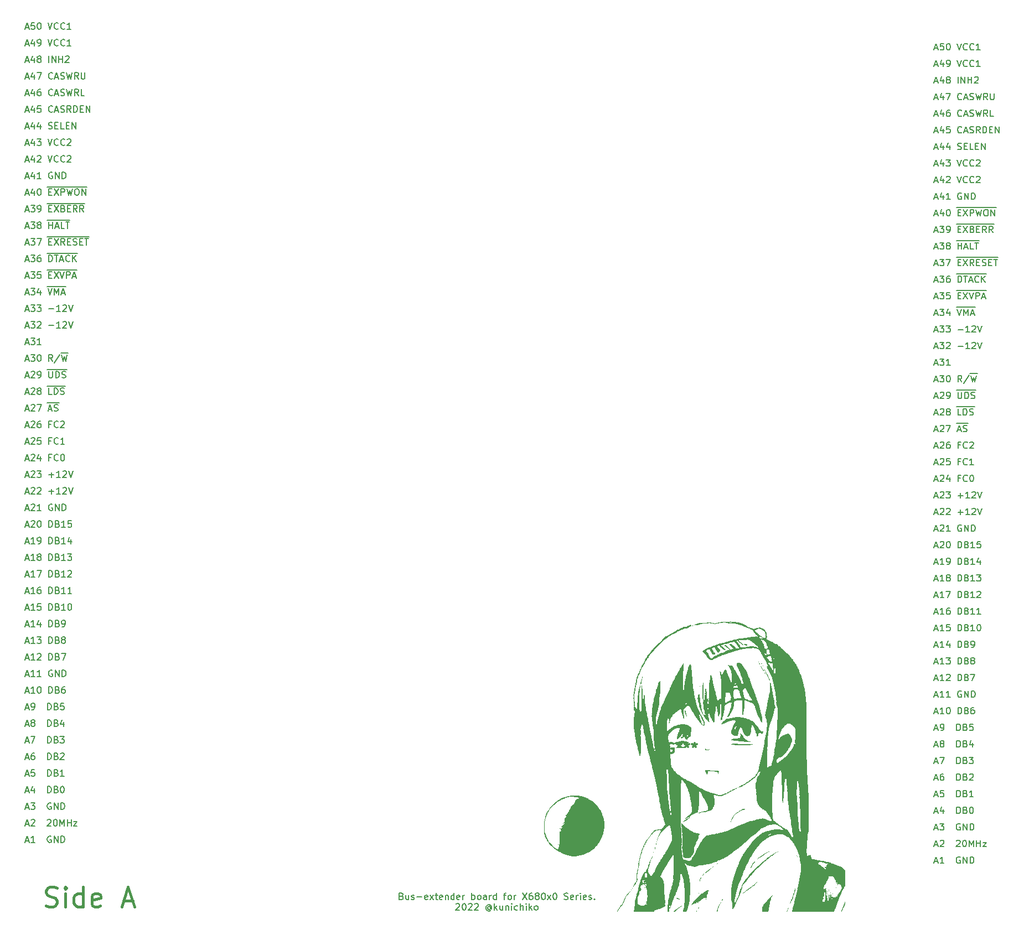
<source format=gto>
G04 #@! TF.GenerationSoftware,KiCad,Pcbnew,(6.0.5-0)*
G04 #@! TF.CreationDate,2022-09-11T11:11:37+09:00*
G04 #@! TF.ProjectId,X68k-BusExtender,5836386b-2d42-4757-9345-7874656e6465,rev?*
G04 #@! TF.SameCoordinates,Original*
G04 #@! TF.FileFunction,Legend,Top*
G04 #@! TF.FilePolarity,Positive*
%FSLAX46Y46*%
G04 Gerber Fmt 4.6, Leading zero omitted, Abs format (unit mm)*
G04 Created by KiCad (PCBNEW (6.0.5-0)) date 2022-09-11 11:11:37*
%MOMM*%
%LPD*%
G01*
G04 APERTURE LIST*
%ADD10C,0.150000*%
%ADD11C,0.450000*%
%ADD12C,0.300000*%
G04 APERTURE END LIST*
D10*
X177452976Y-98591666D02*
X177929166Y-98591666D01*
X177357738Y-98877380D02*
X177691071Y-97877380D01*
X178024404Y-98877380D01*
X178310119Y-97972619D02*
X178357738Y-97925000D01*
X178452976Y-97877380D01*
X178691071Y-97877380D01*
X178786309Y-97925000D01*
X178833928Y-97972619D01*
X178881547Y-98067857D01*
X178881547Y-98163095D01*
X178833928Y-98305952D01*
X178262500Y-98877380D01*
X178881547Y-98877380D01*
X179786309Y-97877380D02*
X179310119Y-97877380D01*
X179262500Y-98353571D01*
X179310119Y-98305952D01*
X179405357Y-98258333D01*
X179643452Y-98258333D01*
X179738690Y-98305952D01*
X179786309Y-98353571D01*
X179833928Y-98448809D01*
X179833928Y-98686904D01*
X179786309Y-98782142D01*
X179738690Y-98829761D01*
X179643452Y-98877380D01*
X179405357Y-98877380D01*
X179310119Y-98829761D01*
X179262500Y-98782142D01*
X181357738Y-98353571D02*
X181024404Y-98353571D01*
X181024404Y-98877380D02*
X181024404Y-97877380D01*
X181500595Y-97877380D01*
X182452976Y-98782142D02*
X182405357Y-98829761D01*
X182262500Y-98877380D01*
X182167261Y-98877380D01*
X182024404Y-98829761D01*
X181929166Y-98734523D01*
X181881547Y-98639285D01*
X181833928Y-98448809D01*
X181833928Y-98305952D01*
X181881547Y-98115476D01*
X181929166Y-98020238D01*
X182024404Y-97925000D01*
X182167261Y-97877380D01*
X182262500Y-97877380D01*
X182405357Y-97925000D01*
X182452976Y-97972619D01*
X183405357Y-98877380D02*
X182833928Y-98877380D01*
X183119642Y-98877380D02*
X183119642Y-97877380D01*
X183024404Y-98020238D01*
X182929166Y-98115476D01*
X182833928Y-98163095D01*
X38387976Y-103036666D02*
X38864166Y-103036666D01*
X38292738Y-103322380D02*
X38626071Y-102322380D01*
X38959404Y-103322380D01*
X39245119Y-102417619D02*
X39292738Y-102370000D01*
X39387976Y-102322380D01*
X39626071Y-102322380D01*
X39721309Y-102370000D01*
X39768928Y-102417619D01*
X39816547Y-102512857D01*
X39816547Y-102608095D01*
X39768928Y-102750952D01*
X39197500Y-103322380D01*
X39816547Y-103322380D01*
X40197500Y-102417619D02*
X40245119Y-102370000D01*
X40340357Y-102322380D01*
X40578452Y-102322380D01*
X40673690Y-102370000D01*
X40721309Y-102417619D01*
X40768928Y-102512857D01*
X40768928Y-102608095D01*
X40721309Y-102750952D01*
X40149880Y-103322380D01*
X40768928Y-103322380D01*
X41959404Y-102941428D02*
X42721309Y-102941428D01*
X42340357Y-103322380D02*
X42340357Y-102560476D01*
X43721309Y-103322380D02*
X43149880Y-103322380D01*
X43435595Y-103322380D02*
X43435595Y-102322380D01*
X43340357Y-102465238D01*
X43245119Y-102560476D01*
X43149880Y-102608095D01*
X44102261Y-102417619D02*
X44149880Y-102370000D01*
X44245119Y-102322380D01*
X44483214Y-102322380D01*
X44578452Y-102370000D01*
X44626071Y-102417619D01*
X44673690Y-102512857D01*
X44673690Y-102608095D01*
X44626071Y-102750952D01*
X44054642Y-103322380D01*
X44673690Y-103322380D01*
X44959404Y-102322380D02*
X45292738Y-103322380D01*
X45626071Y-102322380D01*
X38387976Y-47156666D02*
X38864166Y-47156666D01*
X38292738Y-47442380D02*
X38626071Y-46442380D01*
X38959404Y-47442380D01*
X39721309Y-46775714D02*
X39721309Y-47442380D01*
X39483214Y-46394761D02*
X39245119Y-47109047D01*
X39864166Y-47109047D01*
X40673690Y-46775714D02*
X40673690Y-47442380D01*
X40435595Y-46394761D02*
X40197500Y-47109047D01*
X40816547Y-47109047D01*
X41911785Y-47394761D02*
X42054642Y-47442380D01*
X42292738Y-47442380D01*
X42387976Y-47394761D01*
X42435595Y-47347142D01*
X42483214Y-47251904D01*
X42483214Y-47156666D01*
X42435595Y-47061428D01*
X42387976Y-47013809D01*
X42292738Y-46966190D01*
X42102261Y-46918571D01*
X42007023Y-46870952D01*
X41959404Y-46823333D01*
X41911785Y-46728095D01*
X41911785Y-46632857D01*
X41959404Y-46537619D01*
X42007023Y-46490000D01*
X42102261Y-46442380D01*
X42340357Y-46442380D01*
X42483214Y-46490000D01*
X42911785Y-46918571D02*
X43245119Y-46918571D01*
X43387976Y-47442380D02*
X42911785Y-47442380D01*
X42911785Y-46442380D01*
X43387976Y-46442380D01*
X44292738Y-47442380D02*
X43816547Y-47442380D01*
X43816547Y-46442380D01*
X44626071Y-46918571D02*
X44959404Y-46918571D01*
X45102261Y-47442380D02*
X44626071Y-47442380D01*
X44626071Y-46442380D01*
X45102261Y-46442380D01*
X45530833Y-47442380D02*
X45530833Y-46442380D01*
X46102261Y-47442380D01*
X46102261Y-46442380D01*
X38387976Y-80176666D02*
X38864166Y-80176666D01*
X38292738Y-80462380D02*
X38626071Y-79462380D01*
X38959404Y-80462380D01*
X39197500Y-79462380D02*
X39816547Y-79462380D01*
X39483214Y-79843333D01*
X39626071Y-79843333D01*
X39721309Y-79890952D01*
X39768928Y-79938571D01*
X39816547Y-80033809D01*
X39816547Y-80271904D01*
X39768928Y-80367142D01*
X39721309Y-80414761D01*
X39626071Y-80462380D01*
X39340357Y-80462380D01*
X39245119Y-80414761D01*
X39197500Y-80367142D01*
X40768928Y-80462380D02*
X40197500Y-80462380D01*
X40483214Y-80462380D02*
X40483214Y-79462380D01*
X40387976Y-79605238D01*
X40292738Y-79700476D01*
X40197500Y-79748095D01*
X38387976Y-62396666D02*
X38864166Y-62396666D01*
X38292738Y-62682380D02*
X38626071Y-61682380D01*
X38959404Y-62682380D01*
X39197500Y-61682380D02*
X39816547Y-61682380D01*
X39483214Y-62063333D01*
X39626071Y-62063333D01*
X39721309Y-62110952D01*
X39768928Y-62158571D01*
X39816547Y-62253809D01*
X39816547Y-62491904D01*
X39768928Y-62587142D01*
X39721309Y-62634761D01*
X39626071Y-62682380D01*
X39340357Y-62682380D01*
X39245119Y-62634761D01*
X39197500Y-62587142D01*
X40387976Y-62110952D02*
X40292738Y-62063333D01*
X40245119Y-62015714D01*
X40197500Y-61920476D01*
X40197500Y-61872857D01*
X40245119Y-61777619D01*
X40292738Y-61730000D01*
X40387976Y-61682380D01*
X40578452Y-61682380D01*
X40673690Y-61730000D01*
X40721309Y-61777619D01*
X40768928Y-61872857D01*
X40768928Y-61920476D01*
X40721309Y-62015714D01*
X40673690Y-62063333D01*
X40578452Y-62110952D01*
X40387976Y-62110952D01*
X40292738Y-62158571D01*
X40245119Y-62206190D01*
X40197500Y-62301428D01*
X40197500Y-62491904D01*
X40245119Y-62587142D01*
X40292738Y-62634761D01*
X40387976Y-62682380D01*
X40578452Y-62682380D01*
X40673690Y-62634761D01*
X40721309Y-62587142D01*
X40768928Y-62491904D01*
X40768928Y-62301428D01*
X40721309Y-62206190D01*
X40673690Y-62158571D01*
X40578452Y-62110952D01*
X41721309Y-61400000D02*
X42768928Y-61400000D01*
X41959404Y-62682380D02*
X41959404Y-61682380D01*
X41959404Y-62158571D02*
X42530833Y-62158571D01*
X42530833Y-62682380D02*
X42530833Y-61682380D01*
X42768928Y-61400000D02*
X43626071Y-61400000D01*
X42959404Y-62396666D02*
X43435595Y-62396666D01*
X42864166Y-62682380D02*
X43197500Y-61682380D01*
X43530833Y-62682380D01*
X43626071Y-61400000D02*
X44435595Y-61400000D01*
X44340357Y-62682380D02*
X43864166Y-62682380D01*
X43864166Y-61682380D01*
X44435595Y-61400000D02*
X45197500Y-61400000D01*
X44530833Y-61682380D02*
X45102261Y-61682380D01*
X44816547Y-62682380D02*
X44816547Y-61682380D01*
X38387976Y-105576666D02*
X38864166Y-105576666D01*
X38292738Y-105862380D02*
X38626071Y-104862380D01*
X38959404Y-105862380D01*
X39245119Y-104957619D02*
X39292738Y-104910000D01*
X39387976Y-104862380D01*
X39626071Y-104862380D01*
X39721309Y-104910000D01*
X39768928Y-104957619D01*
X39816547Y-105052857D01*
X39816547Y-105148095D01*
X39768928Y-105290952D01*
X39197500Y-105862380D01*
X39816547Y-105862380D01*
X40768928Y-105862380D02*
X40197500Y-105862380D01*
X40483214Y-105862380D02*
X40483214Y-104862380D01*
X40387976Y-105005238D01*
X40292738Y-105100476D01*
X40197500Y-105148095D01*
X42483214Y-104910000D02*
X42387976Y-104862380D01*
X42245119Y-104862380D01*
X42102261Y-104910000D01*
X42007023Y-105005238D01*
X41959404Y-105100476D01*
X41911785Y-105290952D01*
X41911785Y-105433809D01*
X41959404Y-105624285D01*
X42007023Y-105719523D01*
X42102261Y-105814761D01*
X42245119Y-105862380D01*
X42340357Y-105862380D01*
X42483214Y-105814761D01*
X42530833Y-105767142D01*
X42530833Y-105433809D01*
X42340357Y-105433809D01*
X42959404Y-105862380D02*
X42959404Y-104862380D01*
X43530833Y-105862380D01*
X43530833Y-104862380D01*
X44007023Y-105862380D02*
X44007023Y-104862380D01*
X44245119Y-104862380D01*
X44387976Y-104910000D01*
X44483214Y-105005238D01*
X44530833Y-105100476D01*
X44578452Y-105290952D01*
X44578452Y-105433809D01*
X44530833Y-105624285D01*
X44483214Y-105719523D01*
X44387976Y-105814761D01*
X44245119Y-105862380D01*
X44007023Y-105862380D01*
X38387976Y-95416666D02*
X38864166Y-95416666D01*
X38292738Y-95702380D02*
X38626071Y-94702380D01*
X38959404Y-95702380D01*
X39245119Y-94797619D02*
X39292738Y-94750000D01*
X39387976Y-94702380D01*
X39626071Y-94702380D01*
X39721309Y-94750000D01*
X39768928Y-94797619D01*
X39816547Y-94892857D01*
X39816547Y-94988095D01*
X39768928Y-95130952D01*
X39197500Y-95702380D01*
X39816547Y-95702380D01*
X40721309Y-94702380D02*
X40245119Y-94702380D01*
X40197500Y-95178571D01*
X40245119Y-95130952D01*
X40340357Y-95083333D01*
X40578452Y-95083333D01*
X40673690Y-95130952D01*
X40721309Y-95178571D01*
X40768928Y-95273809D01*
X40768928Y-95511904D01*
X40721309Y-95607142D01*
X40673690Y-95654761D01*
X40578452Y-95702380D01*
X40340357Y-95702380D01*
X40245119Y-95654761D01*
X40197500Y-95607142D01*
X42292738Y-95178571D02*
X41959404Y-95178571D01*
X41959404Y-95702380D02*
X41959404Y-94702380D01*
X42435595Y-94702380D01*
X43387976Y-95607142D02*
X43340357Y-95654761D01*
X43197500Y-95702380D01*
X43102261Y-95702380D01*
X42959404Y-95654761D01*
X42864166Y-95559523D01*
X42816547Y-95464285D01*
X42768928Y-95273809D01*
X42768928Y-95130952D01*
X42816547Y-94940476D01*
X42864166Y-94845238D01*
X42959404Y-94750000D01*
X43102261Y-94702380D01*
X43197500Y-94702380D01*
X43340357Y-94750000D01*
X43387976Y-94797619D01*
X44340357Y-95702380D02*
X43768928Y-95702380D01*
X44054642Y-95702380D02*
X44054642Y-94702380D01*
X43959404Y-94845238D01*
X43864166Y-94940476D01*
X43768928Y-94988095D01*
X177452976Y-108751666D02*
X177929166Y-108751666D01*
X177357738Y-109037380D02*
X177691071Y-108037380D01*
X178024404Y-109037380D01*
X178310119Y-108132619D02*
X178357738Y-108085000D01*
X178452976Y-108037380D01*
X178691071Y-108037380D01*
X178786309Y-108085000D01*
X178833928Y-108132619D01*
X178881547Y-108227857D01*
X178881547Y-108323095D01*
X178833928Y-108465952D01*
X178262500Y-109037380D01*
X178881547Y-109037380D01*
X179833928Y-109037380D02*
X179262500Y-109037380D01*
X179548214Y-109037380D02*
X179548214Y-108037380D01*
X179452976Y-108180238D01*
X179357738Y-108275476D01*
X179262500Y-108323095D01*
X181548214Y-108085000D02*
X181452976Y-108037380D01*
X181310119Y-108037380D01*
X181167261Y-108085000D01*
X181072023Y-108180238D01*
X181024404Y-108275476D01*
X180976785Y-108465952D01*
X180976785Y-108608809D01*
X181024404Y-108799285D01*
X181072023Y-108894523D01*
X181167261Y-108989761D01*
X181310119Y-109037380D01*
X181405357Y-109037380D01*
X181548214Y-108989761D01*
X181595833Y-108942142D01*
X181595833Y-108608809D01*
X181405357Y-108608809D01*
X182024404Y-109037380D02*
X182024404Y-108037380D01*
X182595833Y-109037380D01*
X182595833Y-108037380D01*
X183072023Y-109037380D02*
X183072023Y-108037380D01*
X183310119Y-108037380D01*
X183452976Y-108085000D01*
X183548214Y-108180238D01*
X183595833Y-108275476D01*
X183643452Y-108465952D01*
X183643452Y-108608809D01*
X183595833Y-108799285D01*
X183548214Y-108894523D01*
X183452976Y-108989761D01*
X183310119Y-109037380D01*
X183072023Y-109037380D01*
X38387976Y-151296666D02*
X38864166Y-151296666D01*
X38292738Y-151582380D02*
X38626071Y-150582380D01*
X38959404Y-151582380D01*
X39197500Y-150582380D02*
X39816547Y-150582380D01*
X39483214Y-150963333D01*
X39626071Y-150963333D01*
X39721309Y-151010952D01*
X39768928Y-151058571D01*
X39816547Y-151153809D01*
X39816547Y-151391904D01*
X39768928Y-151487142D01*
X39721309Y-151534761D01*
X39626071Y-151582380D01*
X39340357Y-151582380D01*
X39245119Y-151534761D01*
X39197500Y-151487142D01*
X42292738Y-150630000D02*
X42197500Y-150582380D01*
X42054642Y-150582380D01*
X41911785Y-150630000D01*
X41816547Y-150725238D01*
X41768928Y-150820476D01*
X41721309Y-151010952D01*
X41721309Y-151153809D01*
X41768928Y-151344285D01*
X41816547Y-151439523D01*
X41911785Y-151534761D01*
X42054642Y-151582380D01*
X42149880Y-151582380D01*
X42292738Y-151534761D01*
X42340357Y-151487142D01*
X42340357Y-151153809D01*
X42149880Y-151153809D01*
X42768928Y-151582380D02*
X42768928Y-150582380D01*
X43340357Y-151582380D01*
X43340357Y-150582380D01*
X43816547Y-151582380D02*
X43816547Y-150582380D01*
X44054642Y-150582380D01*
X44197500Y-150630000D01*
X44292738Y-150725238D01*
X44340357Y-150820476D01*
X44387976Y-151010952D01*
X44387976Y-151153809D01*
X44340357Y-151344285D01*
X44292738Y-151439523D01*
X44197500Y-151534761D01*
X44054642Y-151582380D01*
X43816547Y-151582380D01*
X177452976Y-96051666D02*
X177929166Y-96051666D01*
X177357738Y-96337380D02*
X177691071Y-95337380D01*
X178024404Y-96337380D01*
X178310119Y-95432619D02*
X178357738Y-95385000D01*
X178452976Y-95337380D01*
X178691071Y-95337380D01*
X178786309Y-95385000D01*
X178833928Y-95432619D01*
X178881547Y-95527857D01*
X178881547Y-95623095D01*
X178833928Y-95765952D01*
X178262500Y-96337380D01*
X178881547Y-96337380D01*
X179738690Y-95337380D02*
X179548214Y-95337380D01*
X179452976Y-95385000D01*
X179405357Y-95432619D01*
X179310119Y-95575476D01*
X179262500Y-95765952D01*
X179262500Y-96146904D01*
X179310119Y-96242142D01*
X179357738Y-96289761D01*
X179452976Y-96337380D01*
X179643452Y-96337380D01*
X179738690Y-96289761D01*
X179786309Y-96242142D01*
X179833928Y-96146904D01*
X179833928Y-95908809D01*
X179786309Y-95813571D01*
X179738690Y-95765952D01*
X179643452Y-95718333D01*
X179452976Y-95718333D01*
X179357738Y-95765952D01*
X179310119Y-95813571D01*
X179262500Y-95908809D01*
X181357738Y-95813571D02*
X181024404Y-95813571D01*
X181024404Y-96337380D02*
X181024404Y-95337380D01*
X181500595Y-95337380D01*
X182452976Y-96242142D02*
X182405357Y-96289761D01*
X182262500Y-96337380D01*
X182167261Y-96337380D01*
X182024404Y-96289761D01*
X181929166Y-96194523D01*
X181881547Y-96099285D01*
X181833928Y-95908809D01*
X181833928Y-95765952D01*
X181881547Y-95575476D01*
X181929166Y-95480238D01*
X182024404Y-95385000D01*
X182167261Y-95337380D01*
X182262500Y-95337380D01*
X182405357Y-95385000D01*
X182452976Y-95432619D01*
X182833928Y-95432619D02*
X182881547Y-95385000D01*
X182976785Y-95337380D01*
X183214880Y-95337380D01*
X183310119Y-95385000D01*
X183357738Y-95432619D01*
X183405357Y-95527857D01*
X183405357Y-95623095D01*
X183357738Y-95765952D01*
X182786309Y-96337380D01*
X183405357Y-96337380D01*
X38387976Y-42076666D02*
X38864166Y-42076666D01*
X38292738Y-42362380D02*
X38626071Y-41362380D01*
X38959404Y-42362380D01*
X39721309Y-41695714D02*
X39721309Y-42362380D01*
X39483214Y-41314761D02*
X39245119Y-42029047D01*
X39864166Y-42029047D01*
X40673690Y-41362380D02*
X40483214Y-41362380D01*
X40387976Y-41410000D01*
X40340357Y-41457619D01*
X40245119Y-41600476D01*
X40197500Y-41790952D01*
X40197500Y-42171904D01*
X40245119Y-42267142D01*
X40292738Y-42314761D01*
X40387976Y-42362380D01*
X40578452Y-42362380D01*
X40673690Y-42314761D01*
X40721309Y-42267142D01*
X40768928Y-42171904D01*
X40768928Y-41933809D01*
X40721309Y-41838571D01*
X40673690Y-41790952D01*
X40578452Y-41743333D01*
X40387976Y-41743333D01*
X40292738Y-41790952D01*
X40245119Y-41838571D01*
X40197500Y-41933809D01*
X42530833Y-42267142D02*
X42483214Y-42314761D01*
X42340357Y-42362380D01*
X42245119Y-42362380D01*
X42102261Y-42314761D01*
X42007023Y-42219523D01*
X41959404Y-42124285D01*
X41911785Y-41933809D01*
X41911785Y-41790952D01*
X41959404Y-41600476D01*
X42007023Y-41505238D01*
X42102261Y-41410000D01*
X42245119Y-41362380D01*
X42340357Y-41362380D01*
X42483214Y-41410000D01*
X42530833Y-41457619D01*
X42911785Y-42076666D02*
X43387976Y-42076666D01*
X42816547Y-42362380D02*
X43149880Y-41362380D01*
X43483214Y-42362380D01*
X43768928Y-42314761D02*
X43911785Y-42362380D01*
X44149880Y-42362380D01*
X44245119Y-42314761D01*
X44292738Y-42267142D01*
X44340357Y-42171904D01*
X44340357Y-42076666D01*
X44292738Y-41981428D01*
X44245119Y-41933809D01*
X44149880Y-41886190D01*
X43959404Y-41838571D01*
X43864166Y-41790952D01*
X43816547Y-41743333D01*
X43768928Y-41648095D01*
X43768928Y-41552857D01*
X43816547Y-41457619D01*
X43864166Y-41410000D01*
X43959404Y-41362380D01*
X44197500Y-41362380D01*
X44340357Y-41410000D01*
X44673690Y-41362380D02*
X44911785Y-42362380D01*
X45102261Y-41648095D01*
X45292738Y-42362380D01*
X45530833Y-41362380D01*
X46483214Y-42362380D02*
X46149880Y-41886190D01*
X45911785Y-42362380D02*
X45911785Y-41362380D01*
X46292738Y-41362380D01*
X46387976Y-41410000D01*
X46435595Y-41457619D01*
X46483214Y-41552857D01*
X46483214Y-41695714D01*
X46435595Y-41790952D01*
X46387976Y-41838571D01*
X46292738Y-41886190D01*
X45911785Y-41886190D01*
X47387976Y-42362380D02*
X46911785Y-42362380D01*
X46911785Y-41362380D01*
X177452976Y-45251666D02*
X177929166Y-45251666D01*
X177357738Y-45537380D02*
X177691071Y-44537380D01*
X178024404Y-45537380D01*
X178786309Y-44870714D02*
X178786309Y-45537380D01*
X178548214Y-44489761D02*
X178310119Y-45204047D01*
X178929166Y-45204047D01*
X179738690Y-44537380D02*
X179548214Y-44537380D01*
X179452976Y-44585000D01*
X179405357Y-44632619D01*
X179310119Y-44775476D01*
X179262500Y-44965952D01*
X179262500Y-45346904D01*
X179310119Y-45442142D01*
X179357738Y-45489761D01*
X179452976Y-45537380D01*
X179643452Y-45537380D01*
X179738690Y-45489761D01*
X179786309Y-45442142D01*
X179833928Y-45346904D01*
X179833928Y-45108809D01*
X179786309Y-45013571D01*
X179738690Y-44965952D01*
X179643452Y-44918333D01*
X179452976Y-44918333D01*
X179357738Y-44965952D01*
X179310119Y-45013571D01*
X179262500Y-45108809D01*
X181595833Y-45442142D02*
X181548214Y-45489761D01*
X181405357Y-45537380D01*
X181310119Y-45537380D01*
X181167261Y-45489761D01*
X181072023Y-45394523D01*
X181024404Y-45299285D01*
X180976785Y-45108809D01*
X180976785Y-44965952D01*
X181024404Y-44775476D01*
X181072023Y-44680238D01*
X181167261Y-44585000D01*
X181310119Y-44537380D01*
X181405357Y-44537380D01*
X181548214Y-44585000D01*
X181595833Y-44632619D01*
X181976785Y-45251666D02*
X182452976Y-45251666D01*
X181881547Y-45537380D02*
X182214880Y-44537380D01*
X182548214Y-45537380D01*
X182833928Y-45489761D02*
X182976785Y-45537380D01*
X183214880Y-45537380D01*
X183310119Y-45489761D01*
X183357738Y-45442142D01*
X183405357Y-45346904D01*
X183405357Y-45251666D01*
X183357738Y-45156428D01*
X183310119Y-45108809D01*
X183214880Y-45061190D01*
X183024404Y-45013571D01*
X182929166Y-44965952D01*
X182881547Y-44918333D01*
X182833928Y-44823095D01*
X182833928Y-44727857D01*
X182881547Y-44632619D01*
X182929166Y-44585000D01*
X183024404Y-44537380D01*
X183262500Y-44537380D01*
X183405357Y-44585000D01*
X183738690Y-44537380D02*
X183976785Y-45537380D01*
X184167261Y-44823095D01*
X184357738Y-45537380D01*
X184595833Y-44537380D01*
X185548214Y-45537380D02*
X185214880Y-45061190D01*
X184976785Y-45537380D02*
X184976785Y-44537380D01*
X185357738Y-44537380D01*
X185452976Y-44585000D01*
X185500595Y-44632619D01*
X185548214Y-44727857D01*
X185548214Y-44870714D01*
X185500595Y-44965952D01*
X185452976Y-45013571D01*
X185357738Y-45061190D01*
X184976785Y-45061190D01*
X186452976Y-45537380D02*
X185976785Y-45537380D01*
X185976785Y-44537380D01*
X38387976Y-156376666D02*
X38864166Y-156376666D01*
X38292738Y-156662380D02*
X38626071Y-155662380D01*
X38959404Y-156662380D01*
X39816547Y-156662380D02*
X39245119Y-156662380D01*
X39530833Y-156662380D02*
X39530833Y-155662380D01*
X39435595Y-155805238D01*
X39340357Y-155900476D01*
X39245119Y-155948095D01*
X42292738Y-155710000D02*
X42197500Y-155662380D01*
X42054642Y-155662380D01*
X41911785Y-155710000D01*
X41816547Y-155805238D01*
X41768928Y-155900476D01*
X41721309Y-156090952D01*
X41721309Y-156233809D01*
X41768928Y-156424285D01*
X41816547Y-156519523D01*
X41911785Y-156614761D01*
X42054642Y-156662380D01*
X42149880Y-156662380D01*
X42292738Y-156614761D01*
X42340357Y-156567142D01*
X42340357Y-156233809D01*
X42149880Y-156233809D01*
X42768928Y-156662380D02*
X42768928Y-155662380D01*
X43340357Y-156662380D01*
X43340357Y-155662380D01*
X43816547Y-156662380D02*
X43816547Y-155662380D01*
X44054642Y-155662380D01*
X44197500Y-155710000D01*
X44292738Y-155805238D01*
X44340357Y-155900476D01*
X44387976Y-156090952D01*
X44387976Y-156233809D01*
X44340357Y-156424285D01*
X44292738Y-156519523D01*
X44197500Y-156614761D01*
X44054642Y-156662380D01*
X43816547Y-156662380D01*
X177452976Y-73191666D02*
X177929166Y-73191666D01*
X177357738Y-73477380D02*
X177691071Y-72477380D01*
X178024404Y-73477380D01*
X178262500Y-72477380D02*
X178881547Y-72477380D01*
X178548214Y-72858333D01*
X178691071Y-72858333D01*
X178786309Y-72905952D01*
X178833928Y-72953571D01*
X178881547Y-73048809D01*
X178881547Y-73286904D01*
X178833928Y-73382142D01*
X178786309Y-73429761D01*
X178691071Y-73477380D01*
X178405357Y-73477380D01*
X178310119Y-73429761D01*
X178262500Y-73382142D01*
X179786309Y-72477380D02*
X179310119Y-72477380D01*
X179262500Y-72953571D01*
X179310119Y-72905952D01*
X179405357Y-72858333D01*
X179643452Y-72858333D01*
X179738690Y-72905952D01*
X179786309Y-72953571D01*
X179833928Y-73048809D01*
X179833928Y-73286904D01*
X179786309Y-73382142D01*
X179738690Y-73429761D01*
X179643452Y-73477380D01*
X179405357Y-73477380D01*
X179310119Y-73429761D01*
X179262500Y-73382142D01*
X180786309Y-72195000D02*
X181691071Y-72195000D01*
X181024404Y-72953571D02*
X181357738Y-72953571D01*
X181500595Y-73477380D02*
X181024404Y-73477380D01*
X181024404Y-72477380D01*
X181500595Y-72477380D01*
X181691071Y-72195000D02*
X182643452Y-72195000D01*
X181833928Y-72477380D02*
X182500595Y-73477380D01*
X182500595Y-72477380D02*
X181833928Y-73477380D01*
X182643452Y-72195000D02*
X183500595Y-72195000D01*
X182738690Y-72477380D02*
X183072023Y-73477380D01*
X183405357Y-72477380D01*
X183500595Y-72195000D02*
X184500595Y-72195000D01*
X183738690Y-73477380D02*
X183738690Y-72477380D01*
X184119642Y-72477380D01*
X184214880Y-72525000D01*
X184262500Y-72572619D01*
X184310119Y-72667857D01*
X184310119Y-72810714D01*
X184262500Y-72905952D01*
X184214880Y-72953571D01*
X184119642Y-73001190D01*
X183738690Y-73001190D01*
X184500595Y-72195000D02*
X185357738Y-72195000D01*
X184691071Y-73191666D02*
X185167261Y-73191666D01*
X184595833Y-73477380D02*
X184929166Y-72477380D01*
X185262500Y-73477380D01*
X38387976Y-120816666D02*
X38864166Y-120816666D01*
X38292738Y-121102380D02*
X38626071Y-120102380D01*
X38959404Y-121102380D01*
X39816547Y-121102380D02*
X39245119Y-121102380D01*
X39530833Y-121102380D02*
X39530833Y-120102380D01*
X39435595Y-120245238D01*
X39340357Y-120340476D01*
X39245119Y-120388095D01*
X40721309Y-120102380D02*
X40245119Y-120102380D01*
X40197500Y-120578571D01*
X40245119Y-120530952D01*
X40340357Y-120483333D01*
X40578452Y-120483333D01*
X40673690Y-120530952D01*
X40721309Y-120578571D01*
X40768928Y-120673809D01*
X40768928Y-120911904D01*
X40721309Y-121007142D01*
X40673690Y-121054761D01*
X40578452Y-121102380D01*
X40340357Y-121102380D01*
X40245119Y-121054761D01*
X40197500Y-121007142D01*
X41959404Y-121102380D02*
X41959404Y-120102380D01*
X42197500Y-120102380D01*
X42340357Y-120150000D01*
X42435595Y-120245238D01*
X42483214Y-120340476D01*
X42530833Y-120530952D01*
X42530833Y-120673809D01*
X42483214Y-120864285D01*
X42435595Y-120959523D01*
X42340357Y-121054761D01*
X42197500Y-121102380D01*
X41959404Y-121102380D01*
X43292738Y-120578571D02*
X43435595Y-120626190D01*
X43483214Y-120673809D01*
X43530833Y-120769047D01*
X43530833Y-120911904D01*
X43483214Y-121007142D01*
X43435595Y-121054761D01*
X43340357Y-121102380D01*
X42959404Y-121102380D01*
X42959404Y-120102380D01*
X43292738Y-120102380D01*
X43387976Y-120150000D01*
X43435595Y-120197619D01*
X43483214Y-120292857D01*
X43483214Y-120388095D01*
X43435595Y-120483333D01*
X43387976Y-120530952D01*
X43292738Y-120578571D01*
X42959404Y-120578571D01*
X44483214Y-121102380D02*
X43911785Y-121102380D01*
X44197500Y-121102380D02*
X44197500Y-120102380D01*
X44102261Y-120245238D01*
X44007023Y-120340476D01*
X43911785Y-120388095D01*
X45102261Y-120102380D02*
X45197500Y-120102380D01*
X45292738Y-120150000D01*
X45340357Y-120197619D01*
X45387976Y-120292857D01*
X45435595Y-120483333D01*
X45435595Y-120721428D01*
X45387976Y-120911904D01*
X45340357Y-121007142D01*
X45292738Y-121054761D01*
X45197500Y-121102380D01*
X45102261Y-121102380D01*
X45007023Y-121054761D01*
X44959404Y-121007142D01*
X44911785Y-120911904D01*
X44864166Y-120721428D01*
X44864166Y-120483333D01*
X44911785Y-120292857D01*
X44959404Y-120197619D01*
X45007023Y-120150000D01*
X45102261Y-120102380D01*
X38387976Y-44616666D02*
X38864166Y-44616666D01*
X38292738Y-44902380D02*
X38626071Y-43902380D01*
X38959404Y-44902380D01*
X39721309Y-44235714D02*
X39721309Y-44902380D01*
X39483214Y-43854761D02*
X39245119Y-44569047D01*
X39864166Y-44569047D01*
X40721309Y-43902380D02*
X40245119Y-43902380D01*
X40197500Y-44378571D01*
X40245119Y-44330952D01*
X40340357Y-44283333D01*
X40578452Y-44283333D01*
X40673690Y-44330952D01*
X40721309Y-44378571D01*
X40768928Y-44473809D01*
X40768928Y-44711904D01*
X40721309Y-44807142D01*
X40673690Y-44854761D01*
X40578452Y-44902380D01*
X40340357Y-44902380D01*
X40245119Y-44854761D01*
X40197500Y-44807142D01*
X42530833Y-44807142D02*
X42483214Y-44854761D01*
X42340357Y-44902380D01*
X42245119Y-44902380D01*
X42102261Y-44854761D01*
X42007023Y-44759523D01*
X41959404Y-44664285D01*
X41911785Y-44473809D01*
X41911785Y-44330952D01*
X41959404Y-44140476D01*
X42007023Y-44045238D01*
X42102261Y-43950000D01*
X42245119Y-43902380D01*
X42340357Y-43902380D01*
X42483214Y-43950000D01*
X42530833Y-43997619D01*
X42911785Y-44616666D02*
X43387976Y-44616666D01*
X42816547Y-44902380D02*
X43149880Y-43902380D01*
X43483214Y-44902380D01*
X43768928Y-44854761D02*
X43911785Y-44902380D01*
X44149880Y-44902380D01*
X44245119Y-44854761D01*
X44292738Y-44807142D01*
X44340357Y-44711904D01*
X44340357Y-44616666D01*
X44292738Y-44521428D01*
X44245119Y-44473809D01*
X44149880Y-44426190D01*
X43959404Y-44378571D01*
X43864166Y-44330952D01*
X43816547Y-44283333D01*
X43768928Y-44188095D01*
X43768928Y-44092857D01*
X43816547Y-43997619D01*
X43864166Y-43950000D01*
X43959404Y-43902380D01*
X44197500Y-43902380D01*
X44340357Y-43950000D01*
X45340357Y-44902380D02*
X45007023Y-44426190D01*
X44768928Y-44902380D02*
X44768928Y-43902380D01*
X45149880Y-43902380D01*
X45245119Y-43950000D01*
X45292738Y-43997619D01*
X45340357Y-44092857D01*
X45340357Y-44235714D01*
X45292738Y-44330952D01*
X45245119Y-44378571D01*
X45149880Y-44426190D01*
X44768928Y-44426190D01*
X45768928Y-44902380D02*
X45768928Y-43902380D01*
X46007023Y-43902380D01*
X46149880Y-43950000D01*
X46245119Y-44045238D01*
X46292738Y-44140476D01*
X46340357Y-44330952D01*
X46340357Y-44473809D01*
X46292738Y-44664285D01*
X46245119Y-44759523D01*
X46149880Y-44854761D01*
X46007023Y-44902380D01*
X45768928Y-44902380D01*
X46768928Y-44378571D02*
X47102261Y-44378571D01*
X47245119Y-44902380D02*
X46768928Y-44902380D01*
X46768928Y-43902380D01*
X47245119Y-43902380D01*
X47673690Y-44902380D02*
X47673690Y-43902380D01*
X48245119Y-44902380D01*
X48245119Y-43902380D01*
X177452976Y-131611666D02*
X177929166Y-131611666D01*
X177357738Y-131897380D02*
X177691071Y-130897380D01*
X178024404Y-131897380D01*
X178881547Y-131897380D02*
X178310119Y-131897380D01*
X178595833Y-131897380D02*
X178595833Y-130897380D01*
X178500595Y-131040238D01*
X178405357Y-131135476D01*
X178310119Y-131183095D01*
X179262500Y-130992619D02*
X179310119Y-130945000D01*
X179405357Y-130897380D01*
X179643452Y-130897380D01*
X179738690Y-130945000D01*
X179786309Y-130992619D01*
X179833928Y-131087857D01*
X179833928Y-131183095D01*
X179786309Y-131325952D01*
X179214880Y-131897380D01*
X179833928Y-131897380D01*
X181024404Y-131897380D02*
X181024404Y-130897380D01*
X181262500Y-130897380D01*
X181405357Y-130945000D01*
X181500595Y-131040238D01*
X181548214Y-131135476D01*
X181595833Y-131325952D01*
X181595833Y-131468809D01*
X181548214Y-131659285D01*
X181500595Y-131754523D01*
X181405357Y-131849761D01*
X181262500Y-131897380D01*
X181024404Y-131897380D01*
X182357738Y-131373571D02*
X182500595Y-131421190D01*
X182548214Y-131468809D01*
X182595833Y-131564047D01*
X182595833Y-131706904D01*
X182548214Y-131802142D01*
X182500595Y-131849761D01*
X182405357Y-131897380D01*
X182024404Y-131897380D01*
X182024404Y-130897380D01*
X182357738Y-130897380D01*
X182452976Y-130945000D01*
X182500595Y-130992619D01*
X182548214Y-131087857D01*
X182548214Y-131183095D01*
X182500595Y-131278333D01*
X182452976Y-131325952D01*
X182357738Y-131373571D01*
X182024404Y-131373571D01*
X182929166Y-130897380D02*
X183595833Y-130897380D01*
X183167261Y-131897380D01*
X38387976Y-54776666D02*
X38864166Y-54776666D01*
X38292738Y-55062380D02*
X38626071Y-54062380D01*
X38959404Y-55062380D01*
X39721309Y-54395714D02*
X39721309Y-55062380D01*
X39483214Y-54014761D02*
X39245119Y-54729047D01*
X39864166Y-54729047D01*
X40768928Y-55062380D02*
X40197500Y-55062380D01*
X40483214Y-55062380D02*
X40483214Y-54062380D01*
X40387976Y-54205238D01*
X40292738Y-54300476D01*
X40197500Y-54348095D01*
X42483214Y-54110000D02*
X42387976Y-54062380D01*
X42245119Y-54062380D01*
X42102261Y-54110000D01*
X42007023Y-54205238D01*
X41959404Y-54300476D01*
X41911785Y-54490952D01*
X41911785Y-54633809D01*
X41959404Y-54824285D01*
X42007023Y-54919523D01*
X42102261Y-55014761D01*
X42245119Y-55062380D01*
X42340357Y-55062380D01*
X42483214Y-55014761D01*
X42530833Y-54967142D01*
X42530833Y-54633809D01*
X42340357Y-54633809D01*
X42959404Y-55062380D02*
X42959404Y-54062380D01*
X43530833Y-55062380D01*
X43530833Y-54062380D01*
X44007023Y-55062380D02*
X44007023Y-54062380D01*
X44245119Y-54062380D01*
X44387976Y-54110000D01*
X44483214Y-54205238D01*
X44530833Y-54300476D01*
X44578452Y-54490952D01*
X44578452Y-54633809D01*
X44530833Y-54824285D01*
X44483214Y-54919523D01*
X44387976Y-55014761D01*
X44245119Y-55062380D01*
X44007023Y-55062380D01*
X177452976Y-159551666D02*
X177929166Y-159551666D01*
X177357738Y-159837380D02*
X177691071Y-158837380D01*
X178024404Y-159837380D01*
X178881547Y-159837380D02*
X178310119Y-159837380D01*
X178595833Y-159837380D02*
X178595833Y-158837380D01*
X178500595Y-158980238D01*
X178405357Y-159075476D01*
X178310119Y-159123095D01*
X181357738Y-158885000D02*
X181262500Y-158837380D01*
X181119642Y-158837380D01*
X180976785Y-158885000D01*
X180881547Y-158980238D01*
X180833928Y-159075476D01*
X180786309Y-159265952D01*
X180786309Y-159408809D01*
X180833928Y-159599285D01*
X180881547Y-159694523D01*
X180976785Y-159789761D01*
X181119642Y-159837380D01*
X181214880Y-159837380D01*
X181357738Y-159789761D01*
X181405357Y-159742142D01*
X181405357Y-159408809D01*
X181214880Y-159408809D01*
X181833928Y-159837380D02*
X181833928Y-158837380D01*
X182405357Y-159837380D01*
X182405357Y-158837380D01*
X182881547Y-159837380D02*
X182881547Y-158837380D01*
X183119642Y-158837380D01*
X183262500Y-158885000D01*
X183357738Y-158980238D01*
X183405357Y-159075476D01*
X183452976Y-159265952D01*
X183452976Y-159408809D01*
X183405357Y-159599285D01*
X183357738Y-159694523D01*
X183262500Y-159789761D01*
X183119642Y-159837380D01*
X182881547Y-159837380D01*
X38387976Y-72556666D02*
X38864166Y-72556666D01*
X38292738Y-72842380D02*
X38626071Y-71842380D01*
X38959404Y-72842380D01*
X39197500Y-71842380D02*
X39816547Y-71842380D01*
X39483214Y-72223333D01*
X39626071Y-72223333D01*
X39721309Y-72270952D01*
X39768928Y-72318571D01*
X39816547Y-72413809D01*
X39816547Y-72651904D01*
X39768928Y-72747142D01*
X39721309Y-72794761D01*
X39626071Y-72842380D01*
X39340357Y-72842380D01*
X39245119Y-72794761D01*
X39197500Y-72747142D01*
X40673690Y-72175714D02*
X40673690Y-72842380D01*
X40435595Y-71794761D02*
X40197500Y-72509047D01*
X40816547Y-72509047D01*
X41721309Y-71560000D02*
X42578452Y-71560000D01*
X41816547Y-71842380D02*
X42149880Y-72842380D01*
X42483214Y-71842380D01*
X42578452Y-71560000D02*
X43721309Y-71560000D01*
X42816547Y-72842380D02*
X42816547Y-71842380D01*
X43149880Y-72556666D01*
X43483214Y-71842380D01*
X43483214Y-72842380D01*
X43721309Y-71560000D02*
X44578452Y-71560000D01*
X43911785Y-72556666D02*
X44387976Y-72556666D01*
X43816547Y-72842380D02*
X44149880Y-71842380D01*
X44483214Y-72842380D01*
X177452976Y-136691666D02*
X177929166Y-136691666D01*
X177357738Y-136977380D02*
X177691071Y-135977380D01*
X178024404Y-136977380D01*
X178881547Y-136977380D02*
X178310119Y-136977380D01*
X178595833Y-136977380D02*
X178595833Y-135977380D01*
X178500595Y-136120238D01*
X178405357Y-136215476D01*
X178310119Y-136263095D01*
X179500595Y-135977380D02*
X179595833Y-135977380D01*
X179691071Y-136025000D01*
X179738690Y-136072619D01*
X179786309Y-136167857D01*
X179833928Y-136358333D01*
X179833928Y-136596428D01*
X179786309Y-136786904D01*
X179738690Y-136882142D01*
X179691071Y-136929761D01*
X179595833Y-136977380D01*
X179500595Y-136977380D01*
X179405357Y-136929761D01*
X179357738Y-136882142D01*
X179310119Y-136786904D01*
X179262500Y-136596428D01*
X179262500Y-136358333D01*
X179310119Y-136167857D01*
X179357738Y-136072619D01*
X179405357Y-136025000D01*
X179500595Y-135977380D01*
X181024404Y-136977380D02*
X181024404Y-135977380D01*
X181262500Y-135977380D01*
X181405357Y-136025000D01*
X181500595Y-136120238D01*
X181548214Y-136215476D01*
X181595833Y-136405952D01*
X181595833Y-136548809D01*
X181548214Y-136739285D01*
X181500595Y-136834523D01*
X181405357Y-136929761D01*
X181262500Y-136977380D01*
X181024404Y-136977380D01*
X182357738Y-136453571D02*
X182500595Y-136501190D01*
X182548214Y-136548809D01*
X182595833Y-136644047D01*
X182595833Y-136786904D01*
X182548214Y-136882142D01*
X182500595Y-136929761D01*
X182405357Y-136977380D01*
X182024404Y-136977380D01*
X182024404Y-135977380D01*
X182357738Y-135977380D01*
X182452976Y-136025000D01*
X182500595Y-136072619D01*
X182548214Y-136167857D01*
X182548214Y-136263095D01*
X182500595Y-136358333D01*
X182452976Y-136405952D01*
X182357738Y-136453571D01*
X182024404Y-136453571D01*
X183452976Y-135977380D02*
X183262500Y-135977380D01*
X183167261Y-136025000D01*
X183119642Y-136072619D01*
X183024404Y-136215476D01*
X182976785Y-136405952D01*
X182976785Y-136786904D01*
X183024404Y-136882142D01*
X183072023Y-136929761D01*
X183167261Y-136977380D01*
X183357738Y-136977380D01*
X183452976Y-136929761D01*
X183500595Y-136882142D01*
X183548214Y-136786904D01*
X183548214Y-136548809D01*
X183500595Y-136453571D01*
X183452976Y-136405952D01*
X183357738Y-136358333D01*
X183167261Y-136358333D01*
X183072023Y-136405952D01*
X183024404Y-136453571D01*
X182976785Y-136548809D01*
X177452976Y-149391666D02*
X177929166Y-149391666D01*
X177357738Y-149677380D02*
X177691071Y-148677380D01*
X178024404Y-149677380D01*
X178833928Y-148677380D02*
X178357738Y-148677380D01*
X178310119Y-149153571D01*
X178357738Y-149105952D01*
X178452976Y-149058333D01*
X178691071Y-149058333D01*
X178786309Y-149105952D01*
X178833928Y-149153571D01*
X178881547Y-149248809D01*
X178881547Y-149486904D01*
X178833928Y-149582142D01*
X178786309Y-149629761D01*
X178691071Y-149677380D01*
X178452976Y-149677380D01*
X178357738Y-149629761D01*
X178310119Y-149582142D01*
X180833928Y-149677380D02*
X180833928Y-148677380D01*
X181072023Y-148677380D01*
X181214880Y-148725000D01*
X181310119Y-148820238D01*
X181357738Y-148915476D01*
X181405357Y-149105952D01*
X181405357Y-149248809D01*
X181357738Y-149439285D01*
X181310119Y-149534523D01*
X181214880Y-149629761D01*
X181072023Y-149677380D01*
X180833928Y-149677380D01*
X182167261Y-149153571D02*
X182310119Y-149201190D01*
X182357738Y-149248809D01*
X182405357Y-149344047D01*
X182405357Y-149486904D01*
X182357738Y-149582142D01*
X182310119Y-149629761D01*
X182214880Y-149677380D01*
X181833928Y-149677380D01*
X181833928Y-148677380D01*
X182167261Y-148677380D01*
X182262500Y-148725000D01*
X182310119Y-148772619D01*
X182357738Y-148867857D01*
X182357738Y-148963095D01*
X182310119Y-149058333D01*
X182262500Y-149105952D01*
X182167261Y-149153571D01*
X181833928Y-149153571D01*
X183357738Y-149677380D02*
X182786309Y-149677380D01*
X183072023Y-149677380D02*
X183072023Y-148677380D01*
X182976785Y-148820238D01*
X182881547Y-148915476D01*
X182786309Y-148963095D01*
X38387976Y-100496666D02*
X38864166Y-100496666D01*
X38292738Y-100782380D02*
X38626071Y-99782380D01*
X38959404Y-100782380D01*
X39245119Y-99877619D02*
X39292738Y-99830000D01*
X39387976Y-99782380D01*
X39626071Y-99782380D01*
X39721309Y-99830000D01*
X39768928Y-99877619D01*
X39816547Y-99972857D01*
X39816547Y-100068095D01*
X39768928Y-100210952D01*
X39197500Y-100782380D01*
X39816547Y-100782380D01*
X40149880Y-99782380D02*
X40768928Y-99782380D01*
X40435595Y-100163333D01*
X40578452Y-100163333D01*
X40673690Y-100210952D01*
X40721309Y-100258571D01*
X40768928Y-100353809D01*
X40768928Y-100591904D01*
X40721309Y-100687142D01*
X40673690Y-100734761D01*
X40578452Y-100782380D01*
X40292738Y-100782380D01*
X40197500Y-100734761D01*
X40149880Y-100687142D01*
X41959404Y-100401428D02*
X42721309Y-100401428D01*
X42340357Y-100782380D02*
X42340357Y-100020476D01*
X43721309Y-100782380D02*
X43149880Y-100782380D01*
X43435595Y-100782380D02*
X43435595Y-99782380D01*
X43340357Y-99925238D01*
X43245119Y-100020476D01*
X43149880Y-100068095D01*
X44102261Y-99877619D02*
X44149880Y-99830000D01*
X44245119Y-99782380D01*
X44483214Y-99782380D01*
X44578452Y-99830000D01*
X44626071Y-99877619D01*
X44673690Y-99972857D01*
X44673690Y-100068095D01*
X44626071Y-100210952D01*
X44054642Y-100782380D01*
X44673690Y-100782380D01*
X44959404Y-99782380D02*
X45292738Y-100782380D01*
X45626071Y-99782380D01*
X177452976Y-57951666D02*
X177929166Y-57951666D01*
X177357738Y-58237380D02*
X177691071Y-57237380D01*
X178024404Y-58237380D01*
X178786309Y-57570714D02*
X178786309Y-58237380D01*
X178548214Y-57189761D02*
X178310119Y-57904047D01*
X178929166Y-57904047D01*
X179833928Y-58237380D02*
X179262500Y-58237380D01*
X179548214Y-58237380D02*
X179548214Y-57237380D01*
X179452976Y-57380238D01*
X179357738Y-57475476D01*
X179262500Y-57523095D01*
X181548214Y-57285000D02*
X181452976Y-57237380D01*
X181310119Y-57237380D01*
X181167261Y-57285000D01*
X181072023Y-57380238D01*
X181024404Y-57475476D01*
X180976785Y-57665952D01*
X180976785Y-57808809D01*
X181024404Y-57999285D01*
X181072023Y-58094523D01*
X181167261Y-58189761D01*
X181310119Y-58237380D01*
X181405357Y-58237380D01*
X181548214Y-58189761D01*
X181595833Y-58142142D01*
X181595833Y-57808809D01*
X181405357Y-57808809D01*
X182024404Y-58237380D02*
X182024404Y-57237380D01*
X182595833Y-58237380D01*
X182595833Y-57237380D01*
X183072023Y-58237380D02*
X183072023Y-57237380D01*
X183310119Y-57237380D01*
X183452976Y-57285000D01*
X183548214Y-57380238D01*
X183595833Y-57475476D01*
X183643452Y-57665952D01*
X183643452Y-57808809D01*
X183595833Y-57999285D01*
X183548214Y-58094523D01*
X183452976Y-58189761D01*
X183310119Y-58237380D01*
X183072023Y-58237380D01*
X38387976Y-148756666D02*
X38864166Y-148756666D01*
X38292738Y-149042380D02*
X38626071Y-148042380D01*
X38959404Y-149042380D01*
X39721309Y-148375714D02*
X39721309Y-149042380D01*
X39483214Y-147994761D02*
X39245119Y-148709047D01*
X39864166Y-148709047D01*
X41768928Y-149042380D02*
X41768928Y-148042380D01*
X42007023Y-148042380D01*
X42149880Y-148090000D01*
X42245119Y-148185238D01*
X42292738Y-148280476D01*
X42340357Y-148470952D01*
X42340357Y-148613809D01*
X42292738Y-148804285D01*
X42245119Y-148899523D01*
X42149880Y-148994761D01*
X42007023Y-149042380D01*
X41768928Y-149042380D01*
X43102261Y-148518571D02*
X43245119Y-148566190D01*
X43292738Y-148613809D01*
X43340357Y-148709047D01*
X43340357Y-148851904D01*
X43292738Y-148947142D01*
X43245119Y-148994761D01*
X43149880Y-149042380D01*
X42768928Y-149042380D01*
X42768928Y-148042380D01*
X43102261Y-148042380D01*
X43197500Y-148090000D01*
X43245119Y-148137619D01*
X43292738Y-148232857D01*
X43292738Y-148328095D01*
X43245119Y-148423333D01*
X43197500Y-148470952D01*
X43102261Y-148518571D01*
X42768928Y-148518571D01*
X43959404Y-148042380D02*
X44054642Y-148042380D01*
X44149880Y-148090000D01*
X44197500Y-148137619D01*
X44245119Y-148232857D01*
X44292738Y-148423333D01*
X44292738Y-148661428D01*
X44245119Y-148851904D01*
X44197500Y-148947142D01*
X44149880Y-148994761D01*
X44054642Y-149042380D01*
X43959404Y-149042380D01*
X43864166Y-148994761D01*
X43816547Y-148947142D01*
X43768928Y-148851904D01*
X43721309Y-148661428D01*
X43721309Y-148423333D01*
X43768928Y-148232857D01*
X43816547Y-148137619D01*
X43864166Y-148090000D01*
X43959404Y-148042380D01*
X38387976Y-118276666D02*
X38864166Y-118276666D01*
X38292738Y-118562380D02*
X38626071Y-117562380D01*
X38959404Y-118562380D01*
X39816547Y-118562380D02*
X39245119Y-118562380D01*
X39530833Y-118562380D02*
X39530833Y-117562380D01*
X39435595Y-117705238D01*
X39340357Y-117800476D01*
X39245119Y-117848095D01*
X40673690Y-117562380D02*
X40483214Y-117562380D01*
X40387976Y-117610000D01*
X40340357Y-117657619D01*
X40245119Y-117800476D01*
X40197500Y-117990952D01*
X40197500Y-118371904D01*
X40245119Y-118467142D01*
X40292738Y-118514761D01*
X40387976Y-118562380D01*
X40578452Y-118562380D01*
X40673690Y-118514761D01*
X40721309Y-118467142D01*
X40768928Y-118371904D01*
X40768928Y-118133809D01*
X40721309Y-118038571D01*
X40673690Y-117990952D01*
X40578452Y-117943333D01*
X40387976Y-117943333D01*
X40292738Y-117990952D01*
X40245119Y-118038571D01*
X40197500Y-118133809D01*
X41959404Y-118562380D02*
X41959404Y-117562380D01*
X42197500Y-117562380D01*
X42340357Y-117610000D01*
X42435595Y-117705238D01*
X42483214Y-117800476D01*
X42530833Y-117990952D01*
X42530833Y-118133809D01*
X42483214Y-118324285D01*
X42435595Y-118419523D01*
X42340357Y-118514761D01*
X42197500Y-118562380D01*
X41959404Y-118562380D01*
X43292738Y-118038571D02*
X43435595Y-118086190D01*
X43483214Y-118133809D01*
X43530833Y-118229047D01*
X43530833Y-118371904D01*
X43483214Y-118467142D01*
X43435595Y-118514761D01*
X43340357Y-118562380D01*
X42959404Y-118562380D01*
X42959404Y-117562380D01*
X43292738Y-117562380D01*
X43387976Y-117610000D01*
X43435595Y-117657619D01*
X43483214Y-117752857D01*
X43483214Y-117848095D01*
X43435595Y-117943333D01*
X43387976Y-117990952D01*
X43292738Y-118038571D01*
X42959404Y-118038571D01*
X44483214Y-118562380D02*
X43911785Y-118562380D01*
X44197500Y-118562380D02*
X44197500Y-117562380D01*
X44102261Y-117705238D01*
X44007023Y-117800476D01*
X43911785Y-117848095D01*
X45435595Y-118562380D02*
X44864166Y-118562380D01*
X45149880Y-118562380D02*
X45149880Y-117562380D01*
X45054642Y-117705238D01*
X44959404Y-117800476D01*
X44864166Y-117848095D01*
X38387976Y-64936666D02*
X38864166Y-64936666D01*
X38292738Y-65222380D02*
X38626071Y-64222380D01*
X38959404Y-65222380D01*
X39197500Y-64222380D02*
X39816547Y-64222380D01*
X39483214Y-64603333D01*
X39626071Y-64603333D01*
X39721309Y-64650952D01*
X39768928Y-64698571D01*
X39816547Y-64793809D01*
X39816547Y-65031904D01*
X39768928Y-65127142D01*
X39721309Y-65174761D01*
X39626071Y-65222380D01*
X39340357Y-65222380D01*
X39245119Y-65174761D01*
X39197500Y-65127142D01*
X40149880Y-64222380D02*
X40816547Y-64222380D01*
X40387976Y-65222380D01*
X41721309Y-63940000D02*
X42626071Y-63940000D01*
X41959404Y-64698571D02*
X42292738Y-64698571D01*
X42435595Y-65222380D02*
X41959404Y-65222380D01*
X41959404Y-64222380D01*
X42435595Y-64222380D01*
X42626071Y-63940000D02*
X43578452Y-63940000D01*
X42768928Y-64222380D02*
X43435595Y-65222380D01*
X43435595Y-64222380D02*
X42768928Y-65222380D01*
X43578452Y-63940000D02*
X44578452Y-63940000D01*
X44387976Y-65222380D02*
X44054642Y-64746190D01*
X43816547Y-65222380D02*
X43816547Y-64222380D01*
X44197500Y-64222380D01*
X44292738Y-64270000D01*
X44340357Y-64317619D01*
X44387976Y-64412857D01*
X44387976Y-64555714D01*
X44340357Y-64650952D01*
X44292738Y-64698571D01*
X44197500Y-64746190D01*
X43816547Y-64746190D01*
X44578452Y-63940000D02*
X45483214Y-63940000D01*
X44816547Y-64698571D02*
X45149880Y-64698571D01*
X45292738Y-65222380D02*
X44816547Y-65222380D01*
X44816547Y-64222380D01*
X45292738Y-64222380D01*
X45483214Y-63940000D02*
X46435595Y-63940000D01*
X45673690Y-65174761D02*
X45816547Y-65222380D01*
X46054642Y-65222380D01*
X46149880Y-65174761D01*
X46197500Y-65127142D01*
X46245119Y-65031904D01*
X46245119Y-64936666D01*
X46197500Y-64841428D01*
X46149880Y-64793809D01*
X46054642Y-64746190D01*
X45864166Y-64698571D01*
X45768928Y-64650952D01*
X45721309Y-64603333D01*
X45673690Y-64508095D01*
X45673690Y-64412857D01*
X45721309Y-64317619D01*
X45768928Y-64270000D01*
X45864166Y-64222380D01*
X46102261Y-64222380D01*
X46245119Y-64270000D01*
X46435595Y-63940000D02*
X47340357Y-63940000D01*
X46673690Y-64698571D02*
X47007023Y-64698571D01*
X47149880Y-65222380D02*
X46673690Y-65222380D01*
X46673690Y-64222380D01*
X47149880Y-64222380D01*
X47340357Y-63940000D02*
X48102261Y-63940000D01*
X47435595Y-64222380D02*
X48007023Y-64222380D01*
X47721309Y-65222380D02*
X47721309Y-64222380D01*
X38387976Y-34456666D02*
X38864166Y-34456666D01*
X38292738Y-34742380D02*
X38626071Y-33742380D01*
X38959404Y-34742380D01*
X39721309Y-34075714D02*
X39721309Y-34742380D01*
X39483214Y-33694761D02*
X39245119Y-34409047D01*
X39864166Y-34409047D01*
X40292738Y-34742380D02*
X40483214Y-34742380D01*
X40578452Y-34694761D01*
X40626071Y-34647142D01*
X40721309Y-34504285D01*
X40768928Y-34313809D01*
X40768928Y-33932857D01*
X40721309Y-33837619D01*
X40673690Y-33790000D01*
X40578452Y-33742380D01*
X40387976Y-33742380D01*
X40292738Y-33790000D01*
X40245119Y-33837619D01*
X40197500Y-33932857D01*
X40197500Y-34170952D01*
X40245119Y-34266190D01*
X40292738Y-34313809D01*
X40387976Y-34361428D01*
X40578452Y-34361428D01*
X40673690Y-34313809D01*
X40721309Y-34266190D01*
X40768928Y-34170952D01*
X41816547Y-33742380D02*
X42149880Y-34742380D01*
X42483214Y-33742380D01*
X43387976Y-34647142D02*
X43340357Y-34694761D01*
X43197500Y-34742380D01*
X43102261Y-34742380D01*
X42959404Y-34694761D01*
X42864166Y-34599523D01*
X42816547Y-34504285D01*
X42768928Y-34313809D01*
X42768928Y-34170952D01*
X42816547Y-33980476D01*
X42864166Y-33885238D01*
X42959404Y-33790000D01*
X43102261Y-33742380D01*
X43197500Y-33742380D01*
X43340357Y-33790000D01*
X43387976Y-33837619D01*
X44387976Y-34647142D02*
X44340357Y-34694761D01*
X44197500Y-34742380D01*
X44102261Y-34742380D01*
X43959404Y-34694761D01*
X43864166Y-34599523D01*
X43816547Y-34504285D01*
X43768928Y-34313809D01*
X43768928Y-34170952D01*
X43816547Y-33980476D01*
X43864166Y-33885238D01*
X43959404Y-33790000D01*
X44102261Y-33742380D01*
X44197500Y-33742380D01*
X44340357Y-33790000D01*
X44387976Y-33837619D01*
X45340357Y-34742380D02*
X44768928Y-34742380D01*
X45054642Y-34742380D02*
X45054642Y-33742380D01*
X44959404Y-33885238D01*
X44864166Y-33980476D01*
X44768928Y-34028095D01*
X38387976Y-128436666D02*
X38864166Y-128436666D01*
X38292738Y-128722380D02*
X38626071Y-127722380D01*
X38959404Y-128722380D01*
X39816547Y-128722380D02*
X39245119Y-128722380D01*
X39530833Y-128722380D02*
X39530833Y-127722380D01*
X39435595Y-127865238D01*
X39340357Y-127960476D01*
X39245119Y-128008095D01*
X40197500Y-127817619D02*
X40245119Y-127770000D01*
X40340357Y-127722380D01*
X40578452Y-127722380D01*
X40673690Y-127770000D01*
X40721309Y-127817619D01*
X40768928Y-127912857D01*
X40768928Y-128008095D01*
X40721309Y-128150952D01*
X40149880Y-128722380D01*
X40768928Y-128722380D01*
X41959404Y-128722380D02*
X41959404Y-127722380D01*
X42197500Y-127722380D01*
X42340357Y-127770000D01*
X42435595Y-127865238D01*
X42483214Y-127960476D01*
X42530833Y-128150952D01*
X42530833Y-128293809D01*
X42483214Y-128484285D01*
X42435595Y-128579523D01*
X42340357Y-128674761D01*
X42197500Y-128722380D01*
X41959404Y-128722380D01*
X43292738Y-128198571D02*
X43435595Y-128246190D01*
X43483214Y-128293809D01*
X43530833Y-128389047D01*
X43530833Y-128531904D01*
X43483214Y-128627142D01*
X43435595Y-128674761D01*
X43340357Y-128722380D01*
X42959404Y-128722380D01*
X42959404Y-127722380D01*
X43292738Y-127722380D01*
X43387976Y-127770000D01*
X43435595Y-127817619D01*
X43483214Y-127912857D01*
X43483214Y-128008095D01*
X43435595Y-128103333D01*
X43387976Y-128150952D01*
X43292738Y-128198571D01*
X42959404Y-128198571D01*
X43864166Y-127722380D02*
X44530833Y-127722380D01*
X44102261Y-128722380D01*
X177452976Y-118911666D02*
X177929166Y-118911666D01*
X177357738Y-119197380D02*
X177691071Y-118197380D01*
X178024404Y-119197380D01*
X178881547Y-119197380D02*
X178310119Y-119197380D01*
X178595833Y-119197380D02*
X178595833Y-118197380D01*
X178500595Y-118340238D01*
X178405357Y-118435476D01*
X178310119Y-118483095D01*
X179214880Y-118197380D02*
X179881547Y-118197380D01*
X179452976Y-119197380D01*
X181024404Y-119197380D02*
X181024404Y-118197380D01*
X181262500Y-118197380D01*
X181405357Y-118245000D01*
X181500595Y-118340238D01*
X181548214Y-118435476D01*
X181595833Y-118625952D01*
X181595833Y-118768809D01*
X181548214Y-118959285D01*
X181500595Y-119054523D01*
X181405357Y-119149761D01*
X181262500Y-119197380D01*
X181024404Y-119197380D01*
X182357738Y-118673571D02*
X182500595Y-118721190D01*
X182548214Y-118768809D01*
X182595833Y-118864047D01*
X182595833Y-119006904D01*
X182548214Y-119102142D01*
X182500595Y-119149761D01*
X182405357Y-119197380D01*
X182024404Y-119197380D01*
X182024404Y-118197380D01*
X182357738Y-118197380D01*
X182452976Y-118245000D01*
X182500595Y-118292619D01*
X182548214Y-118387857D01*
X182548214Y-118483095D01*
X182500595Y-118578333D01*
X182452976Y-118625952D01*
X182357738Y-118673571D01*
X182024404Y-118673571D01*
X183548214Y-119197380D02*
X182976785Y-119197380D01*
X183262500Y-119197380D02*
X183262500Y-118197380D01*
X183167261Y-118340238D01*
X183072023Y-118435476D01*
X182976785Y-118483095D01*
X183929166Y-118292619D02*
X183976785Y-118245000D01*
X184072023Y-118197380D01*
X184310119Y-118197380D01*
X184405357Y-118245000D01*
X184452976Y-118292619D01*
X184500595Y-118387857D01*
X184500595Y-118483095D01*
X184452976Y-118625952D01*
X183881547Y-119197380D01*
X184500595Y-119197380D01*
X177452976Y-37631666D02*
X177929166Y-37631666D01*
X177357738Y-37917380D02*
X177691071Y-36917380D01*
X178024404Y-37917380D01*
X178786309Y-37250714D02*
X178786309Y-37917380D01*
X178548214Y-36869761D02*
X178310119Y-37584047D01*
X178929166Y-37584047D01*
X179357738Y-37917380D02*
X179548214Y-37917380D01*
X179643452Y-37869761D01*
X179691071Y-37822142D01*
X179786309Y-37679285D01*
X179833928Y-37488809D01*
X179833928Y-37107857D01*
X179786309Y-37012619D01*
X179738690Y-36965000D01*
X179643452Y-36917380D01*
X179452976Y-36917380D01*
X179357738Y-36965000D01*
X179310119Y-37012619D01*
X179262500Y-37107857D01*
X179262500Y-37345952D01*
X179310119Y-37441190D01*
X179357738Y-37488809D01*
X179452976Y-37536428D01*
X179643452Y-37536428D01*
X179738690Y-37488809D01*
X179786309Y-37441190D01*
X179833928Y-37345952D01*
X180881547Y-36917380D02*
X181214880Y-37917380D01*
X181548214Y-36917380D01*
X182452976Y-37822142D02*
X182405357Y-37869761D01*
X182262500Y-37917380D01*
X182167261Y-37917380D01*
X182024404Y-37869761D01*
X181929166Y-37774523D01*
X181881547Y-37679285D01*
X181833928Y-37488809D01*
X181833928Y-37345952D01*
X181881547Y-37155476D01*
X181929166Y-37060238D01*
X182024404Y-36965000D01*
X182167261Y-36917380D01*
X182262500Y-36917380D01*
X182405357Y-36965000D01*
X182452976Y-37012619D01*
X183452976Y-37822142D02*
X183405357Y-37869761D01*
X183262500Y-37917380D01*
X183167261Y-37917380D01*
X183024404Y-37869761D01*
X182929166Y-37774523D01*
X182881547Y-37679285D01*
X182833928Y-37488809D01*
X182833928Y-37345952D01*
X182881547Y-37155476D01*
X182929166Y-37060238D01*
X183024404Y-36965000D01*
X183167261Y-36917380D01*
X183262500Y-36917380D01*
X183405357Y-36965000D01*
X183452976Y-37012619D01*
X184405357Y-37917380D02*
X183833928Y-37917380D01*
X184119642Y-37917380D02*
X184119642Y-36917380D01*
X184024404Y-37060238D01*
X183929166Y-37155476D01*
X183833928Y-37203095D01*
X38387976Y-113196666D02*
X38864166Y-113196666D01*
X38292738Y-113482380D02*
X38626071Y-112482380D01*
X38959404Y-113482380D01*
X39816547Y-113482380D02*
X39245119Y-113482380D01*
X39530833Y-113482380D02*
X39530833Y-112482380D01*
X39435595Y-112625238D01*
X39340357Y-112720476D01*
X39245119Y-112768095D01*
X40387976Y-112910952D02*
X40292738Y-112863333D01*
X40245119Y-112815714D01*
X40197500Y-112720476D01*
X40197500Y-112672857D01*
X40245119Y-112577619D01*
X40292738Y-112530000D01*
X40387976Y-112482380D01*
X40578452Y-112482380D01*
X40673690Y-112530000D01*
X40721309Y-112577619D01*
X40768928Y-112672857D01*
X40768928Y-112720476D01*
X40721309Y-112815714D01*
X40673690Y-112863333D01*
X40578452Y-112910952D01*
X40387976Y-112910952D01*
X40292738Y-112958571D01*
X40245119Y-113006190D01*
X40197500Y-113101428D01*
X40197500Y-113291904D01*
X40245119Y-113387142D01*
X40292738Y-113434761D01*
X40387976Y-113482380D01*
X40578452Y-113482380D01*
X40673690Y-113434761D01*
X40721309Y-113387142D01*
X40768928Y-113291904D01*
X40768928Y-113101428D01*
X40721309Y-113006190D01*
X40673690Y-112958571D01*
X40578452Y-112910952D01*
X41959404Y-113482380D02*
X41959404Y-112482380D01*
X42197500Y-112482380D01*
X42340357Y-112530000D01*
X42435595Y-112625238D01*
X42483214Y-112720476D01*
X42530833Y-112910952D01*
X42530833Y-113053809D01*
X42483214Y-113244285D01*
X42435595Y-113339523D01*
X42340357Y-113434761D01*
X42197500Y-113482380D01*
X41959404Y-113482380D01*
X43292738Y-112958571D02*
X43435595Y-113006190D01*
X43483214Y-113053809D01*
X43530833Y-113149047D01*
X43530833Y-113291904D01*
X43483214Y-113387142D01*
X43435595Y-113434761D01*
X43340357Y-113482380D01*
X42959404Y-113482380D01*
X42959404Y-112482380D01*
X43292738Y-112482380D01*
X43387976Y-112530000D01*
X43435595Y-112577619D01*
X43483214Y-112672857D01*
X43483214Y-112768095D01*
X43435595Y-112863333D01*
X43387976Y-112910952D01*
X43292738Y-112958571D01*
X42959404Y-112958571D01*
X44483214Y-113482380D02*
X43911785Y-113482380D01*
X44197500Y-113482380D02*
X44197500Y-112482380D01*
X44102261Y-112625238D01*
X44007023Y-112720476D01*
X43911785Y-112768095D01*
X44816547Y-112482380D02*
X45435595Y-112482380D01*
X45102261Y-112863333D01*
X45245119Y-112863333D01*
X45340357Y-112910952D01*
X45387976Y-112958571D01*
X45435595Y-113053809D01*
X45435595Y-113291904D01*
X45387976Y-113387142D01*
X45340357Y-113434761D01*
X45245119Y-113482380D01*
X44959404Y-113482380D01*
X44864166Y-113434761D01*
X44816547Y-113387142D01*
X177452976Y-90971666D02*
X177929166Y-90971666D01*
X177357738Y-91257380D02*
X177691071Y-90257380D01*
X178024404Y-91257380D01*
X178310119Y-90352619D02*
X178357738Y-90305000D01*
X178452976Y-90257380D01*
X178691071Y-90257380D01*
X178786309Y-90305000D01*
X178833928Y-90352619D01*
X178881547Y-90447857D01*
X178881547Y-90543095D01*
X178833928Y-90685952D01*
X178262500Y-91257380D01*
X178881547Y-91257380D01*
X179452976Y-90685952D02*
X179357738Y-90638333D01*
X179310119Y-90590714D01*
X179262500Y-90495476D01*
X179262500Y-90447857D01*
X179310119Y-90352619D01*
X179357738Y-90305000D01*
X179452976Y-90257380D01*
X179643452Y-90257380D01*
X179738690Y-90305000D01*
X179786309Y-90352619D01*
X179833928Y-90447857D01*
X179833928Y-90495476D01*
X179786309Y-90590714D01*
X179738690Y-90638333D01*
X179643452Y-90685952D01*
X179452976Y-90685952D01*
X179357738Y-90733571D01*
X179310119Y-90781190D01*
X179262500Y-90876428D01*
X179262500Y-91066904D01*
X179310119Y-91162142D01*
X179357738Y-91209761D01*
X179452976Y-91257380D01*
X179643452Y-91257380D01*
X179738690Y-91209761D01*
X179786309Y-91162142D01*
X179833928Y-91066904D01*
X179833928Y-90876428D01*
X179786309Y-90781190D01*
X179738690Y-90733571D01*
X179643452Y-90685952D01*
X180786309Y-89975000D02*
X181595833Y-89975000D01*
X181500595Y-91257380D02*
X181024404Y-91257380D01*
X181024404Y-90257380D01*
X181595833Y-89975000D02*
X182595833Y-89975000D01*
X181833928Y-91257380D02*
X181833928Y-90257380D01*
X182072023Y-90257380D01*
X182214880Y-90305000D01*
X182310119Y-90400238D01*
X182357738Y-90495476D01*
X182405357Y-90685952D01*
X182405357Y-90828809D01*
X182357738Y-91019285D01*
X182310119Y-91114523D01*
X182214880Y-91209761D01*
X182072023Y-91257380D01*
X181833928Y-91257380D01*
X182595833Y-89975000D02*
X183548214Y-89975000D01*
X182786309Y-91209761D02*
X182929166Y-91257380D01*
X183167261Y-91257380D01*
X183262500Y-91209761D01*
X183310119Y-91162142D01*
X183357738Y-91066904D01*
X183357738Y-90971666D01*
X183310119Y-90876428D01*
X183262500Y-90828809D01*
X183167261Y-90781190D01*
X182976785Y-90733571D01*
X182881547Y-90685952D01*
X182833928Y-90638333D01*
X182786309Y-90543095D01*
X182786309Y-90447857D01*
X182833928Y-90352619D01*
X182881547Y-90305000D01*
X182976785Y-90257380D01*
X183214880Y-90257380D01*
X183357738Y-90305000D01*
X177452976Y-146851666D02*
X177929166Y-146851666D01*
X177357738Y-147137380D02*
X177691071Y-146137380D01*
X178024404Y-147137380D01*
X178786309Y-146137380D02*
X178595833Y-146137380D01*
X178500595Y-146185000D01*
X178452976Y-146232619D01*
X178357738Y-146375476D01*
X178310119Y-146565952D01*
X178310119Y-146946904D01*
X178357738Y-147042142D01*
X178405357Y-147089761D01*
X178500595Y-147137380D01*
X178691071Y-147137380D01*
X178786309Y-147089761D01*
X178833928Y-147042142D01*
X178881547Y-146946904D01*
X178881547Y-146708809D01*
X178833928Y-146613571D01*
X178786309Y-146565952D01*
X178691071Y-146518333D01*
X178500595Y-146518333D01*
X178405357Y-146565952D01*
X178357738Y-146613571D01*
X178310119Y-146708809D01*
X180833928Y-147137380D02*
X180833928Y-146137380D01*
X181072023Y-146137380D01*
X181214880Y-146185000D01*
X181310119Y-146280238D01*
X181357738Y-146375476D01*
X181405357Y-146565952D01*
X181405357Y-146708809D01*
X181357738Y-146899285D01*
X181310119Y-146994523D01*
X181214880Y-147089761D01*
X181072023Y-147137380D01*
X180833928Y-147137380D01*
X182167261Y-146613571D02*
X182310119Y-146661190D01*
X182357738Y-146708809D01*
X182405357Y-146804047D01*
X182405357Y-146946904D01*
X182357738Y-147042142D01*
X182310119Y-147089761D01*
X182214880Y-147137380D01*
X181833928Y-147137380D01*
X181833928Y-146137380D01*
X182167261Y-146137380D01*
X182262500Y-146185000D01*
X182310119Y-146232619D01*
X182357738Y-146327857D01*
X182357738Y-146423095D01*
X182310119Y-146518333D01*
X182262500Y-146565952D01*
X182167261Y-146613571D01*
X181833928Y-146613571D01*
X182786309Y-146232619D02*
X182833928Y-146185000D01*
X182929166Y-146137380D01*
X183167261Y-146137380D01*
X183262500Y-146185000D01*
X183310119Y-146232619D01*
X183357738Y-146327857D01*
X183357738Y-146423095D01*
X183310119Y-146565952D01*
X182738690Y-147137380D01*
X183357738Y-147137380D01*
X38387976Y-97956666D02*
X38864166Y-97956666D01*
X38292738Y-98242380D02*
X38626071Y-97242380D01*
X38959404Y-98242380D01*
X39245119Y-97337619D02*
X39292738Y-97290000D01*
X39387976Y-97242380D01*
X39626071Y-97242380D01*
X39721309Y-97290000D01*
X39768928Y-97337619D01*
X39816547Y-97432857D01*
X39816547Y-97528095D01*
X39768928Y-97670952D01*
X39197500Y-98242380D01*
X39816547Y-98242380D01*
X40673690Y-97575714D02*
X40673690Y-98242380D01*
X40435595Y-97194761D02*
X40197500Y-97909047D01*
X40816547Y-97909047D01*
X42292738Y-97718571D02*
X41959404Y-97718571D01*
X41959404Y-98242380D02*
X41959404Y-97242380D01*
X42435595Y-97242380D01*
X43387976Y-98147142D02*
X43340357Y-98194761D01*
X43197500Y-98242380D01*
X43102261Y-98242380D01*
X42959404Y-98194761D01*
X42864166Y-98099523D01*
X42816547Y-98004285D01*
X42768928Y-97813809D01*
X42768928Y-97670952D01*
X42816547Y-97480476D01*
X42864166Y-97385238D01*
X42959404Y-97290000D01*
X43102261Y-97242380D01*
X43197500Y-97242380D01*
X43340357Y-97290000D01*
X43387976Y-97337619D01*
X44007023Y-97242380D02*
X44102261Y-97242380D01*
X44197500Y-97290000D01*
X44245119Y-97337619D01*
X44292738Y-97432857D01*
X44340357Y-97623333D01*
X44340357Y-97861428D01*
X44292738Y-98051904D01*
X44245119Y-98147142D01*
X44197500Y-98194761D01*
X44102261Y-98242380D01*
X44007023Y-98242380D01*
X43911785Y-98194761D01*
X43864166Y-98147142D01*
X43816547Y-98051904D01*
X43768928Y-97861428D01*
X43768928Y-97623333D01*
X43816547Y-97432857D01*
X43864166Y-97337619D01*
X43911785Y-97290000D01*
X44007023Y-97242380D01*
D11*
X41503928Y-166314285D02*
X41932500Y-166457142D01*
X42646785Y-166457142D01*
X42932500Y-166314285D01*
X43075357Y-166171428D01*
X43218214Y-165885714D01*
X43218214Y-165600000D01*
X43075357Y-165314285D01*
X42932500Y-165171428D01*
X42646785Y-165028571D01*
X42075357Y-164885714D01*
X41789642Y-164742857D01*
X41646785Y-164600000D01*
X41503928Y-164314285D01*
X41503928Y-164028571D01*
X41646785Y-163742857D01*
X41789642Y-163600000D01*
X42075357Y-163457142D01*
X42789642Y-163457142D01*
X43218214Y-163600000D01*
X44503928Y-166457142D02*
X44503928Y-164457142D01*
X44503928Y-163457142D02*
X44361071Y-163600000D01*
X44503928Y-163742857D01*
X44646785Y-163600000D01*
X44503928Y-163457142D01*
X44503928Y-163742857D01*
X47218214Y-166457142D02*
X47218214Y-163457142D01*
X47218214Y-166314285D02*
X46932500Y-166457142D01*
X46361071Y-166457142D01*
X46075357Y-166314285D01*
X45932500Y-166171428D01*
X45789642Y-165885714D01*
X45789642Y-165028571D01*
X45932500Y-164742857D01*
X46075357Y-164600000D01*
X46361071Y-164457142D01*
X46932500Y-164457142D01*
X47218214Y-164600000D01*
X49789642Y-166314285D02*
X49503928Y-166457142D01*
X48932500Y-166457142D01*
X48646785Y-166314285D01*
X48503928Y-166028571D01*
X48503928Y-164885714D01*
X48646785Y-164600000D01*
X48932500Y-164457142D01*
X49503928Y-164457142D01*
X49789642Y-164600000D01*
X49932500Y-164885714D01*
X49932500Y-165171428D01*
X48503928Y-165457142D01*
X53361071Y-165600000D02*
X54789642Y-165600000D01*
X53075357Y-166457142D02*
X54075357Y-163457142D01*
X55075357Y-166457142D01*
D10*
X177452976Y-42711666D02*
X177929166Y-42711666D01*
X177357738Y-42997380D02*
X177691071Y-41997380D01*
X178024404Y-42997380D01*
X178786309Y-42330714D02*
X178786309Y-42997380D01*
X178548214Y-41949761D02*
X178310119Y-42664047D01*
X178929166Y-42664047D01*
X179214880Y-41997380D02*
X179881547Y-41997380D01*
X179452976Y-42997380D01*
X181595833Y-42902142D02*
X181548214Y-42949761D01*
X181405357Y-42997380D01*
X181310119Y-42997380D01*
X181167261Y-42949761D01*
X181072023Y-42854523D01*
X181024404Y-42759285D01*
X180976785Y-42568809D01*
X180976785Y-42425952D01*
X181024404Y-42235476D01*
X181072023Y-42140238D01*
X181167261Y-42045000D01*
X181310119Y-41997380D01*
X181405357Y-41997380D01*
X181548214Y-42045000D01*
X181595833Y-42092619D01*
X181976785Y-42711666D02*
X182452976Y-42711666D01*
X181881547Y-42997380D02*
X182214880Y-41997380D01*
X182548214Y-42997380D01*
X182833928Y-42949761D02*
X182976785Y-42997380D01*
X183214880Y-42997380D01*
X183310119Y-42949761D01*
X183357738Y-42902142D01*
X183405357Y-42806904D01*
X183405357Y-42711666D01*
X183357738Y-42616428D01*
X183310119Y-42568809D01*
X183214880Y-42521190D01*
X183024404Y-42473571D01*
X182929166Y-42425952D01*
X182881547Y-42378333D01*
X182833928Y-42283095D01*
X182833928Y-42187857D01*
X182881547Y-42092619D01*
X182929166Y-42045000D01*
X183024404Y-41997380D01*
X183262500Y-41997380D01*
X183405357Y-42045000D01*
X183738690Y-41997380D02*
X183976785Y-42997380D01*
X184167261Y-42283095D01*
X184357738Y-42997380D01*
X184595833Y-41997380D01*
X185548214Y-42997380D02*
X185214880Y-42521190D01*
X184976785Y-42997380D02*
X184976785Y-41997380D01*
X185357738Y-41997380D01*
X185452976Y-42045000D01*
X185500595Y-42092619D01*
X185548214Y-42187857D01*
X185548214Y-42330714D01*
X185500595Y-42425952D01*
X185452976Y-42473571D01*
X185357738Y-42521190D01*
X184976785Y-42521190D01*
X185976785Y-41997380D02*
X185976785Y-42806904D01*
X186024404Y-42902142D01*
X186072023Y-42949761D01*
X186167261Y-42997380D01*
X186357738Y-42997380D01*
X186452976Y-42949761D01*
X186500595Y-42902142D01*
X186548214Y-42806904D01*
X186548214Y-41997380D01*
X177452976Y-154471666D02*
X177929166Y-154471666D01*
X177357738Y-154757380D02*
X177691071Y-153757380D01*
X178024404Y-154757380D01*
X178262500Y-153757380D02*
X178881547Y-153757380D01*
X178548214Y-154138333D01*
X178691071Y-154138333D01*
X178786309Y-154185952D01*
X178833928Y-154233571D01*
X178881547Y-154328809D01*
X178881547Y-154566904D01*
X178833928Y-154662142D01*
X178786309Y-154709761D01*
X178691071Y-154757380D01*
X178405357Y-154757380D01*
X178310119Y-154709761D01*
X178262500Y-154662142D01*
X181357738Y-153805000D02*
X181262500Y-153757380D01*
X181119642Y-153757380D01*
X180976785Y-153805000D01*
X180881547Y-153900238D01*
X180833928Y-153995476D01*
X180786309Y-154185952D01*
X180786309Y-154328809D01*
X180833928Y-154519285D01*
X180881547Y-154614523D01*
X180976785Y-154709761D01*
X181119642Y-154757380D01*
X181214880Y-154757380D01*
X181357738Y-154709761D01*
X181405357Y-154662142D01*
X181405357Y-154328809D01*
X181214880Y-154328809D01*
X181833928Y-154757380D02*
X181833928Y-153757380D01*
X182405357Y-154757380D01*
X182405357Y-153757380D01*
X182881547Y-154757380D02*
X182881547Y-153757380D01*
X183119642Y-153757380D01*
X183262500Y-153805000D01*
X183357738Y-153900238D01*
X183405357Y-153995476D01*
X183452976Y-154185952D01*
X183452976Y-154328809D01*
X183405357Y-154519285D01*
X183357738Y-154614523D01*
X183262500Y-154709761D01*
X183119642Y-154757380D01*
X182881547Y-154757380D01*
X177452976Y-139231666D02*
X177929166Y-139231666D01*
X177357738Y-139517380D02*
X177691071Y-138517380D01*
X178024404Y-139517380D01*
X178405357Y-139517380D02*
X178595833Y-139517380D01*
X178691071Y-139469761D01*
X178738690Y-139422142D01*
X178833928Y-139279285D01*
X178881547Y-139088809D01*
X178881547Y-138707857D01*
X178833928Y-138612619D01*
X178786309Y-138565000D01*
X178691071Y-138517380D01*
X178500595Y-138517380D01*
X178405357Y-138565000D01*
X178357738Y-138612619D01*
X178310119Y-138707857D01*
X178310119Y-138945952D01*
X178357738Y-139041190D01*
X178405357Y-139088809D01*
X178500595Y-139136428D01*
X178691071Y-139136428D01*
X178786309Y-139088809D01*
X178833928Y-139041190D01*
X178881547Y-138945952D01*
X180833928Y-139517380D02*
X180833928Y-138517380D01*
X181072023Y-138517380D01*
X181214880Y-138565000D01*
X181310119Y-138660238D01*
X181357738Y-138755476D01*
X181405357Y-138945952D01*
X181405357Y-139088809D01*
X181357738Y-139279285D01*
X181310119Y-139374523D01*
X181214880Y-139469761D01*
X181072023Y-139517380D01*
X180833928Y-139517380D01*
X182167261Y-138993571D02*
X182310119Y-139041190D01*
X182357738Y-139088809D01*
X182405357Y-139184047D01*
X182405357Y-139326904D01*
X182357738Y-139422142D01*
X182310119Y-139469761D01*
X182214880Y-139517380D01*
X181833928Y-139517380D01*
X181833928Y-138517380D01*
X182167261Y-138517380D01*
X182262500Y-138565000D01*
X182310119Y-138612619D01*
X182357738Y-138707857D01*
X182357738Y-138803095D01*
X182310119Y-138898333D01*
X182262500Y-138945952D01*
X182167261Y-138993571D01*
X181833928Y-138993571D01*
X183310119Y-138517380D02*
X182833928Y-138517380D01*
X182786309Y-138993571D01*
X182833928Y-138945952D01*
X182929166Y-138898333D01*
X183167261Y-138898333D01*
X183262500Y-138945952D01*
X183310119Y-138993571D01*
X183357738Y-139088809D01*
X183357738Y-139326904D01*
X183310119Y-139422142D01*
X183262500Y-139469761D01*
X183167261Y-139517380D01*
X182929166Y-139517380D01*
X182833928Y-139469761D01*
X182786309Y-139422142D01*
X177452976Y-40171666D02*
X177929166Y-40171666D01*
X177357738Y-40457380D02*
X177691071Y-39457380D01*
X178024404Y-40457380D01*
X178786309Y-39790714D02*
X178786309Y-40457380D01*
X178548214Y-39409761D02*
X178310119Y-40124047D01*
X178929166Y-40124047D01*
X179452976Y-39885952D02*
X179357738Y-39838333D01*
X179310119Y-39790714D01*
X179262500Y-39695476D01*
X179262500Y-39647857D01*
X179310119Y-39552619D01*
X179357738Y-39505000D01*
X179452976Y-39457380D01*
X179643452Y-39457380D01*
X179738690Y-39505000D01*
X179786309Y-39552619D01*
X179833928Y-39647857D01*
X179833928Y-39695476D01*
X179786309Y-39790714D01*
X179738690Y-39838333D01*
X179643452Y-39885952D01*
X179452976Y-39885952D01*
X179357738Y-39933571D01*
X179310119Y-39981190D01*
X179262500Y-40076428D01*
X179262500Y-40266904D01*
X179310119Y-40362142D01*
X179357738Y-40409761D01*
X179452976Y-40457380D01*
X179643452Y-40457380D01*
X179738690Y-40409761D01*
X179786309Y-40362142D01*
X179833928Y-40266904D01*
X179833928Y-40076428D01*
X179786309Y-39981190D01*
X179738690Y-39933571D01*
X179643452Y-39885952D01*
X181024404Y-40457380D02*
X181024404Y-39457380D01*
X181500595Y-40457380D02*
X181500595Y-39457380D01*
X182072023Y-40457380D01*
X182072023Y-39457380D01*
X182548214Y-40457380D02*
X182548214Y-39457380D01*
X182548214Y-39933571D02*
X183119642Y-39933571D01*
X183119642Y-40457380D02*
X183119642Y-39457380D01*
X183548214Y-39552619D02*
X183595833Y-39505000D01*
X183691071Y-39457380D01*
X183929166Y-39457380D01*
X184024404Y-39505000D01*
X184072023Y-39552619D01*
X184119642Y-39647857D01*
X184119642Y-39743095D01*
X184072023Y-39885952D01*
X183500595Y-40457380D01*
X184119642Y-40457380D01*
X38387976Y-82716666D02*
X38864166Y-82716666D01*
X38292738Y-83002380D02*
X38626071Y-82002380D01*
X38959404Y-83002380D01*
X39197500Y-82002380D02*
X39816547Y-82002380D01*
X39483214Y-82383333D01*
X39626071Y-82383333D01*
X39721309Y-82430952D01*
X39768928Y-82478571D01*
X39816547Y-82573809D01*
X39816547Y-82811904D01*
X39768928Y-82907142D01*
X39721309Y-82954761D01*
X39626071Y-83002380D01*
X39340357Y-83002380D01*
X39245119Y-82954761D01*
X39197500Y-82907142D01*
X40435595Y-82002380D02*
X40530833Y-82002380D01*
X40626071Y-82050000D01*
X40673690Y-82097619D01*
X40721309Y-82192857D01*
X40768928Y-82383333D01*
X40768928Y-82621428D01*
X40721309Y-82811904D01*
X40673690Y-82907142D01*
X40626071Y-82954761D01*
X40530833Y-83002380D01*
X40435595Y-83002380D01*
X40340357Y-82954761D01*
X40292738Y-82907142D01*
X40245119Y-82811904D01*
X40197500Y-82621428D01*
X40197500Y-82383333D01*
X40245119Y-82192857D01*
X40292738Y-82097619D01*
X40340357Y-82050000D01*
X40435595Y-82002380D01*
X42530833Y-83002380D02*
X42197500Y-82526190D01*
X41959404Y-83002380D02*
X41959404Y-82002380D01*
X42340357Y-82002380D01*
X42435595Y-82050000D01*
X42483214Y-82097619D01*
X42530833Y-82192857D01*
X42530833Y-82335714D01*
X42483214Y-82430952D01*
X42435595Y-82478571D01*
X42340357Y-82526190D01*
X41959404Y-82526190D01*
X43673690Y-81954761D02*
X42816547Y-83240476D01*
X43768928Y-81720000D02*
X44911785Y-81720000D01*
X43911785Y-82002380D02*
X44149880Y-83002380D01*
X44340357Y-82288095D01*
X44530833Y-83002380D01*
X44768928Y-82002380D01*
X177452976Y-80811666D02*
X177929166Y-80811666D01*
X177357738Y-81097380D02*
X177691071Y-80097380D01*
X178024404Y-81097380D01*
X178262500Y-80097380D02*
X178881547Y-80097380D01*
X178548214Y-80478333D01*
X178691071Y-80478333D01*
X178786309Y-80525952D01*
X178833928Y-80573571D01*
X178881547Y-80668809D01*
X178881547Y-80906904D01*
X178833928Y-81002142D01*
X178786309Y-81049761D01*
X178691071Y-81097380D01*
X178405357Y-81097380D01*
X178310119Y-81049761D01*
X178262500Y-81002142D01*
X179262500Y-80192619D02*
X179310119Y-80145000D01*
X179405357Y-80097380D01*
X179643452Y-80097380D01*
X179738690Y-80145000D01*
X179786309Y-80192619D01*
X179833928Y-80287857D01*
X179833928Y-80383095D01*
X179786309Y-80525952D01*
X179214880Y-81097380D01*
X179833928Y-81097380D01*
X181024404Y-80716428D02*
X181786309Y-80716428D01*
X182786309Y-81097380D02*
X182214880Y-81097380D01*
X182500595Y-81097380D02*
X182500595Y-80097380D01*
X182405357Y-80240238D01*
X182310119Y-80335476D01*
X182214880Y-80383095D01*
X183167261Y-80192619D02*
X183214880Y-80145000D01*
X183310119Y-80097380D01*
X183548214Y-80097380D01*
X183643452Y-80145000D01*
X183691071Y-80192619D01*
X183738690Y-80287857D01*
X183738690Y-80383095D01*
X183691071Y-80525952D01*
X183119642Y-81097380D01*
X183738690Y-81097380D01*
X184024404Y-80097380D02*
X184357738Y-81097380D01*
X184691071Y-80097380D01*
X38387976Y-77636666D02*
X38864166Y-77636666D01*
X38292738Y-77922380D02*
X38626071Y-76922380D01*
X38959404Y-77922380D01*
X39197500Y-76922380D02*
X39816547Y-76922380D01*
X39483214Y-77303333D01*
X39626071Y-77303333D01*
X39721309Y-77350952D01*
X39768928Y-77398571D01*
X39816547Y-77493809D01*
X39816547Y-77731904D01*
X39768928Y-77827142D01*
X39721309Y-77874761D01*
X39626071Y-77922380D01*
X39340357Y-77922380D01*
X39245119Y-77874761D01*
X39197500Y-77827142D01*
X40197500Y-77017619D02*
X40245119Y-76970000D01*
X40340357Y-76922380D01*
X40578452Y-76922380D01*
X40673690Y-76970000D01*
X40721309Y-77017619D01*
X40768928Y-77112857D01*
X40768928Y-77208095D01*
X40721309Y-77350952D01*
X40149880Y-77922380D01*
X40768928Y-77922380D01*
X41959404Y-77541428D02*
X42721309Y-77541428D01*
X43721309Y-77922380D02*
X43149880Y-77922380D01*
X43435595Y-77922380D02*
X43435595Y-76922380D01*
X43340357Y-77065238D01*
X43245119Y-77160476D01*
X43149880Y-77208095D01*
X44102261Y-77017619D02*
X44149880Y-76970000D01*
X44245119Y-76922380D01*
X44483214Y-76922380D01*
X44578452Y-76970000D01*
X44626071Y-77017619D01*
X44673690Y-77112857D01*
X44673690Y-77208095D01*
X44626071Y-77350952D01*
X44054642Y-77922380D01*
X44673690Y-77922380D01*
X44959404Y-76922380D02*
X45292738Y-77922380D01*
X45626071Y-76922380D01*
X177452976Y-63031666D02*
X177929166Y-63031666D01*
X177357738Y-63317380D02*
X177691071Y-62317380D01*
X178024404Y-63317380D01*
X178262500Y-62317380D02*
X178881547Y-62317380D01*
X178548214Y-62698333D01*
X178691071Y-62698333D01*
X178786309Y-62745952D01*
X178833928Y-62793571D01*
X178881547Y-62888809D01*
X178881547Y-63126904D01*
X178833928Y-63222142D01*
X178786309Y-63269761D01*
X178691071Y-63317380D01*
X178405357Y-63317380D01*
X178310119Y-63269761D01*
X178262500Y-63222142D01*
X179357738Y-63317380D02*
X179548214Y-63317380D01*
X179643452Y-63269761D01*
X179691071Y-63222142D01*
X179786309Y-63079285D01*
X179833928Y-62888809D01*
X179833928Y-62507857D01*
X179786309Y-62412619D01*
X179738690Y-62365000D01*
X179643452Y-62317380D01*
X179452976Y-62317380D01*
X179357738Y-62365000D01*
X179310119Y-62412619D01*
X179262500Y-62507857D01*
X179262500Y-62745952D01*
X179310119Y-62841190D01*
X179357738Y-62888809D01*
X179452976Y-62936428D01*
X179643452Y-62936428D01*
X179738690Y-62888809D01*
X179786309Y-62841190D01*
X179833928Y-62745952D01*
X180786309Y-62035000D02*
X181691071Y-62035000D01*
X181024404Y-62793571D02*
X181357738Y-62793571D01*
X181500595Y-63317380D02*
X181024404Y-63317380D01*
X181024404Y-62317380D01*
X181500595Y-62317380D01*
X181691071Y-62035000D02*
X182643452Y-62035000D01*
X181833928Y-62317380D02*
X182500595Y-63317380D01*
X182500595Y-62317380D02*
X181833928Y-63317380D01*
X182643452Y-62035000D02*
X183643452Y-62035000D01*
X183214880Y-62793571D02*
X183357738Y-62841190D01*
X183405357Y-62888809D01*
X183452976Y-62984047D01*
X183452976Y-63126904D01*
X183405357Y-63222142D01*
X183357738Y-63269761D01*
X183262500Y-63317380D01*
X182881547Y-63317380D01*
X182881547Y-62317380D01*
X183214880Y-62317380D01*
X183310119Y-62365000D01*
X183357738Y-62412619D01*
X183405357Y-62507857D01*
X183405357Y-62603095D01*
X183357738Y-62698333D01*
X183310119Y-62745952D01*
X183214880Y-62793571D01*
X182881547Y-62793571D01*
X183643452Y-62035000D02*
X184548214Y-62035000D01*
X183881547Y-62793571D02*
X184214880Y-62793571D01*
X184357738Y-63317380D02*
X183881547Y-63317380D01*
X183881547Y-62317380D01*
X184357738Y-62317380D01*
X184548214Y-62035000D02*
X185548214Y-62035000D01*
X185357738Y-63317380D02*
X185024404Y-62841190D01*
X184786309Y-63317380D02*
X184786309Y-62317380D01*
X185167261Y-62317380D01*
X185262500Y-62365000D01*
X185310119Y-62412619D01*
X185357738Y-62507857D01*
X185357738Y-62650714D01*
X185310119Y-62745952D01*
X185262500Y-62793571D01*
X185167261Y-62841190D01*
X184786309Y-62841190D01*
X185548214Y-62035000D02*
X186548214Y-62035000D01*
X186357738Y-63317380D02*
X186024404Y-62841190D01*
X185786309Y-63317380D02*
X185786309Y-62317380D01*
X186167261Y-62317380D01*
X186262500Y-62365000D01*
X186310119Y-62412619D01*
X186357738Y-62507857D01*
X186357738Y-62650714D01*
X186310119Y-62745952D01*
X186262500Y-62793571D01*
X186167261Y-62841190D01*
X185786309Y-62841190D01*
X38387976Y-125896666D02*
X38864166Y-125896666D01*
X38292738Y-126182380D02*
X38626071Y-125182380D01*
X38959404Y-126182380D01*
X39816547Y-126182380D02*
X39245119Y-126182380D01*
X39530833Y-126182380D02*
X39530833Y-125182380D01*
X39435595Y-125325238D01*
X39340357Y-125420476D01*
X39245119Y-125468095D01*
X40149880Y-125182380D02*
X40768928Y-125182380D01*
X40435595Y-125563333D01*
X40578452Y-125563333D01*
X40673690Y-125610952D01*
X40721309Y-125658571D01*
X40768928Y-125753809D01*
X40768928Y-125991904D01*
X40721309Y-126087142D01*
X40673690Y-126134761D01*
X40578452Y-126182380D01*
X40292738Y-126182380D01*
X40197500Y-126134761D01*
X40149880Y-126087142D01*
X41959404Y-126182380D02*
X41959404Y-125182380D01*
X42197500Y-125182380D01*
X42340357Y-125230000D01*
X42435595Y-125325238D01*
X42483214Y-125420476D01*
X42530833Y-125610952D01*
X42530833Y-125753809D01*
X42483214Y-125944285D01*
X42435595Y-126039523D01*
X42340357Y-126134761D01*
X42197500Y-126182380D01*
X41959404Y-126182380D01*
X43292738Y-125658571D02*
X43435595Y-125706190D01*
X43483214Y-125753809D01*
X43530833Y-125849047D01*
X43530833Y-125991904D01*
X43483214Y-126087142D01*
X43435595Y-126134761D01*
X43340357Y-126182380D01*
X42959404Y-126182380D01*
X42959404Y-125182380D01*
X43292738Y-125182380D01*
X43387976Y-125230000D01*
X43435595Y-125277619D01*
X43483214Y-125372857D01*
X43483214Y-125468095D01*
X43435595Y-125563333D01*
X43387976Y-125610952D01*
X43292738Y-125658571D01*
X42959404Y-125658571D01*
X44102261Y-125610952D02*
X44007023Y-125563333D01*
X43959404Y-125515714D01*
X43911785Y-125420476D01*
X43911785Y-125372857D01*
X43959404Y-125277619D01*
X44007023Y-125230000D01*
X44102261Y-125182380D01*
X44292738Y-125182380D01*
X44387976Y-125230000D01*
X44435595Y-125277619D01*
X44483214Y-125372857D01*
X44483214Y-125420476D01*
X44435595Y-125515714D01*
X44387976Y-125563333D01*
X44292738Y-125610952D01*
X44102261Y-125610952D01*
X44007023Y-125658571D01*
X43959404Y-125706190D01*
X43911785Y-125801428D01*
X43911785Y-125991904D01*
X43959404Y-126087142D01*
X44007023Y-126134761D01*
X44102261Y-126182380D01*
X44292738Y-126182380D01*
X44387976Y-126134761D01*
X44435595Y-126087142D01*
X44483214Y-125991904D01*
X44483214Y-125801428D01*
X44435595Y-125706190D01*
X44387976Y-125658571D01*
X44292738Y-125610952D01*
X177452976Y-55411666D02*
X177929166Y-55411666D01*
X177357738Y-55697380D02*
X177691071Y-54697380D01*
X178024404Y-55697380D01*
X178786309Y-55030714D02*
X178786309Y-55697380D01*
X178548214Y-54649761D02*
X178310119Y-55364047D01*
X178929166Y-55364047D01*
X179262500Y-54792619D02*
X179310119Y-54745000D01*
X179405357Y-54697380D01*
X179643452Y-54697380D01*
X179738690Y-54745000D01*
X179786309Y-54792619D01*
X179833928Y-54887857D01*
X179833928Y-54983095D01*
X179786309Y-55125952D01*
X179214880Y-55697380D01*
X179833928Y-55697380D01*
X180881547Y-54697380D02*
X181214880Y-55697380D01*
X181548214Y-54697380D01*
X182452976Y-55602142D02*
X182405357Y-55649761D01*
X182262500Y-55697380D01*
X182167261Y-55697380D01*
X182024404Y-55649761D01*
X181929166Y-55554523D01*
X181881547Y-55459285D01*
X181833928Y-55268809D01*
X181833928Y-55125952D01*
X181881547Y-54935476D01*
X181929166Y-54840238D01*
X182024404Y-54745000D01*
X182167261Y-54697380D01*
X182262500Y-54697380D01*
X182405357Y-54745000D01*
X182452976Y-54792619D01*
X183452976Y-55602142D02*
X183405357Y-55649761D01*
X183262500Y-55697380D01*
X183167261Y-55697380D01*
X183024404Y-55649761D01*
X182929166Y-55554523D01*
X182881547Y-55459285D01*
X182833928Y-55268809D01*
X182833928Y-55125952D01*
X182881547Y-54935476D01*
X182929166Y-54840238D01*
X183024404Y-54745000D01*
X183167261Y-54697380D01*
X183262500Y-54697380D01*
X183405357Y-54745000D01*
X183452976Y-54792619D01*
X183833928Y-54792619D02*
X183881547Y-54745000D01*
X183976785Y-54697380D01*
X184214880Y-54697380D01*
X184310119Y-54745000D01*
X184357738Y-54792619D01*
X184405357Y-54887857D01*
X184405357Y-54983095D01*
X184357738Y-55125952D01*
X183786309Y-55697380D01*
X184405357Y-55697380D01*
X38387976Y-85256666D02*
X38864166Y-85256666D01*
X38292738Y-85542380D02*
X38626071Y-84542380D01*
X38959404Y-85542380D01*
X39245119Y-84637619D02*
X39292738Y-84590000D01*
X39387976Y-84542380D01*
X39626071Y-84542380D01*
X39721309Y-84590000D01*
X39768928Y-84637619D01*
X39816547Y-84732857D01*
X39816547Y-84828095D01*
X39768928Y-84970952D01*
X39197500Y-85542380D01*
X39816547Y-85542380D01*
X40292738Y-85542380D02*
X40483214Y-85542380D01*
X40578452Y-85494761D01*
X40626071Y-85447142D01*
X40721309Y-85304285D01*
X40768928Y-85113809D01*
X40768928Y-84732857D01*
X40721309Y-84637619D01*
X40673690Y-84590000D01*
X40578452Y-84542380D01*
X40387976Y-84542380D01*
X40292738Y-84590000D01*
X40245119Y-84637619D01*
X40197500Y-84732857D01*
X40197500Y-84970952D01*
X40245119Y-85066190D01*
X40292738Y-85113809D01*
X40387976Y-85161428D01*
X40578452Y-85161428D01*
X40673690Y-85113809D01*
X40721309Y-85066190D01*
X40768928Y-84970952D01*
X41721309Y-84260000D02*
X42768928Y-84260000D01*
X41959404Y-84542380D02*
X41959404Y-85351904D01*
X42007023Y-85447142D01*
X42054642Y-85494761D01*
X42149880Y-85542380D01*
X42340357Y-85542380D01*
X42435595Y-85494761D01*
X42483214Y-85447142D01*
X42530833Y-85351904D01*
X42530833Y-84542380D01*
X42768928Y-84260000D02*
X43768928Y-84260000D01*
X43007023Y-85542380D02*
X43007023Y-84542380D01*
X43245119Y-84542380D01*
X43387976Y-84590000D01*
X43483214Y-84685238D01*
X43530833Y-84780476D01*
X43578452Y-84970952D01*
X43578452Y-85113809D01*
X43530833Y-85304285D01*
X43483214Y-85399523D01*
X43387976Y-85494761D01*
X43245119Y-85542380D01*
X43007023Y-85542380D01*
X43768928Y-84260000D02*
X44721309Y-84260000D01*
X43959404Y-85494761D02*
X44102261Y-85542380D01*
X44340357Y-85542380D01*
X44435595Y-85494761D01*
X44483214Y-85447142D01*
X44530833Y-85351904D01*
X44530833Y-85256666D01*
X44483214Y-85161428D01*
X44435595Y-85113809D01*
X44340357Y-85066190D01*
X44149880Y-85018571D01*
X44054642Y-84970952D01*
X44007023Y-84923333D01*
X43959404Y-84828095D01*
X43959404Y-84732857D01*
X44007023Y-84637619D01*
X44054642Y-84590000D01*
X44149880Y-84542380D01*
X44387976Y-84542380D01*
X44530833Y-84590000D01*
X38387976Y-153836666D02*
X38864166Y-153836666D01*
X38292738Y-154122380D02*
X38626071Y-153122380D01*
X38959404Y-154122380D01*
X39245119Y-153217619D02*
X39292738Y-153170000D01*
X39387976Y-153122380D01*
X39626071Y-153122380D01*
X39721309Y-153170000D01*
X39768928Y-153217619D01*
X39816547Y-153312857D01*
X39816547Y-153408095D01*
X39768928Y-153550952D01*
X39197500Y-154122380D01*
X39816547Y-154122380D01*
X41721309Y-153217619D02*
X41768928Y-153170000D01*
X41864166Y-153122380D01*
X42102261Y-153122380D01*
X42197500Y-153170000D01*
X42245119Y-153217619D01*
X42292738Y-153312857D01*
X42292738Y-153408095D01*
X42245119Y-153550952D01*
X41673690Y-154122380D01*
X42292738Y-154122380D01*
X42911785Y-153122380D02*
X43007023Y-153122380D01*
X43102261Y-153170000D01*
X43149880Y-153217619D01*
X43197500Y-153312857D01*
X43245119Y-153503333D01*
X43245119Y-153741428D01*
X43197500Y-153931904D01*
X43149880Y-154027142D01*
X43102261Y-154074761D01*
X43007023Y-154122380D01*
X42911785Y-154122380D01*
X42816547Y-154074761D01*
X42768928Y-154027142D01*
X42721309Y-153931904D01*
X42673690Y-153741428D01*
X42673690Y-153503333D01*
X42721309Y-153312857D01*
X42768928Y-153217619D01*
X42816547Y-153170000D01*
X42911785Y-153122380D01*
X43673690Y-154122380D02*
X43673690Y-153122380D01*
X44007023Y-153836666D01*
X44340357Y-153122380D01*
X44340357Y-154122380D01*
X44816547Y-154122380D02*
X44816547Y-153122380D01*
X44816547Y-153598571D02*
X45387976Y-153598571D01*
X45387976Y-154122380D02*
X45387976Y-153122380D01*
X45768928Y-153455714D02*
X46292738Y-153455714D01*
X45768928Y-154122380D01*
X46292738Y-154122380D01*
X95894761Y-164858571D02*
X96037619Y-164906190D01*
X96085238Y-164953809D01*
X96132857Y-165049047D01*
X96132857Y-165191904D01*
X96085238Y-165287142D01*
X96037619Y-165334761D01*
X95942380Y-165382380D01*
X95561428Y-165382380D01*
X95561428Y-164382380D01*
X95894761Y-164382380D01*
X95990000Y-164430000D01*
X96037619Y-164477619D01*
X96085238Y-164572857D01*
X96085238Y-164668095D01*
X96037619Y-164763333D01*
X95990000Y-164810952D01*
X95894761Y-164858571D01*
X95561428Y-164858571D01*
X96990000Y-164715714D02*
X96990000Y-165382380D01*
X96561428Y-164715714D02*
X96561428Y-165239523D01*
X96609047Y-165334761D01*
X96704285Y-165382380D01*
X96847142Y-165382380D01*
X96942380Y-165334761D01*
X96990000Y-165287142D01*
X97418571Y-165334761D02*
X97513809Y-165382380D01*
X97704285Y-165382380D01*
X97799523Y-165334761D01*
X97847142Y-165239523D01*
X97847142Y-165191904D01*
X97799523Y-165096666D01*
X97704285Y-165049047D01*
X97561428Y-165049047D01*
X97466190Y-165001428D01*
X97418571Y-164906190D01*
X97418571Y-164858571D01*
X97466190Y-164763333D01*
X97561428Y-164715714D01*
X97704285Y-164715714D01*
X97799523Y-164763333D01*
X98275714Y-165001428D02*
X99037619Y-165001428D01*
X99894761Y-165334761D02*
X99799523Y-165382380D01*
X99609047Y-165382380D01*
X99513809Y-165334761D01*
X99466190Y-165239523D01*
X99466190Y-164858571D01*
X99513809Y-164763333D01*
X99609047Y-164715714D01*
X99799523Y-164715714D01*
X99894761Y-164763333D01*
X99942380Y-164858571D01*
X99942380Y-164953809D01*
X99466190Y-165049047D01*
X100275714Y-165382380D02*
X100799523Y-164715714D01*
X100275714Y-164715714D02*
X100799523Y-165382380D01*
X101037619Y-164715714D02*
X101418571Y-164715714D01*
X101180476Y-164382380D02*
X101180476Y-165239523D01*
X101228095Y-165334761D01*
X101323333Y-165382380D01*
X101418571Y-165382380D01*
X102132857Y-165334761D02*
X102037619Y-165382380D01*
X101847142Y-165382380D01*
X101751904Y-165334761D01*
X101704285Y-165239523D01*
X101704285Y-164858571D01*
X101751904Y-164763333D01*
X101847142Y-164715714D01*
X102037619Y-164715714D01*
X102132857Y-164763333D01*
X102180476Y-164858571D01*
X102180476Y-164953809D01*
X101704285Y-165049047D01*
X102609047Y-164715714D02*
X102609047Y-165382380D01*
X102609047Y-164810952D02*
X102656666Y-164763333D01*
X102751904Y-164715714D01*
X102894761Y-164715714D01*
X102990000Y-164763333D01*
X103037619Y-164858571D01*
X103037619Y-165382380D01*
X103942380Y-165382380D02*
X103942380Y-164382380D01*
X103942380Y-165334761D02*
X103847142Y-165382380D01*
X103656666Y-165382380D01*
X103561428Y-165334761D01*
X103513809Y-165287142D01*
X103466190Y-165191904D01*
X103466190Y-164906190D01*
X103513809Y-164810952D01*
X103561428Y-164763333D01*
X103656666Y-164715714D01*
X103847142Y-164715714D01*
X103942380Y-164763333D01*
X104799523Y-165334761D02*
X104704285Y-165382380D01*
X104513809Y-165382380D01*
X104418571Y-165334761D01*
X104370952Y-165239523D01*
X104370952Y-164858571D01*
X104418571Y-164763333D01*
X104513809Y-164715714D01*
X104704285Y-164715714D01*
X104799523Y-164763333D01*
X104847142Y-164858571D01*
X104847142Y-164953809D01*
X104370952Y-165049047D01*
X105275714Y-165382380D02*
X105275714Y-164715714D01*
X105275714Y-164906190D02*
X105323333Y-164810952D01*
X105370952Y-164763333D01*
X105466190Y-164715714D01*
X105561428Y-164715714D01*
X106656666Y-165382380D02*
X106656666Y-164382380D01*
X106656666Y-164763333D02*
X106751904Y-164715714D01*
X106942380Y-164715714D01*
X107037619Y-164763333D01*
X107085238Y-164810952D01*
X107132857Y-164906190D01*
X107132857Y-165191904D01*
X107085238Y-165287142D01*
X107037619Y-165334761D01*
X106942380Y-165382380D01*
X106751904Y-165382380D01*
X106656666Y-165334761D01*
X107704285Y-165382380D02*
X107609047Y-165334761D01*
X107561428Y-165287142D01*
X107513809Y-165191904D01*
X107513809Y-164906190D01*
X107561428Y-164810952D01*
X107609047Y-164763333D01*
X107704285Y-164715714D01*
X107847142Y-164715714D01*
X107942380Y-164763333D01*
X107990000Y-164810952D01*
X108037619Y-164906190D01*
X108037619Y-165191904D01*
X107990000Y-165287142D01*
X107942380Y-165334761D01*
X107847142Y-165382380D01*
X107704285Y-165382380D01*
X108894761Y-165382380D02*
X108894761Y-164858571D01*
X108847142Y-164763333D01*
X108751904Y-164715714D01*
X108561428Y-164715714D01*
X108466190Y-164763333D01*
X108894761Y-165334761D02*
X108799523Y-165382380D01*
X108561428Y-165382380D01*
X108466190Y-165334761D01*
X108418571Y-165239523D01*
X108418571Y-165144285D01*
X108466190Y-165049047D01*
X108561428Y-165001428D01*
X108799523Y-165001428D01*
X108894761Y-164953809D01*
X109370952Y-165382380D02*
X109370952Y-164715714D01*
X109370952Y-164906190D02*
X109418571Y-164810952D01*
X109466190Y-164763333D01*
X109561428Y-164715714D01*
X109656666Y-164715714D01*
X110418571Y-165382380D02*
X110418571Y-164382380D01*
X110418571Y-165334761D02*
X110323333Y-165382380D01*
X110132857Y-165382380D01*
X110037619Y-165334761D01*
X109990000Y-165287142D01*
X109942380Y-165191904D01*
X109942380Y-164906190D01*
X109990000Y-164810952D01*
X110037619Y-164763333D01*
X110132857Y-164715714D01*
X110323333Y-164715714D01*
X110418571Y-164763333D01*
X111513809Y-164715714D02*
X111894761Y-164715714D01*
X111656666Y-165382380D02*
X111656666Y-164525238D01*
X111704285Y-164430000D01*
X111799523Y-164382380D01*
X111894761Y-164382380D01*
X112370952Y-165382380D02*
X112275714Y-165334761D01*
X112228095Y-165287142D01*
X112180476Y-165191904D01*
X112180476Y-164906190D01*
X112228095Y-164810952D01*
X112275714Y-164763333D01*
X112370952Y-164715714D01*
X112513809Y-164715714D01*
X112609047Y-164763333D01*
X112656666Y-164810952D01*
X112704285Y-164906190D01*
X112704285Y-165191904D01*
X112656666Y-165287142D01*
X112609047Y-165334761D01*
X112513809Y-165382380D01*
X112370952Y-165382380D01*
X113132857Y-165382380D02*
X113132857Y-164715714D01*
X113132857Y-164906190D02*
X113180476Y-164810952D01*
X113228095Y-164763333D01*
X113323333Y-164715714D01*
X113418571Y-164715714D01*
X114418571Y-164382380D02*
X115085238Y-165382380D01*
X115085238Y-164382380D02*
X114418571Y-165382380D01*
X115894761Y-164382380D02*
X115704285Y-164382380D01*
X115609047Y-164430000D01*
X115561428Y-164477619D01*
X115466190Y-164620476D01*
X115418571Y-164810952D01*
X115418571Y-165191904D01*
X115466190Y-165287142D01*
X115513809Y-165334761D01*
X115609047Y-165382380D01*
X115799523Y-165382380D01*
X115894761Y-165334761D01*
X115942380Y-165287142D01*
X115989999Y-165191904D01*
X115989999Y-164953809D01*
X115942380Y-164858571D01*
X115894761Y-164810952D01*
X115799523Y-164763333D01*
X115609047Y-164763333D01*
X115513809Y-164810952D01*
X115466190Y-164858571D01*
X115418571Y-164953809D01*
X116561428Y-164810952D02*
X116466190Y-164763333D01*
X116418571Y-164715714D01*
X116370952Y-164620476D01*
X116370952Y-164572857D01*
X116418571Y-164477619D01*
X116466190Y-164430000D01*
X116561428Y-164382380D01*
X116751904Y-164382380D01*
X116847142Y-164430000D01*
X116894761Y-164477619D01*
X116942380Y-164572857D01*
X116942380Y-164620476D01*
X116894761Y-164715714D01*
X116847142Y-164763333D01*
X116751904Y-164810952D01*
X116561428Y-164810952D01*
X116466190Y-164858571D01*
X116418571Y-164906190D01*
X116370952Y-165001428D01*
X116370952Y-165191904D01*
X116418571Y-165287142D01*
X116466190Y-165334761D01*
X116561428Y-165382380D01*
X116751904Y-165382380D01*
X116847142Y-165334761D01*
X116894761Y-165287142D01*
X116942380Y-165191904D01*
X116942380Y-165001428D01*
X116894761Y-164906190D01*
X116847142Y-164858571D01*
X116751904Y-164810952D01*
X117561428Y-164382380D02*
X117656666Y-164382380D01*
X117751904Y-164430000D01*
X117799523Y-164477619D01*
X117847142Y-164572857D01*
X117894761Y-164763333D01*
X117894761Y-165001428D01*
X117847142Y-165191904D01*
X117799523Y-165287142D01*
X117751904Y-165334761D01*
X117656666Y-165382380D01*
X117561428Y-165382380D01*
X117466190Y-165334761D01*
X117418571Y-165287142D01*
X117370952Y-165191904D01*
X117323333Y-165001428D01*
X117323333Y-164763333D01*
X117370952Y-164572857D01*
X117418571Y-164477619D01*
X117466190Y-164430000D01*
X117561428Y-164382380D01*
X118228095Y-165382380D02*
X118751904Y-164715714D01*
X118228095Y-164715714D02*
X118751904Y-165382380D01*
X119323333Y-164382380D02*
X119418571Y-164382380D01*
X119513809Y-164430000D01*
X119561428Y-164477619D01*
X119609047Y-164572857D01*
X119656666Y-164763333D01*
X119656666Y-165001428D01*
X119609047Y-165191904D01*
X119561428Y-165287142D01*
X119513809Y-165334761D01*
X119418571Y-165382380D01*
X119323333Y-165382380D01*
X119228095Y-165334761D01*
X119180476Y-165287142D01*
X119132857Y-165191904D01*
X119085238Y-165001428D01*
X119085238Y-164763333D01*
X119132857Y-164572857D01*
X119180476Y-164477619D01*
X119228095Y-164430000D01*
X119323333Y-164382380D01*
X120799523Y-165334761D02*
X120942380Y-165382380D01*
X121180476Y-165382380D01*
X121275714Y-165334761D01*
X121323333Y-165287142D01*
X121370952Y-165191904D01*
X121370952Y-165096666D01*
X121323333Y-165001428D01*
X121275714Y-164953809D01*
X121180476Y-164906190D01*
X120989999Y-164858571D01*
X120894761Y-164810952D01*
X120847142Y-164763333D01*
X120799523Y-164668095D01*
X120799523Y-164572857D01*
X120847142Y-164477619D01*
X120894761Y-164430000D01*
X120989999Y-164382380D01*
X121228095Y-164382380D01*
X121370952Y-164430000D01*
X122180476Y-165334761D02*
X122085238Y-165382380D01*
X121894761Y-165382380D01*
X121799523Y-165334761D01*
X121751904Y-165239523D01*
X121751904Y-164858571D01*
X121799523Y-164763333D01*
X121894761Y-164715714D01*
X122085238Y-164715714D01*
X122180476Y-164763333D01*
X122228095Y-164858571D01*
X122228095Y-164953809D01*
X121751904Y-165049047D01*
X122656666Y-165382380D02*
X122656666Y-164715714D01*
X122656666Y-164906190D02*
X122704285Y-164810952D01*
X122751904Y-164763333D01*
X122847142Y-164715714D01*
X122942380Y-164715714D01*
X123275714Y-165382380D02*
X123275714Y-164715714D01*
X123275714Y-164382380D02*
X123228095Y-164430000D01*
X123275714Y-164477619D01*
X123323333Y-164430000D01*
X123275714Y-164382380D01*
X123275714Y-164477619D01*
X124132857Y-165334761D02*
X124037619Y-165382380D01*
X123847142Y-165382380D01*
X123751904Y-165334761D01*
X123704285Y-165239523D01*
X123704285Y-164858571D01*
X123751904Y-164763333D01*
X123847142Y-164715714D01*
X124037619Y-164715714D01*
X124132857Y-164763333D01*
X124180476Y-164858571D01*
X124180476Y-164953809D01*
X123704285Y-165049047D01*
X124561428Y-165334761D02*
X124656666Y-165382380D01*
X124847142Y-165382380D01*
X124942380Y-165334761D01*
X124989999Y-165239523D01*
X124989999Y-165191904D01*
X124942380Y-165096666D01*
X124847142Y-165049047D01*
X124704285Y-165049047D01*
X124609047Y-165001428D01*
X124561428Y-164906190D01*
X124561428Y-164858571D01*
X124609047Y-164763333D01*
X124704285Y-164715714D01*
X124847142Y-164715714D01*
X124942380Y-164763333D01*
X125418571Y-165287142D02*
X125466190Y-165334761D01*
X125418571Y-165382380D01*
X125370952Y-165334761D01*
X125418571Y-165287142D01*
X125418571Y-165382380D01*
X104228095Y-166087619D02*
X104275714Y-166040000D01*
X104370952Y-165992380D01*
X104609047Y-165992380D01*
X104704285Y-166040000D01*
X104751904Y-166087619D01*
X104799523Y-166182857D01*
X104799523Y-166278095D01*
X104751904Y-166420952D01*
X104180476Y-166992380D01*
X104799523Y-166992380D01*
X105418571Y-165992380D02*
X105513809Y-165992380D01*
X105609047Y-166040000D01*
X105656666Y-166087619D01*
X105704285Y-166182857D01*
X105751904Y-166373333D01*
X105751904Y-166611428D01*
X105704285Y-166801904D01*
X105656666Y-166897142D01*
X105609047Y-166944761D01*
X105513809Y-166992380D01*
X105418571Y-166992380D01*
X105323333Y-166944761D01*
X105275714Y-166897142D01*
X105228095Y-166801904D01*
X105180476Y-166611428D01*
X105180476Y-166373333D01*
X105228095Y-166182857D01*
X105275714Y-166087619D01*
X105323333Y-166040000D01*
X105418571Y-165992380D01*
X106132857Y-166087619D02*
X106180476Y-166040000D01*
X106275714Y-165992380D01*
X106513809Y-165992380D01*
X106609047Y-166040000D01*
X106656666Y-166087619D01*
X106704285Y-166182857D01*
X106704285Y-166278095D01*
X106656666Y-166420952D01*
X106085238Y-166992380D01*
X106704285Y-166992380D01*
X107085238Y-166087619D02*
X107132857Y-166040000D01*
X107228095Y-165992380D01*
X107466190Y-165992380D01*
X107561428Y-166040000D01*
X107609047Y-166087619D01*
X107656666Y-166182857D01*
X107656666Y-166278095D01*
X107609047Y-166420952D01*
X107037619Y-166992380D01*
X107656666Y-166992380D01*
X109466190Y-166516190D02*
X109418571Y-166468571D01*
X109323333Y-166420952D01*
X109228095Y-166420952D01*
X109132857Y-166468571D01*
X109085238Y-166516190D01*
X109037619Y-166611428D01*
X109037619Y-166706666D01*
X109085238Y-166801904D01*
X109132857Y-166849523D01*
X109228095Y-166897142D01*
X109323333Y-166897142D01*
X109418571Y-166849523D01*
X109466190Y-166801904D01*
X109466190Y-166420952D02*
X109466190Y-166801904D01*
X109513809Y-166849523D01*
X109561428Y-166849523D01*
X109656666Y-166801904D01*
X109704285Y-166706666D01*
X109704285Y-166468571D01*
X109609047Y-166325714D01*
X109466190Y-166230476D01*
X109275714Y-166182857D01*
X109085238Y-166230476D01*
X108942380Y-166325714D01*
X108847142Y-166468571D01*
X108799523Y-166659047D01*
X108847142Y-166849523D01*
X108942380Y-166992380D01*
X109085238Y-167087619D01*
X109275714Y-167135238D01*
X109466190Y-167087619D01*
X109609047Y-166992380D01*
X110132857Y-166992380D02*
X110132857Y-165992380D01*
X110228095Y-166611428D02*
X110513809Y-166992380D01*
X110513809Y-166325714D02*
X110132857Y-166706666D01*
X111370952Y-166325714D02*
X111370952Y-166992380D01*
X110942380Y-166325714D02*
X110942380Y-166849523D01*
X110990000Y-166944761D01*
X111085238Y-166992380D01*
X111228095Y-166992380D01*
X111323333Y-166944761D01*
X111370952Y-166897142D01*
X111847142Y-166325714D02*
X111847142Y-166992380D01*
X111847142Y-166420952D02*
X111894761Y-166373333D01*
X111990000Y-166325714D01*
X112132857Y-166325714D01*
X112228095Y-166373333D01*
X112275714Y-166468571D01*
X112275714Y-166992380D01*
X112751904Y-166992380D02*
X112751904Y-166325714D01*
X112751904Y-165992380D02*
X112704285Y-166040000D01*
X112751904Y-166087619D01*
X112799523Y-166040000D01*
X112751904Y-165992380D01*
X112751904Y-166087619D01*
X113656666Y-166944761D02*
X113561428Y-166992380D01*
X113370952Y-166992380D01*
X113275714Y-166944761D01*
X113228095Y-166897142D01*
X113180476Y-166801904D01*
X113180476Y-166516190D01*
X113228095Y-166420952D01*
X113275714Y-166373333D01*
X113370952Y-166325714D01*
X113561428Y-166325714D01*
X113656666Y-166373333D01*
X114085238Y-166992380D02*
X114085238Y-165992380D01*
X114513809Y-166992380D02*
X114513809Y-166468571D01*
X114466190Y-166373333D01*
X114370952Y-166325714D01*
X114228095Y-166325714D01*
X114132857Y-166373333D01*
X114085238Y-166420952D01*
X114990000Y-166992380D02*
X114990000Y-166325714D01*
X114990000Y-165992380D02*
X114942380Y-166040000D01*
X114990000Y-166087619D01*
X115037619Y-166040000D01*
X114990000Y-165992380D01*
X114990000Y-166087619D01*
X115466190Y-166992380D02*
X115466190Y-165992380D01*
X115561428Y-166611428D02*
X115847142Y-166992380D01*
X115847142Y-166325714D02*
X115466190Y-166706666D01*
X116418571Y-166992380D02*
X116323333Y-166944761D01*
X116275714Y-166897142D01*
X116228095Y-166801904D01*
X116228095Y-166516190D01*
X116275714Y-166420952D01*
X116323333Y-166373333D01*
X116418571Y-166325714D01*
X116561428Y-166325714D01*
X116656666Y-166373333D01*
X116704285Y-166420952D01*
X116751904Y-166516190D01*
X116751904Y-166801904D01*
X116704285Y-166897142D01*
X116656666Y-166944761D01*
X116561428Y-166992380D01*
X116418571Y-166992380D01*
X177452976Y-116371666D02*
X177929166Y-116371666D01*
X177357738Y-116657380D02*
X177691071Y-115657380D01*
X178024404Y-116657380D01*
X178881547Y-116657380D02*
X178310119Y-116657380D01*
X178595833Y-116657380D02*
X178595833Y-115657380D01*
X178500595Y-115800238D01*
X178405357Y-115895476D01*
X178310119Y-115943095D01*
X179452976Y-116085952D02*
X179357738Y-116038333D01*
X179310119Y-115990714D01*
X179262500Y-115895476D01*
X179262500Y-115847857D01*
X179310119Y-115752619D01*
X179357738Y-115705000D01*
X179452976Y-115657380D01*
X179643452Y-115657380D01*
X179738690Y-115705000D01*
X179786309Y-115752619D01*
X179833928Y-115847857D01*
X179833928Y-115895476D01*
X179786309Y-115990714D01*
X179738690Y-116038333D01*
X179643452Y-116085952D01*
X179452976Y-116085952D01*
X179357738Y-116133571D01*
X179310119Y-116181190D01*
X179262500Y-116276428D01*
X179262500Y-116466904D01*
X179310119Y-116562142D01*
X179357738Y-116609761D01*
X179452976Y-116657380D01*
X179643452Y-116657380D01*
X179738690Y-116609761D01*
X179786309Y-116562142D01*
X179833928Y-116466904D01*
X179833928Y-116276428D01*
X179786309Y-116181190D01*
X179738690Y-116133571D01*
X179643452Y-116085952D01*
X181024404Y-116657380D02*
X181024404Y-115657380D01*
X181262500Y-115657380D01*
X181405357Y-115705000D01*
X181500595Y-115800238D01*
X181548214Y-115895476D01*
X181595833Y-116085952D01*
X181595833Y-116228809D01*
X181548214Y-116419285D01*
X181500595Y-116514523D01*
X181405357Y-116609761D01*
X181262500Y-116657380D01*
X181024404Y-116657380D01*
X182357738Y-116133571D02*
X182500595Y-116181190D01*
X182548214Y-116228809D01*
X182595833Y-116324047D01*
X182595833Y-116466904D01*
X182548214Y-116562142D01*
X182500595Y-116609761D01*
X182405357Y-116657380D01*
X182024404Y-116657380D01*
X182024404Y-115657380D01*
X182357738Y-115657380D01*
X182452976Y-115705000D01*
X182500595Y-115752619D01*
X182548214Y-115847857D01*
X182548214Y-115943095D01*
X182500595Y-116038333D01*
X182452976Y-116085952D01*
X182357738Y-116133571D01*
X182024404Y-116133571D01*
X183548214Y-116657380D02*
X182976785Y-116657380D01*
X183262500Y-116657380D02*
X183262500Y-115657380D01*
X183167261Y-115800238D01*
X183072023Y-115895476D01*
X182976785Y-115943095D01*
X183881547Y-115657380D02*
X184500595Y-115657380D01*
X184167261Y-116038333D01*
X184310119Y-116038333D01*
X184405357Y-116085952D01*
X184452976Y-116133571D01*
X184500595Y-116228809D01*
X184500595Y-116466904D01*
X184452976Y-116562142D01*
X184405357Y-116609761D01*
X184310119Y-116657380D01*
X184024404Y-116657380D01*
X183929166Y-116609761D01*
X183881547Y-116562142D01*
X38387976Y-70016666D02*
X38864166Y-70016666D01*
X38292738Y-70302380D02*
X38626071Y-69302380D01*
X38959404Y-70302380D01*
X39197500Y-69302380D02*
X39816547Y-69302380D01*
X39483214Y-69683333D01*
X39626071Y-69683333D01*
X39721309Y-69730952D01*
X39768928Y-69778571D01*
X39816547Y-69873809D01*
X39816547Y-70111904D01*
X39768928Y-70207142D01*
X39721309Y-70254761D01*
X39626071Y-70302380D01*
X39340357Y-70302380D01*
X39245119Y-70254761D01*
X39197500Y-70207142D01*
X40721309Y-69302380D02*
X40245119Y-69302380D01*
X40197500Y-69778571D01*
X40245119Y-69730952D01*
X40340357Y-69683333D01*
X40578452Y-69683333D01*
X40673690Y-69730952D01*
X40721309Y-69778571D01*
X40768928Y-69873809D01*
X40768928Y-70111904D01*
X40721309Y-70207142D01*
X40673690Y-70254761D01*
X40578452Y-70302380D01*
X40340357Y-70302380D01*
X40245119Y-70254761D01*
X40197500Y-70207142D01*
X41721309Y-69020000D02*
X42626071Y-69020000D01*
X41959404Y-69778571D02*
X42292738Y-69778571D01*
X42435595Y-70302380D02*
X41959404Y-70302380D01*
X41959404Y-69302380D01*
X42435595Y-69302380D01*
X42626071Y-69020000D02*
X43578452Y-69020000D01*
X42768928Y-69302380D02*
X43435595Y-70302380D01*
X43435595Y-69302380D02*
X42768928Y-70302380D01*
X43578452Y-69020000D02*
X44435595Y-69020000D01*
X43673690Y-69302380D02*
X44007023Y-70302380D01*
X44340357Y-69302380D01*
X44435595Y-69020000D02*
X45435595Y-69020000D01*
X44673690Y-70302380D02*
X44673690Y-69302380D01*
X45054642Y-69302380D01*
X45149880Y-69350000D01*
X45197500Y-69397619D01*
X45245119Y-69492857D01*
X45245119Y-69635714D01*
X45197500Y-69730952D01*
X45149880Y-69778571D01*
X45054642Y-69826190D01*
X44673690Y-69826190D01*
X45435595Y-69020000D02*
X46292738Y-69020000D01*
X45626071Y-70016666D02*
X46102261Y-70016666D01*
X45530833Y-70302380D02*
X45864166Y-69302380D01*
X46197500Y-70302380D01*
X38387976Y-143676666D02*
X38864166Y-143676666D01*
X38292738Y-143962380D02*
X38626071Y-142962380D01*
X38959404Y-143962380D01*
X39721309Y-142962380D02*
X39530833Y-142962380D01*
X39435595Y-143010000D01*
X39387976Y-143057619D01*
X39292738Y-143200476D01*
X39245119Y-143390952D01*
X39245119Y-143771904D01*
X39292738Y-143867142D01*
X39340357Y-143914761D01*
X39435595Y-143962380D01*
X39626071Y-143962380D01*
X39721309Y-143914761D01*
X39768928Y-143867142D01*
X39816547Y-143771904D01*
X39816547Y-143533809D01*
X39768928Y-143438571D01*
X39721309Y-143390952D01*
X39626071Y-143343333D01*
X39435595Y-143343333D01*
X39340357Y-143390952D01*
X39292738Y-143438571D01*
X39245119Y-143533809D01*
X41768928Y-143962380D02*
X41768928Y-142962380D01*
X42007023Y-142962380D01*
X42149880Y-143010000D01*
X42245119Y-143105238D01*
X42292738Y-143200476D01*
X42340357Y-143390952D01*
X42340357Y-143533809D01*
X42292738Y-143724285D01*
X42245119Y-143819523D01*
X42149880Y-143914761D01*
X42007023Y-143962380D01*
X41768928Y-143962380D01*
X43102261Y-143438571D02*
X43245119Y-143486190D01*
X43292738Y-143533809D01*
X43340357Y-143629047D01*
X43340357Y-143771904D01*
X43292738Y-143867142D01*
X43245119Y-143914761D01*
X43149880Y-143962380D01*
X42768928Y-143962380D01*
X42768928Y-142962380D01*
X43102261Y-142962380D01*
X43197500Y-143010000D01*
X43245119Y-143057619D01*
X43292738Y-143152857D01*
X43292738Y-143248095D01*
X43245119Y-143343333D01*
X43197500Y-143390952D01*
X43102261Y-143438571D01*
X42768928Y-143438571D01*
X43721309Y-143057619D02*
X43768928Y-143010000D01*
X43864166Y-142962380D01*
X44102261Y-142962380D01*
X44197500Y-143010000D01*
X44245119Y-143057619D01*
X44292738Y-143152857D01*
X44292738Y-143248095D01*
X44245119Y-143390952D01*
X43673690Y-143962380D01*
X44292738Y-143962380D01*
X177452976Y-60491666D02*
X177929166Y-60491666D01*
X177357738Y-60777380D02*
X177691071Y-59777380D01*
X178024404Y-60777380D01*
X178786309Y-60110714D02*
X178786309Y-60777380D01*
X178548214Y-59729761D02*
X178310119Y-60444047D01*
X178929166Y-60444047D01*
X179500595Y-59777380D02*
X179595833Y-59777380D01*
X179691071Y-59825000D01*
X179738690Y-59872619D01*
X179786309Y-59967857D01*
X179833928Y-60158333D01*
X179833928Y-60396428D01*
X179786309Y-60586904D01*
X179738690Y-60682142D01*
X179691071Y-60729761D01*
X179595833Y-60777380D01*
X179500595Y-60777380D01*
X179405357Y-60729761D01*
X179357738Y-60682142D01*
X179310119Y-60586904D01*
X179262500Y-60396428D01*
X179262500Y-60158333D01*
X179310119Y-59967857D01*
X179357738Y-59872619D01*
X179405357Y-59825000D01*
X179500595Y-59777380D01*
X180786309Y-59495000D02*
X181691071Y-59495000D01*
X181024404Y-60253571D02*
X181357738Y-60253571D01*
X181500595Y-60777380D02*
X181024404Y-60777380D01*
X181024404Y-59777380D01*
X181500595Y-59777380D01*
X181691071Y-59495000D02*
X182643452Y-59495000D01*
X181833928Y-59777380D02*
X182500595Y-60777380D01*
X182500595Y-59777380D02*
X181833928Y-60777380D01*
X182643452Y-59495000D02*
X183643452Y-59495000D01*
X182881547Y-60777380D02*
X182881547Y-59777380D01*
X183262500Y-59777380D01*
X183357738Y-59825000D01*
X183405357Y-59872619D01*
X183452976Y-59967857D01*
X183452976Y-60110714D01*
X183405357Y-60205952D01*
X183357738Y-60253571D01*
X183262500Y-60301190D01*
X182881547Y-60301190D01*
X183643452Y-59495000D02*
X184786309Y-59495000D01*
X183786309Y-59777380D02*
X184024404Y-60777380D01*
X184214880Y-60063095D01*
X184405357Y-60777380D01*
X184643452Y-59777380D01*
X184786309Y-59495000D02*
X185833928Y-59495000D01*
X185214880Y-59777380D02*
X185405357Y-59777380D01*
X185500595Y-59825000D01*
X185595833Y-59920238D01*
X185643452Y-60110714D01*
X185643452Y-60444047D01*
X185595833Y-60634523D01*
X185500595Y-60729761D01*
X185405357Y-60777380D01*
X185214880Y-60777380D01*
X185119642Y-60729761D01*
X185024404Y-60634523D01*
X184976785Y-60444047D01*
X184976785Y-60110714D01*
X185024404Y-59920238D01*
X185119642Y-59825000D01*
X185214880Y-59777380D01*
X185833928Y-59495000D02*
X186881547Y-59495000D01*
X186072023Y-60777380D02*
X186072023Y-59777380D01*
X186643452Y-60777380D01*
X186643452Y-59777380D01*
X38387976Y-123356666D02*
X38864166Y-123356666D01*
X38292738Y-123642380D02*
X38626071Y-122642380D01*
X38959404Y-123642380D01*
X39816547Y-123642380D02*
X39245119Y-123642380D01*
X39530833Y-123642380D02*
X39530833Y-122642380D01*
X39435595Y-122785238D01*
X39340357Y-122880476D01*
X39245119Y-122928095D01*
X40673690Y-122975714D02*
X40673690Y-123642380D01*
X40435595Y-122594761D02*
X40197500Y-123309047D01*
X40816547Y-123309047D01*
X41959404Y-123642380D02*
X41959404Y-122642380D01*
X42197500Y-122642380D01*
X42340357Y-122690000D01*
X42435595Y-122785238D01*
X42483214Y-122880476D01*
X42530833Y-123070952D01*
X42530833Y-123213809D01*
X42483214Y-123404285D01*
X42435595Y-123499523D01*
X42340357Y-123594761D01*
X42197500Y-123642380D01*
X41959404Y-123642380D01*
X43292738Y-123118571D02*
X43435595Y-123166190D01*
X43483214Y-123213809D01*
X43530833Y-123309047D01*
X43530833Y-123451904D01*
X43483214Y-123547142D01*
X43435595Y-123594761D01*
X43340357Y-123642380D01*
X42959404Y-123642380D01*
X42959404Y-122642380D01*
X43292738Y-122642380D01*
X43387976Y-122690000D01*
X43435595Y-122737619D01*
X43483214Y-122832857D01*
X43483214Y-122928095D01*
X43435595Y-123023333D01*
X43387976Y-123070952D01*
X43292738Y-123118571D01*
X42959404Y-123118571D01*
X44007023Y-123642380D02*
X44197500Y-123642380D01*
X44292738Y-123594761D01*
X44340357Y-123547142D01*
X44435595Y-123404285D01*
X44483214Y-123213809D01*
X44483214Y-122832857D01*
X44435595Y-122737619D01*
X44387976Y-122690000D01*
X44292738Y-122642380D01*
X44102261Y-122642380D01*
X44007023Y-122690000D01*
X43959404Y-122737619D01*
X43911785Y-122832857D01*
X43911785Y-123070952D01*
X43959404Y-123166190D01*
X44007023Y-123213809D01*
X44102261Y-123261428D01*
X44292738Y-123261428D01*
X44387976Y-123213809D01*
X44435595Y-123166190D01*
X44483214Y-123070952D01*
X177452976Y-103671666D02*
X177929166Y-103671666D01*
X177357738Y-103957380D02*
X177691071Y-102957380D01*
X178024404Y-103957380D01*
X178310119Y-103052619D02*
X178357738Y-103005000D01*
X178452976Y-102957380D01*
X178691071Y-102957380D01*
X178786309Y-103005000D01*
X178833928Y-103052619D01*
X178881547Y-103147857D01*
X178881547Y-103243095D01*
X178833928Y-103385952D01*
X178262500Y-103957380D01*
X178881547Y-103957380D01*
X179214880Y-102957380D02*
X179833928Y-102957380D01*
X179500595Y-103338333D01*
X179643452Y-103338333D01*
X179738690Y-103385952D01*
X179786309Y-103433571D01*
X179833928Y-103528809D01*
X179833928Y-103766904D01*
X179786309Y-103862142D01*
X179738690Y-103909761D01*
X179643452Y-103957380D01*
X179357738Y-103957380D01*
X179262500Y-103909761D01*
X179214880Y-103862142D01*
X181024404Y-103576428D02*
X181786309Y-103576428D01*
X181405357Y-103957380D02*
X181405357Y-103195476D01*
X182786309Y-103957380D02*
X182214880Y-103957380D01*
X182500595Y-103957380D02*
X182500595Y-102957380D01*
X182405357Y-103100238D01*
X182310119Y-103195476D01*
X182214880Y-103243095D01*
X183167261Y-103052619D02*
X183214880Y-103005000D01*
X183310119Y-102957380D01*
X183548214Y-102957380D01*
X183643452Y-103005000D01*
X183691071Y-103052619D01*
X183738690Y-103147857D01*
X183738690Y-103243095D01*
X183691071Y-103385952D01*
X183119642Y-103957380D01*
X183738690Y-103957380D01*
X184024404Y-102957380D02*
X184357738Y-103957380D01*
X184691071Y-102957380D01*
X38387976Y-141136666D02*
X38864166Y-141136666D01*
X38292738Y-141422380D02*
X38626071Y-140422380D01*
X38959404Y-141422380D01*
X39197500Y-140422380D02*
X39864166Y-140422380D01*
X39435595Y-141422380D01*
X41768928Y-141422380D02*
X41768928Y-140422380D01*
X42007023Y-140422380D01*
X42149880Y-140470000D01*
X42245119Y-140565238D01*
X42292738Y-140660476D01*
X42340357Y-140850952D01*
X42340357Y-140993809D01*
X42292738Y-141184285D01*
X42245119Y-141279523D01*
X42149880Y-141374761D01*
X42007023Y-141422380D01*
X41768928Y-141422380D01*
X43102261Y-140898571D02*
X43245119Y-140946190D01*
X43292738Y-140993809D01*
X43340357Y-141089047D01*
X43340357Y-141231904D01*
X43292738Y-141327142D01*
X43245119Y-141374761D01*
X43149880Y-141422380D01*
X42768928Y-141422380D01*
X42768928Y-140422380D01*
X43102261Y-140422380D01*
X43197500Y-140470000D01*
X43245119Y-140517619D01*
X43292738Y-140612857D01*
X43292738Y-140708095D01*
X43245119Y-140803333D01*
X43197500Y-140850952D01*
X43102261Y-140898571D01*
X42768928Y-140898571D01*
X43673690Y-140422380D02*
X44292738Y-140422380D01*
X43959404Y-140803333D01*
X44102261Y-140803333D01*
X44197500Y-140850952D01*
X44245119Y-140898571D01*
X44292738Y-140993809D01*
X44292738Y-141231904D01*
X44245119Y-141327142D01*
X44197500Y-141374761D01*
X44102261Y-141422380D01*
X43816547Y-141422380D01*
X43721309Y-141374761D01*
X43673690Y-141327142D01*
X38387976Y-108116666D02*
X38864166Y-108116666D01*
X38292738Y-108402380D02*
X38626071Y-107402380D01*
X38959404Y-108402380D01*
X39245119Y-107497619D02*
X39292738Y-107450000D01*
X39387976Y-107402380D01*
X39626071Y-107402380D01*
X39721309Y-107450000D01*
X39768928Y-107497619D01*
X39816547Y-107592857D01*
X39816547Y-107688095D01*
X39768928Y-107830952D01*
X39197500Y-108402380D01*
X39816547Y-108402380D01*
X40435595Y-107402380D02*
X40530833Y-107402380D01*
X40626071Y-107450000D01*
X40673690Y-107497619D01*
X40721309Y-107592857D01*
X40768928Y-107783333D01*
X40768928Y-108021428D01*
X40721309Y-108211904D01*
X40673690Y-108307142D01*
X40626071Y-108354761D01*
X40530833Y-108402380D01*
X40435595Y-108402380D01*
X40340357Y-108354761D01*
X40292738Y-108307142D01*
X40245119Y-108211904D01*
X40197500Y-108021428D01*
X40197500Y-107783333D01*
X40245119Y-107592857D01*
X40292738Y-107497619D01*
X40340357Y-107450000D01*
X40435595Y-107402380D01*
X41959404Y-108402380D02*
X41959404Y-107402380D01*
X42197500Y-107402380D01*
X42340357Y-107450000D01*
X42435595Y-107545238D01*
X42483214Y-107640476D01*
X42530833Y-107830952D01*
X42530833Y-107973809D01*
X42483214Y-108164285D01*
X42435595Y-108259523D01*
X42340357Y-108354761D01*
X42197500Y-108402380D01*
X41959404Y-108402380D01*
X43292738Y-107878571D02*
X43435595Y-107926190D01*
X43483214Y-107973809D01*
X43530833Y-108069047D01*
X43530833Y-108211904D01*
X43483214Y-108307142D01*
X43435595Y-108354761D01*
X43340357Y-108402380D01*
X42959404Y-108402380D01*
X42959404Y-107402380D01*
X43292738Y-107402380D01*
X43387976Y-107450000D01*
X43435595Y-107497619D01*
X43483214Y-107592857D01*
X43483214Y-107688095D01*
X43435595Y-107783333D01*
X43387976Y-107830952D01*
X43292738Y-107878571D01*
X42959404Y-107878571D01*
X44483214Y-108402380D02*
X43911785Y-108402380D01*
X44197500Y-108402380D02*
X44197500Y-107402380D01*
X44102261Y-107545238D01*
X44007023Y-107640476D01*
X43911785Y-107688095D01*
X45387976Y-107402380D02*
X44911785Y-107402380D01*
X44864166Y-107878571D01*
X44911785Y-107830952D01*
X45007023Y-107783333D01*
X45245119Y-107783333D01*
X45340357Y-107830952D01*
X45387976Y-107878571D01*
X45435595Y-107973809D01*
X45435595Y-108211904D01*
X45387976Y-108307142D01*
X45340357Y-108354761D01*
X45245119Y-108402380D01*
X45007023Y-108402380D01*
X44911785Y-108354761D01*
X44864166Y-108307142D01*
X177452976Y-75731666D02*
X177929166Y-75731666D01*
X177357738Y-76017380D02*
X177691071Y-75017380D01*
X178024404Y-76017380D01*
X178262500Y-75017380D02*
X178881547Y-75017380D01*
X178548214Y-75398333D01*
X178691071Y-75398333D01*
X178786309Y-75445952D01*
X178833928Y-75493571D01*
X178881547Y-75588809D01*
X178881547Y-75826904D01*
X178833928Y-75922142D01*
X178786309Y-75969761D01*
X178691071Y-76017380D01*
X178405357Y-76017380D01*
X178310119Y-75969761D01*
X178262500Y-75922142D01*
X179738690Y-75350714D02*
X179738690Y-76017380D01*
X179500595Y-74969761D02*
X179262500Y-75684047D01*
X179881547Y-75684047D01*
X180786309Y-74735000D02*
X181643452Y-74735000D01*
X180881547Y-75017380D02*
X181214880Y-76017380D01*
X181548214Y-75017380D01*
X181643452Y-74735000D02*
X182786309Y-74735000D01*
X181881547Y-76017380D02*
X181881547Y-75017380D01*
X182214880Y-75731666D01*
X182548214Y-75017380D01*
X182548214Y-76017380D01*
X182786309Y-74735000D02*
X183643452Y-74735000D01*
X182976785Y-75731666D02*
X183452976Y-75731666D01*
X182881547Y-76017380D02*
X183214880Y-75017380D01*
X183548214Y-76017380D01*
X177452976Y-101131666D02*
X177929166Y-101131666D01*
X177357738Y-101417380D02*
X177691071Y-100417380D01*
X178024404Y-101417380D01*
X178310119Y-100512619D02*
X178357738Y-100465000D01*
X178452976Y-100417380D01*
X178691071Y-100417380D01*
X178786309Y-100465000D01*
X178833928Y-100512619D01*
X178881547Y-100607857D01*
X178881547Y-100703095D01*
X178833928Y-100845952D01*
X178262500Y-101417380D01*
X178881547Y-101417380D01*
X179738690Y-100750714D02*
X179738690Y-101417380D01*
X179500595Y-100369761D02*
X179262500Y-101084047D01*
X179881547Y-101084047D01*
X181357738Y-100893571D02*
X181024404Y-100893571D01*
X181024404Y-101417380D02*
X181024404Y-100417380D01*
X181500595Y-100417380D01*
X182452976Y-101322142D02*
X182405357Y-101369761D01*
X182262500Y-101417380D01*
X182167261Y-101417380D01*
X182024404Y-101369761D01*
X181929166Y-101274523D01*
X181881547Y-101179285D01*
X181833928Y-100988809D01*
X181833928Y-100845952D01*
X181881547Y-100655476D01*
X181929166Y-100560238D01*
X182024404Y-100465000D01*
X182167261Y-100417380D01*
X182262500Y-100417380D01*
X182405357Y-100465000D01*
X182452976Y-100512619D01*
X183072023Y-100417380D02*
X183167261Y-100417380D01*
X183262500Y-100465000D01*
X183310119Y-100512619D01*
X183357738Y-100607857D01*
X183405357Y-100798333D01*
X183405357Y-101036428D01*
X183357738Y-101226904D01*
X183310119Y-101322142D01*
X183262500Y-101369761D01*
X183167261Y-101417380D01*
X183072023Y-101417380D01*
X182976785Y-101369761D01*
X182929166Y-101322142D01*
X182881547Y-101226904D01*
X182833928Y-101036428D01*
X182833928Y-100798333D01*
X182881547Y-100607857D01*
X182929166Y-100512619D01*
X182976785Y-100465000D01*
X183072023Y-100417380D01*
X177452976Y-157011666D02*
X177929166Y-157011666D01*
X177357738Y-157297380D02*
X177691071Y-156297380D01*
X178024404Y-157297380D01*
X178310119Y-156392619D02*
X178357738Y-156345000D01*
X178452976Y-156297380D01*
X178691071Y-156297380D01*
X178786309Y-156345000D01*
X178833928Y-156392619D01*
X178881547Y-156487857D01*
X178881547Y-156583095D01*
X178833928Y-156725952D01*
X178262500Y-157297380D01*
X178881547Y-157297380D01*
X180786309Y-156392619D02*
X180833928Y-156345000D01*
X180929166Y-156297380D01*
X181167261Y-156297380D01*
X181262500Y-156345000D01*
X181310119Y-156392619D01*
X181357738Y-156487857D01*
X181357738Y-156583095D01*
X181310119Y-156725952D01*
X180738690Y-157297380D01*
X181357738Y-157297380D01*
X181976785Y-156297380D02*
X182072023Y-156297380D01*
X182167261Y-156345000D01*
X182214880Y-156392619D01*
X182262500Y-156487857D01*
X182310119Y-156678333D01*
X182310119Y-156916428D01*
X182262500Y-157106904D01*
X182214880Y-157202142D01*
X182167261Y-157249761D01*
X182072023Y-157297380D01*
X181976785Y-157297380D01*
X181881547Y-157249761D01*
X181833928Y-157202142D01*
X181786309Y-157106904D01*
X181738690Y-156916428D01*
X181738690Y-156678333D01*
X181786309Y-156487857D01*
X181833928Y-156392619D01*
X181881547Y-156345000D01*
X181976785Y-156297380D01*
X182738690Y-157297380D02*
X182738690Y-156297380D01*
X183072023Y-157011666D01*
X183405357Y-156297380D01*
X183405357Y-157297380D01*
X183881547Y-157297380D02*
X183881547Y-156297380D01*
X183881547Y-156773571D02*
X184452976Y-156773571D01*
X184452976Y-157297380D02*
X184452976Y-156297380D01*
X184833928Y-156630714D02*
X185357738Y-156630714D01*
X184833928Y-157297380D01*
X185357738Y-157297380D01*
X38387976Y-31916666D02*
X38864166Y-31916666D01*
X38292738Y-32202380D02*
X38626071Y-31202380D01*
X38959404Y-32202380D01*
X39768928Y-31202380D02*
X39292738Y-31202380D01*
X39245119Y-31678571D01*
X39292738Y-31630952D01*
X39387976Y-31583333D01*
X39626071Y-31583333D01*
X39721309Y-31630952D01*
X39768928Y-31678571D01*
X39816547Y-31773809D01*
X39816547Y-32011904D01*
X39768928Y-32107142D01*
X39721309Y-32154761D01*
X39626071Y-32202380D01*
X39387976Y-32202380D01*
X39292738Y-32154761D01*
X39245119Y-32107142D01*
X40435595Y-31202380D02*
X40530833Y-31202380D01*
X40626071Y-31250000D01*
X40673690Y-31297619D01*
X40721309Y-31392857D01*
X40768928Y-31583333D01*
X40768928Y-31821428D01*
X40721309Y-32011904D01*
X40673690Y-32107142D01*
X40626071Y-32154761D01*
X40530833Y-32202380D01*
X40435595Y-32202380D01*
X40340357Y-32154761D01*
X40292738Y-32107142D01*
X40245119Y-32011904D01*
X40197500Y-31821428D01*
X40197500Y-31583333D01*
X40245119Y-31392857D01*
X40292738Y-31297619D01*
X40340357Y-31250000D01*
X40435595Y-31202380D01*
X41816547Y-31202380D02*
X42149880Y-32202380D01*
X42483214Y-31202380D01*
X43387976Y-32107142D02*
X43340357Y-32154761D01*
X43197500Y-32202380D01*
X43102261Y-32202380D01*
X42959404Y-32154761D01*
X42864166Y-32059523D01*
X42816547Y-31964285D01*
X42768928Y-31773809D01*
X42768928Y-31630952D01*
X42816547Y-31440476D01*
X42864166Y-31345238D01*
X42959404Y-31250000D01*
X43102261Y-31202380D01*
X43197500Y-31202380D01*
X43340357Y-31250000D01*
X43387976Y-31297619D01*
X44387976Y-32107142D02*
X44340357Y-32154761D01*
X44197500Y-32202380D01*
X44102261Y-32202380D01*
X43959404Y-32154761D01*
X43864166Y-32059523D01*
X43816547Y-31964285D01*
X43768928Y-31773809D01*
X43768928Y-31630952D01*
X43816547Y-31440476D01*
X43864166Y-31345238D01*
X43959404Y-31250000D01*
X44102261Y-31202380D01*
X44197500Y-31202380D01*
X44340357Y-31250000D01*
X44387976Y-31297619D01*
X45340357Y-32202380D02*
X44768928Y-32202380D01*
X45054642Y-32202380D02*
X45054642Y-31202380D01*
X44959404Y-31345238D01*
X44864166Y-31440476D01*
X44768928Y-31488095D01*
X177452976Y-83351666D02*
X177929166Y-83351666D01*
X177357738Y-83637380D02*
X177691071Y-82637380D01*
X178024404Y-83637380D01*
X178262500Y-82637380D02*
X178881547Y-82637380D01*
X178548214Y-83018333D01*
X178691071Y-83018333D01*
X178786309Y-83065952D01*
X178833928Y-83113571D01*
X178881547Y-83208809D01*
X178881547Y-83446904D01*
X178833928Y-83542142D01*
X178786309Y-83589761D01*
X178691071Y-83637380D01*
X178405357Y-83637380D01*
X178310119Y-83589761D01*
X178262500Y-83542142D01*
X179833928Y-83637380D02*
X179262500Y-83637380D01*
X179548214Y-83637380D02*
X179548214Y-82637380D01*
X179452976Y-82780238D01*
X179357738Y-82875476D01*
X179262500Y-82923095D01*
X177452976Y-70651666D02*
X177929166Y-70651666D01*
X177357738Y-70937380D02*
X177691071Y-69937380D01*
X178024404Y-70937380D01*
X178262500Y-69937380D02*
X178881547Y-69937380D01*
X178548214Y-70318333D01*
X178691071Y-70318333D01*
X178786309Y-70365952D01*
X178833928Y-70413571D01*
X178881547Y-70508809D01*
X178881547Y-70746904D01*
X178833928Y-70842142D01*
X178786309Y-70889761D01*
X178691071Y-70937380D01*
X178405357Y-70937380D01*
X178310119Y-70889761D01*
X178262500Y-70842142D01*
X179738690Y-69937380D02*
X179548214Y-69937380D01*
X179452976Y-69985000D01*
X179405357Y-70032619D01*
X179310119Y-70175476D01*
X179262500Y-70365952D01*
X179262500Y-70746904D01*
X179310119Y-70842142D01*
X179357738Y-70889761D01*
X179452976Y-70937380D01*
X179643452Y-70937380D01*
X179738690Y-70889761D01*
X179786309Y-70842142D01*
X179833928Y-70746904D01*
X179833928Y-70508809D01*
X179786309Y-70413571D01*
X179738690Y-70365952D01*
X179643452Y-70318333D01*
X179452976Y-70318333D01*
X179357738Y-70365952D01*
X179310119Y-70413571D01*
X179262500Y-70508809D01*
X180786309Y-69655000D02*
X181786309Y-69655000D01*
X181024404Y-70937380D02*
X181024404Y-69937380D01*
X181262500Y-69937380D01*
X181405357Y-69985000D01*
X181500595Y-70080238D01*
X181548214Y-70175476D01*
X181595833Y-70365952D01*
X181595833Y-70508809D01*
X181548214Y-70699285D01*
X181500595Y-70794523D01*
X181405357Y-70889761D01*
X181262500Y-70937380D01*
X181024404Y-70937380D01*
X181786309Y-69655000D02*
X182548214Y-69655000D01*
X181881547Y-69937380D02*
X182452976Y-69937380D01*
X182167261Y-70937380D02*
X182167261Y-69937380D01*
X182548214Y-69655000D02*
X183405357Y-69655000D01*
X182738690Y-70651666D02*
X183214880Y-70651666D01*
X182643452Y-70937380D02*
X182976785Y-69937380D01*
X183310119Y-70937380D01*
X183405357Y-69655000D02*
X184405357Y-69655000D01*
X184214880Y-70842142D02*
X184167261Y-70889761D01*
X184024404Y-70937380D01*
X183929166Y-70937380D01*
X183786309Y-70889761D01*
X183691071Y-70794523D01*
X183643452Y-70699285D01*
X183595833Y-70508809D01*
X183595833Y-70365952D01*
X183643452Y-70175476D01*
X183691071Y-70080238D01*
X183786309Y-69985000D01*
X183929166Y-69937380D01*
X184024404Y-69937380D01*
X184167261Y-69985000D01*
X184214880Y-70032619D01*
X184405357Y-69655000D02*
X185405357Y-69655000D01*
X184643452Y-70937380D02*
X184643452Y-69937380D01*
X185214880Y-70937380D02*
X184786309Y-70365952D01*
X185214880Y-69937380D02*
X184643452Y-70508809D01*
X38387976Y-57316666D02*
X38864166Y-57316666D01*
X38292738Y-57602380D02*
X38626071Y-56602380D01*
X38959404Y-57602380D01*
X39721309Y-56935714D02*
X39721309Y-57602380D01*
X39483214Y-56554761D02*
X39245119Y-57269047D01*
X39864166Y-57269047D01*
X40435595Y-56602380D02*
X40530833Y-56602380D01*
X40626071Y-56650000D01*
X40673690Y-56697619D01*
X40721309Y-56792857D01*
X40768928Y-56983333D01*
X40768928Y-57221428D01*
X40721309Y-57411904D01*
X40673690Y-57507142D01*
X40626071Y-57554761D01*
X40530833Y-57602380D01*
X40435595Y-57602380D01*
X40340357Y-57554761D01*
X40292738Y-57507142D01*
X40245119Y-57411904D01*
X40197500Y-57221428D01*
X40197500Y-56983333D01*
X40245119Y-56792857D01*
X40292738Y-56697619D01*
X40340357Y-56650000D01*
X40435595Y-56602380D01*
X41721309Y-56320000D02*
X42626071Y-56320000D01*
X41959404Y-57078571D02*
X42292738Y-57078571D01*
X42435595Y-57602380D02*
X41959404Y-57602380D01*
X41959404Y-56602380D01*
X42435595Y-56602380D01*
X42626071Y-56320000D02*
X43578452Y-56320000D01*
X42768928Y-56602380D02*
X43435595Y-57602380D01*
X43435595Y-56602380D02*
X42768928Y-57602380D01*
X43578452Y-56320000D02*
X44578452Y-56320000D01*
X43816547Y-57602380D02*
X43816547Y-56602380D01*
X44197500Y-56602380D01*
X44292738Y-56650000D01*
X44340357Y-56697619D01*
X44387976Y-56792857D01*
X44387976Y-56935714D01*
X44340357Y-57030952D01*
X44292738Y-57078571D01*
X44197500Y-57126190D01*
X43816547Y-57126190D01*
X44578452Y-56320000D02*
X45721309Y-56320000D01*
X44721309Y-56602380D02*
X44959404Y-57602380D01*
X45149880Y-56888095D01*
X45340357Y-57602380D01*
X45578452Y-56602380D01*
X45721309Y-56320000D02*
X46768928Y-56320000D01*
X46149880Y-56602380D02*
X46340357Y-56602380D01*
X46435595Y-56650000D01*
X46530833Y-56745238D01*
X46578452Y-56935714D01*
X46578452Y-57269047D01*
X46530833Y-57459523D01*
X46435595Y-57554761D01*
X46340357Y-57602380D01*
X46149880Y-57602380D01*
X46054642Y-57554761D01*
X45959404Y-57459523D01*
X45911785Y-57269047D01*
X45911785Y-56935714D01*
X45959404Y-56745238D01*
X46054642Y-56650000D01*
X46149880Y-56602380D01*
X46768928Y-56320000D02*
X47816547Y-56320000D01*
X47007023Y-57602380D02*
X47007023Y-56602380D01*
X47578452Y-57602380D01*
X47578452Y-56602380D01*
X177452976Y-134151666D02*
X177929166Y-134151666D01*
X177357738Y-134437380D02*
X177691071Y-133437380D01*
X178024404Y-134437380D01*
X178881547Y-134437380D02*
X178310119Y-134437380D01*
X178595833Y-134437380D02*
X178595833Y-133437380D01*
X178500595Y-133580238D01*
X178405357Y-133675476D01*
X178310119Y-133723095D01*
X179833928Y-134437380D02*
X179262500Y-134437380D01*
X179548214Y-134437380D02*
X179548214Y-133437380D01*
X179452976Y-133580238D01*
X179357738Y-133675476D01*
X179262500Y-133723095D01*
X181548214Y-133485000D02*
X181452976Y-133437380D01*
X181310119Y-133437380D01*
X181167261Y-133485000D01*
X181072023Y-133580238D01*
X181024404Y-133675476D01*
X180976785Y-133865952D01*
X180976785Y-134008809D01*
X181024404Y-134199285D01*
X181072023Y-134294523D01*
X181167261Y-134389761D01*
X181310119Y-134437380D01*
X181405357Y-134437380D01*
X181548214Y-134389761D01*
X181595833Y-134342142D01*
X181595833Y-134008809D01*
X181405357Y-134008809D01*
X182024404Y-134437380D02*
X182024404Y-133437380D01*
X182595833Y-134437380D01*
X182595833Y-133437380D01*
X183072023Y-134437380D02*
X183072023Y-133437380D01*
X183310119Y-133437380D01*
X183452976Y-133485000D01*
X183548214Y-133580238D01*
X183595833Y-133675476D01*
X183643452Y-133865952D01*
X183643452Y-134008809D01*
X183595833Y-134199285D01*
X183548214Y-134294523D01*
X183452976Y-134389761D01*
X183310119Y-134437380D01*
X183072023Y-134437380D01*
X38387976Y-87796666D02*
X38864166Y-87796666D01*
X38292738Y-88082380D02*
X38626071Y-87082380D01*
X38959404Y-88082380D01*
X39245119Y-87177619D02*
X39292738Y-87130000D01*
X39387976Y-87082380D01*
X39626071Y-87082380D01*
X39721309Y-87130000D01*
X39768928Y-87177619D01*
X39816547Y-87272857D01*
X39816547Y-87368095D01*
X39768928Y-87510952D01*
X39197500Y-88082380D01*
X39816547Y-88082380D01*
X40387976Y-87510952D02*
X40292738Y-87463333D01*
X40245119Y-87415714D01*
X40197500Y-87320476D01*
X40197500Y-87272857D01*
X40245119Y-87177619D01*
X40292738Y-87130000D01*
X40387976Y-87082380D01*
X40578452Y-87082380D01*
X40673690Y-87130000D01*
X40721309Y-87177619D01*
X40768928Y-87272857D01*
X40768928Y-87320476D01*
X40721309Y-87415714D01*
X40673690Y-87463333D01*
X40578452Y-87510952D01*
X40387976Y-87510952D01*
X40292738Y-87558571D01*
X40245119Y-87606190D01*
X40197500Y-87701428D01*
X40197500Y-87891904D01*
X40245119Y-87987142D01*
X40292738Y-88034761D01*
X40387976Y-88082380D01*
X40578452Y-88082380D01*
X40673690Y-88034761D01*
X40721309Y-87987142D01*
X40768928Y-87891904D01*
X40768928Y-87701428D01*
X40721309Y-87606190D01*
X40673690Y-87558571D01*
X40578452Y-87510952D01*
X41721309Y-86800000D02*
X42530833Y-86800000D01*
X42435595Y-88082380D02*
X41959404Y-88082380D01*
X41959404Y-87082380D01*
X42530833Y-86800000D02*
X43530833Y-86800000D01*
X42768928Y-88082380D02*
X42768928Y-87082380D01*
X43007023Y-87082380D01*
X43149880Y-87130000D01*
X43245119Y-87225238D01*
X43292738Y-87320476D01*
X43340357Y-87510952D01*
X43340357Y-87653809D01*
X43292738Y-87844285D01*
X43245119Y-87939523D01*
X43149880Y-88034761D01*
X43007023Y-88082380D01*
X42768928Y-88082380D01*
X43530833Y-86800000D02*
X44483214Y-86800000D01*
X43721309Y-88034761D02*
X43864166Y-88082380D01*
X44102261Y-88082380D01*
X44197500Y-88034761D01*
X44245119Y-87987142D01*
X44292738Y-87891904D01*
X44292738Y-87796666D01*
X44245119Y-87701428D01*
X44197500Y-87653809D01*
X44102261Y-87606190D01*
X43911785Y-87558571D01*
X43816547Y-87510952D01*
X43768928Y-87463333D01*
X43721309Y-87368095D01*
X43721309Y-87272857D01*
X43768928Y-87177619D01*
X43816547Y-87130000D01*
X43911785Y-87082380D01*
X44149880Y-87082380D01*
X44292738Y-87130000D01*
X177452976Y-52871666D02*
X177929166Y-52871666D01*
X177357738Y-53157380D02*
X177691071Y-52157380D01*
X178024404Y-53157380D01*
X178786309Y-52490714D02*
X178786309Y-53157380D01*
X178548214Y-52109761D02*
X178310119Y-52824047D01*
X178929166Y-52824047D01*
X179214880Y-52157380D02*
X179833928Y-52157380D01*
X179500595Y-52538333D01*
X179643452Y-52538333D01*
X179738690Y-52585952D01*
X179786309Y-52633571D01*
X179833928Y-52728809D01*
X179833928Y-52966904D01*
X179786309Y-53062142D01*
X179738690Y-53109761D01*
X179643452Y-53157380D01*
X179357738Y-53157380D01*
X179262500Y-53109761D01*
X179214880Y-53062142D01*
X180881547Y-52157380D02*
X181214880Y-53157380D01*
X181548214Y-52157380D01*
X182452976Y-53062142D02*
X182405357Y-53109761D01*
X182262500Y-53157380D01*
X182167261Y-53157380D01*
X182024404Y-53109761D01*
X181929166Y-53014523D01*
X181881547Y-52919285D01*
X181833928Y-52728809D01*
X181833928Y-52585952D01*
X181881547Y-52395476D01*
X181929166Y-52300238D01*
X182024404Y-52205000D01*
X182167261Y-52157380D01*
X182262500Y-52157380D01*
X182405357Y-52205000D01*
X182452976Y-52252619D01*
X183452976Y-53062142D02*
X183405357Y-53109761D01*
X183262500Y-53157380D01*
X183167261Y-53157380D01*
X183024404Y-53109761D01*
X182929166Y-53014523D01*
X182881547Y-52919285D01*
X182833928Y-52728809D01*
X182833928Y-52585952D01*
X182881547Y-52395476D01*
X182929166Y-52300238D01*
X183024404Y-52205000D01*
X183167261Y-52157380D01*
X183262500Y-52157380D01*
X183405357Y-52205000D01*
X183452976Y-52252619D01*
X183833928Y-52252619D02*
X183881547Y-52205000D01*
X183976785Y-52157380D01*
X184214880Y-52157380D01*
X184310119Y-52205000D01*
X184357738Y-52252619D01*
X184405357Y-52347857D01*
X184405357Y-52443095D01*
X184357738Y-52585952D01*
X183786309Y-53157380D01*
X184405357Y-53157380D01*
X177452976Y-88431666D02*
X177929166Y-88431666D01*
X177357738Y-88717380D02*
X177691071Y-87717380D01*
X178024404Y-88717380D01*
X178310119Y-87812619D02*
X178357738Y-87765000D01*
X178452976Y-87717380D01*
X178691071Y-87717380D01*
X178786309Y-87765000D01*
X178833928Y-87812619D01*
X178881547Y-87907857D01*
X178881547Y-88003095D01*
X178833928Y-88145952D01*
X178262500Y-88717380D01*
X178881547Y-88717380D01*
X179357738Y-88717380D02*
X179548214Y-88717380D01*
X179643452Y-88669761D01*
X179691071Y-88622142D01*
X179786309Y-88479285D01*
X179833928Y-88288809D01*
X179833928Y-87907857D01*
X179786309Y-87812619D01*
X179738690Y-87765000D01*
X179643452Y-87717380D01*
X179452976Y-87717380D01*
X179357738Y-87765000D01*
X179310119Y-87812619D01*
X179262500Y-87907857D01*
X179262500Y-88145952D01*
X179310119Y-88241190D01*
X179357738Y-88288809D01*
X179452976Y-88336428D01*
X179643452Y-88336428D01*
X179738690Y-88288809D01*
X179786309Y-88241190D01*
X179833928Y-88145952D01*
X180786309Y-87435000D02*
X181833928Y-87435000D01*
X181024404Y-87717380D02*
X181024404Y-88526904D01*
X181072023Y-88622142D01*
X181119642Y-88669761D01*
X181214880Y-88717380D01*
X181405357Y-88717380D01*
X181500595Y-88669761D01*
X181548214Y-88622142D01*
X181595833Y-88526904D01*
X181595833Y-87717380D01*
X181833928Y-87435000D02*
X182833928Y-87435000D01*
X182072023Y-88717380D02*
X182072023Y-87717380D01*
X182310119Y-87717380D01*
X182452976Y-87765000D01*
X182548214Y-87860238D01*
X182595833Y-87955476D01*
X182643452Y-88145952D01*
X182643452Y-88288809D01*
X182595833Y-88479285D01*
X182548214Y-88574523D01*
X182452976Y-88669761D01*
X182310119Y-88717380D01*
X182072023Y-88717380D01*
X182833928Y-87435000D02*
X183786309Y-87435000D01*
X183024404Y-88669761D02*
X183167261Y-88717380D01*
X183405357Y-88717380D01*
X183500595Y-88669761D01*
X183548214Y-88622142D01*
X183595833Y-88526904D01*
X183595833Y-88431666D01*
X183548214Y-88336428D01*
X183500595Y-88288809D01*
X183405357Y-88241190D01*
X183214880Y-88193571D01*
X183119642Y-88145952D01*
X183072023Y-88098333D01*
X183024404Y-88003095D01*
X183024404Y-87907857D01*
X183072023Y-87812619D01*
X183119642Y-87765000D01*
X183214880Y-87717380D01*
X183452976Y-87717380D01*
X183595833Y-87765000D01*
X38387976Y-133516666D02*
X38864166Y-133516666D01*
X38292738Y-133802380D02*
X38626071Y-132802380D01*
X38959404Y-133802380D01*
X39816547Y-133802380D02*
X39245119Y-133802380D01*
X39530833Y-133802380D02*
X39530833Y-132802380D01*
X39435595Y-132945238D01*
X39340357Y-133040476D01*
X39245119Y-133088095D01*
X40435595Y-132802380D02*
X40530833Y-132802380D01*
X40626071Y-132850000D01*
X40673690Y-132897619D01*
X40721309Y-132992857D01*
X40768928Y-133183333D01*
X40768928Y-133421428D01*
X40721309Y-133611904D01*
X40673690Y-133707142D01*
X40626071Y-133754761D01*
X40530833Y-133802380D01*
X40435595Y-133802380D01*
X40340357Y-133754761D01*
X40292738Y-133707142D01*
X40245119Y-133611904D01*
X40197500Y-133421428D01*
X40197500Y-133183333D01*
X40245119Y-132992857D01*
X40292738Y-132897619D01*
X40340357Y-132850000D01*
X40435595Y-132802380D01*
X41959404Y-133802380D02*
X41959404Y-132802380D01*
X42197500Y-132802380D01*
X42340357Y-132850000D01*
X42435595Y-132945238D01*
X42483214Y-133040476D01*
X42530833Y-133230952D01*
X42530833Y-133373809D01*
X42483214Y-133564285D01*
X42435595Y-133659523D01*
X42340357Y-133754761D01*
X42197500Y-133802380D01*
X41959404Y-133802380D01*
X43292738Y-133278571D02*
X43435595Y-133326190D01*
X43483214Y-133373809D01*
X43530833Y-133469047D01*
X43530833Y-133611904D01*
X43483214Y-133707142D01*
X43435595Y-133754761D01*
X43340357Y-133802380D01*
X42959404Y-133802380D01*
X42959404Y-132802380D01*
X43292738Y-132802380D01*
X43387976Y-132850000D01*
X43435595Y-132897619D01*
X43483214Y-132992857D01*
X43483214Y-133088095D01*
X43435595Y-133183333D01*
X43387976Y-133230952D01*
X43292738Y-133278571D01*
X42959404Y-133278571D01*
X44387976Y-132802380D02*
X44197500Y-132802380D01*
X44102261Y-132850000D01*
X44054642Y-132897619D01*
X43959404Y-133040476D01*
X43911785Y-133230952D01*
X43911785Y-133611904D01*
X43959404Y-133707142D01*
X44007023Y-133754761D01*
X44102261Y-133802380D01*
X44292738Y-133802380D01*
X44387976Y-133754761D01*
X44435595Y-133707142D01*
X44483214Y-133611904D01*
X44483214Y-133373809D01*
X44435595Y-133278571D01*
X44387976Y-133230952D01*
X44292738Y-133183333D01*
X44102261Y-133183333D01*
X44007023Y-133230952D01*
X43959404Y-133278571D01*
X43911785Y-133373809D01*
X177452976Y-141771666D02*
X177929166Y-141771666D01*
X177357738Y-142057380D02*
X177691071Y-141057380D01*
X178024404Y-142057380D01*
X178500595Y-141485952D02*
X178405357Y-141438333D01*
X178357738Y-141390714D01*
X178310119Y-141295476D01*
X178310119Y-141247857D01*
X178357738Y-141152619D01*
X178405357Y-141105000D01*
X178500595Y-141057380D01*
X178691071Y-141057380D01*
X178786309Y-141105000D01*
X178833928Y-141152619D01*
X178881547Y-141247857D01*
X178881547Y-141295476D01*
X178833928Y-141390714D01*
X178786309Y-141438333D01*
X178691071Y-141485952D01*
X178500595Y-141485952D01*
X178405357Y-141533571D01*
X178357738Y-141581190D01*
X178310119Y-141676428D01*
X178310119Y-141866904D01*
X178357738Y-141962142D01*
X178405357Y-142009761D01*
X178500595Y-142057380D01*
X178691071Y-142057380D01*
X178786309Y-142009761D01*
X178833928Y-141962142D01*
X178881547Y-141866904D01*
X178881547Y-141676428D01*
X178833928Y-141581190D01*
X178786309Y-141533571D01*
X178691071Y-141485952D01*
X180833928Y-142057380D02*
X180833928Y-141057380D01*
X181072023Y-141057380D01*
X181214880Y-141105000D01*
X181310119Y-141200238D01*
X181357738Y-141295476D01*
X181405357Y-141485952D01*
X181405357Y-141628809D01*
X181357738Y-141819285D01*
X181310119Y-141914523D01*
X181214880Y-142009761D01*
X181072023Y-142057380D01*
X180833928Y-142057380D01*
X182167261Y-141533571D02*
X182310119Y-141581190D01*
X182357738Y-141628809D01*
X182405357Y-141724047D01*
X182405357Y-141866904D01*
X182357738Y-141962142D01*
X182310119Y-142009761D01*
X182214880Y-142057380D01*
X181833928Y-142057380D01*
X181833928Y-141057380D01*
X182167261Y-141057380D01*
X182262500Y-141105000D01*
X182310119Y-141152619D01*
X182357738Y-141247857D01*
X182357738Y-141343095D01*
X182310119Y-141438333D01*
X182262500Y-141485952D01*
X182167261Y-141533571D01*
X181833928Y-141533571D01*
X183262500Y-141390714D02*
X183262500Y-142057380D01*
X183024404Y-141009761D02*
X182786309Y-141724047D01*
X183405357Y-141724047D01*
X177452976Y-65571666D02*
X177929166Y-65571666D01*
X177357738Y-65857380D02*
X177691071Y-64857380D01*
X178024404Y-65857380D01*
X178262500Y-64857380D02*
X178881547Y-64857380D01*
X178548214Y-65238333D01*
X178691071Y-65238333D01*
X178786309Y-65285952D01*
X178833928Y-65333571D01*
X178881547Y-65428809D01*
X178881547Y-65666904D01*
X178833928Y-65762142D01*
X178786309Y-65809761D01*
X178691071Y-65857380D01*
X178405357Y-65857380D01*
X178310119Y-65809761D01*
X178262500Y-65762142D01*
X179452976Y-65285952D02*
X179357738Y-65238333D01*
X179310119Y-65190714D01*
X179262500Y-65095476D01*
X179262500Y-65047857D01*
X179310119Y-64952619D01*
X179357738Y-64905000D01*
X179452976Y-64857380D01*
X179643452Y-64857380D01*
X179738690Y-64905000D01*
X179786309Y-64952619D01*
X179833928Y-65047857D01*
X179833928Y-65095476D01*
X179786309Y-65190714D01*
X179738690Y-65238333D01*
X179643452Y-65285952D01*
X179452976Y-65285952D01*
X179357738Y-65333571D01*
X179310119Y-65381190D01*
X179262500Y-65476428D01*
X179262500Y-65666904D01*
X179310119Y-65762142D01*
X179357738Y-65809761D01*
X179452976Y-65857380D01*
X179643452Y-65857380D01*
X179738690Y-65809761D01*
X179786309Y-65762142D01*
X179833928Y-65666904D01*
X179833928Y-65476428D01*
X179786309Y-65381190D01*
X179738690Y-65333571D01*
X179643452Y-65285952D01*
X180786309Y-64575000D02*
X181833928Y-64575000D01*
X181024404Y-65857380D02*
X181024404Y-64857380D01*
X181024404Y-65333571D02*
X181595833Y-65333571D01*
X181595833Y-65857380D02*
X181595833Y-64857380D01*
X181833928Y-64575000D02*
X182691071Y-64575000D01*
X182024404Y-65571666D02*
X182500595Y-65571666D01*
X181929166Y-65857380D02*
X182262500Y-64857380D01*
X182595833Y-65857380D01*
X182691071Y-64575000D02*
X183500595Y-64575000D01*
X183405357Y-65857380D02*
X182929166Y-65857380D01*
X182929166Y-64857380D01*
X183500595Y-64575000D02*
X184262500Y-64575000D01*
X183595833Y-64857380D02*
X184167261Y-64857380D01*
X183881547Y-65857380D02*
X183881547Y-64857380D01*
X38387976Y-52236666D02*
X38864166Y-52236666D01*
X38292738Y-52522380D02*
X38626071Y-51522380D01*
X38959404Y-52522380D01*
X39721309Y-51855714D02*
X39721309Y-52522380D01*
X39483214Y-51474761D02*
X39245119Y-52189047D01*
X39864166Y-52189047D01*
X40197500Y-51617619D02*
X40245119Y-51570000D01*
X40340357Y-51522380D01*
X40578452Y-51522380D01*
X40673690Y-51570000D01*
X40721309Y-51617619D01*
X40768928Y-51712857D01*
X40768928Y-51808095D01*
X40721309Y-51950952D01*
X40149880Y-52522380D01*
X40768928Y-52522380D01*
X41816547Y-51522380D02*
X42149880Y-52522380D01*
X42483214Y-51522380D01*
X43387976Y-52427142D02*
X43340357Y-52474761D01*
X43197500Y-52522380D01*
X43102261Y-52522380D01*
X42959404Y-52474761D01*
X42864166Y-52379523D01*
X42816547Y-52284285D01*
X42768928Y-52093809D01*
X42768928Y-51950952D01*
X42816547Y-51760476D01*
X42864166Y-51665238D01*
X42959404Y-51570000D01*
X43102261Y-51522380D01*
X43197500Y-51522380D01*
X43340357Y-51570000D01*
X43387976Y-51617619D01*
X44387976Y-52427142D02*
X44340357Y-52474761D01*
X44197500Y-52522380D01*
X44102261Y-52522380D01*
X43959404Y-52474761D01*
X43864166Y-52379523D01*
X43816547Y-52284285D01*
X43768928Y-52093809D01*
X43768928Y-51950952D01*
X43816547Y-51760476D01*
X43864166Y-51665238D01*
X43959404Y-51570000D01*
X44102261Y-51522380D01*
X44197500Y-51522380D01*
X44340357Y-51570000D01*
X44387976Y-51617619D01*
X44768928Y-51617619D02*
X44816547Y-51570000D01*
X44911785Y-51522380D01*
X45149880Y-51522380D01*
X45245119Y-51570000D01*
X45292738Y-51617619D01*
X45340357Y-51712857D01*
X45340357Y-51808095D01*
X45292738Y-51950952D01*
X44721309Y-52522380D01*
X45340357Y-52522380D01*
X177452976Y-35091666D02*
X177929166Y-35091666D01*
X177357738Y-35377380D02*
X177691071Y-34377380D01*
X178024404Y-35377380D01*
X178833928Y-34377380D02*
X178357738Y-34377380D01*
X178310119Y-34853571D01*
X178357738Y-34805952D01*
X178452976Y-34758333D01*
X178691071Y-34758333D01*
X178786309Y-34805952D01*
X178833928Y-34853571D01*
X178881547Y-34948809D01*
X178881547Y-35186904D01*
X178833928Y-35282142D01*
X178786309Y-35329761D01*
X178691071Y-35377380D01*
X178452976Y-35377380D01*
X178357738Y-35329761D01*
X178310119Y-35282142D01*
X179500595Y-34377380D02*
X179595833Y-34377380D01*
X179691071Y-34425000D01*
X179738690Y-34472619D01*
X179786309Y-34567857D01*
X179833928Y-34758333D01*
X179833928Y-34996428D01*
X179786309Y-35186904D01*
X179738690Y-35282142D01*
X179691071Y-35329761D01*
X179595833Y-35377380D01*
X179500595Y-35377380D01*
X179405357Y-35329761D01*
X179357738Y-35282142D01*
X179310119Y-35186904D01*
X179262500Y-34996428D01*
X179262500Y-34758333D01*
X179310119Y-34567857D01*
X179357738Y-34472619D01*
X179405357Y-34425000D01*
X179500595Y-34377380D01*
X180881547Y-34377380D02*
X181214880Y-35377380D01*
X181548214Y-34377380D01*
X182452976Y-35282142D02*
X182405357Y-35329761D01*
X182262500Y-35377380D01*
X182167261Y-35377380D01*
X182024404Y-35329761D01*
X181929166Y-35234523D01*
X181881547Y-35139285D01*
X181833928Y-34948809D01*
X181833928Y-34805952D01*
X181881547Y-34615476D01*
X181929166Y-34520238D01*
X182024404Y-34425000D01*
X182167261Y-34377380D01*
X182262500Y-34377380D01*
X182405357Y-34425000D01*
X182452976Y-34472619D01*
X183452976Y-35282142D02*
X183405357Y-35329761D01*
X183262500Y-35377380D01*
X183167261Y-35377380D01*
X183024404Y-35329761D01*
X182929166Y-35234523D01*
X182881547Y-35139285D01*
X182833928Y-34948809D01*
X182833928Y-34805952D01*
X182881547Y-34615476D01*
X182929166Y-34520238D01*
X183024404Y-34425000D01*
X183167261Y-34377380D01*
X183262500Y-34377380D01*
X183405357Y-34425000D01*
X183452976Y-34472619D01*
X184405357Y-35377380D02*
X183833928Y-35377380D01*
X184119642Y-35377380D02*
X184119642Y-34377380D01*
X184024404Y-34520238D01*
X183929166Y-34615476D01*
X183833928Y-34663095D01*
X38387976Y-75096666D02*
X38864166Y-75096666D01*
X38292738Y-75382380D02*
X38626071Y-74382380D01*
X38959404Y-75382380D01*
X39197500Y-74382380D02*
X39816547Y-74382380D01*
X39483214Y-74763333D01*
X39626071Y-74763333D01*
X39721309Y-74810952D01*
X39768928Y-74858571D01*
X39816547Y-74953809D01*
X39816547Y-75191904D01*
X39768928Y-75287142D01*
X39721309Y-75334761D01*
X39626071Y-75382380D01*
X39340357Y-75382380D01*
X39245119Y-75334761D01*
X39197500Y-75287142D01*
X40149880Y-74382380D02*
X40768928Y-74382380D01*
X40435595Y-74763333D01*
X40578452Y-74763333D01*
X40673690Y-74810952D01*
X40721309Y-74858571D01*
X40768928Y-74953809D01*
X40768928Y-75191904D01*
X40721309Y-75287142D01*
X40673690Y-75334761D01*
X40578452Y-75382380D01*
X40292738Y-75382380D01*
X40197500Y-75334761D01*
X40149880Y-75287142D01*
X41959404Y-75001428D02*
X42721309Y-75001428D01*
X43721309Y-75382380D02*
X43149880Y-75382380D01*
X43435595Y-75382380D02*
X43435595Y-74382380D01*
X43340357Y-74525238D01*
X43245119Y-74620476D01*
X43149880Y-74668095D01*
X44102261Y-74477619D02*
X44149880Y-74430000D01*
X44245119Y-74382380D01*
X44483214Y-74382380D01*
X44578452Y-74430000D01*
X44626071Y-74477619D01*
X44673690Y-74572857D01*
X44673690Y-74668095D01*
X44626071Y-74810952D01*
X44054642Y-75382380D01*
X44673690Y-75382380D01*
X44959404Y-74382380D02*
X45292738Y-75382380D01*
X45626071Y-74382380D01*
X177452976Y-123991666D02*
X177929166Y-123991666D01*
X177357738Y-124277380D02*
X177691071Y-123277380D01*
X178024404Y-124277380D01*
X178881547Y-124277380D02*
X178310119Y-124277380D01*
X178595833Y-124277380D02*
X178595833Y-123277380D01*
X178500595Y-123420238D01*
X178405357Y-123515476D01*
X178310119Y-123563095D01*
X179786309Y-123277380D02*
X179310119Y-123277380D01*
X179262500Y-123753571D01*
X179310119Y-123705952D01*
X179405357Y-123658333D01*
X179643452Y-123658333D01*
X179738690Y-123705952D01*
X179786309Y-123753571D01*
X179833928Y-123848809D01*
X179833928Y-124086904D01*
X179786309Y-124182142D01*
X179738690Y-124229761D01*
X179643452Y-124277380D01*
X179405357Y-124277380D01*
X179310119Y-124229761D01*
X179262500Y-124182142D01*
X181024404Y-124277380D02*
X181024404Y-123277380D01*
X181262500Y-123277380D01*
X181405357Y-123325000D01*
X181500595Y-123420238D01*
X181548214Y-123515476D01*
X181595833Y-123705952D01*
X181595833Y-123848809D01*
X181548214Y-124039285D01*
X181500595Y-124134523D01*
X181405357Y-124229761D01*
X181262500Y-124277380D01*
X181024404Y-124277380D01*
X182357738Y-123753571D02*
X182500595Y-123801190D01*
X182548214Y-123848809D01*
X182595833Y-123944047D01*
X182595833Y-124086904D01*
X182548214Y-124182142D01*
X182500595Y-124229761D01*
X182405357Y-124277380D01*
X182024404Y-124277380D01*
X182024404Y-123277380D01*
X182357738Y-123277380D01*
X182452976Y-123325000D01*
X182500595Y-123372619D01*
X182548214Y-123467857D01*
X182548214Y-123563095D01*
X182500595Y-123658333D01*
X182452976Y-123705952D01*
X182357738Y-123753571D01*
X182024404Y-123753571D01*
X183548214Y-124277380D02*
X182976785Y-124277380D01*
X183262500Y-124277380D02*
X183262500Y-123277380D01*
X183167261Y-123420238D01*
X183072023Y-123515476D01*
X182976785Y-123563095D01*
X184167261Y-123277380D02*
X184262500Y-123277380D01*
X184357738Y-123325000D01*
X184405357Y-123372619D01*
X184452976Y-123467857D01*
X184500595Y-123658333D01*
X184500595Y-123896428D01*
X184452976Y-124086904D01*
X184405357Y-124182142D01*
X184357738Y-124229761D01*
X184262500Y-124277380D01*
X184167261Y-124277380D01*
X184072023Y-124229761D01*
X184024404Y-124182142D01*
X183976785Y-124086904D01*
X183929166Y-123896428D01*
X183929166Y-123658333D01*
X183976785Y-123467857D01*
X184024404Y-123372619D01*
X184072023Y-123325000D01*
X184167261Y-123277380D01*
X38387976Y-92876666D02*
X38864166Y-92876666D01*
X38292738Y-93162380D02*
X38626071Y-92162380D01*
X38959404Y-93162380D01*
X39245119Y-92257619D02*
X39292738Y-92210000D01*
X39387976Y-92162380D01*
X39626071Y-92162380D01*
X39721309Y-92210000D01*
X39768928Y-92257619D01*
X39816547Y-92352857D01*
X39816547Y-92448095D01*
X39768928Y-92590952D01*
X39197500Y-93162380D01*
X39816547Y-93162380D01*
X40673690Y-92162380D02*
X40483214Y-92162380D01*
X40387976Y-92210000D01*
X40340357Y-92257619D01*
X40245119Y-92400476D01*
X40197500Y-92590952D01*
X40197500Y-92971904D01*
X40245119Y-93067142D01*
X40292738Y-93114761D01*
X40387976Y-93162380D01*
X40578452Y-93162380D01*
X40673690Y-93114761D01*
X40721309Y-93067142D01*
X40768928Y-92971904D01*
X40768928Y-92733809D01*
X40721309Y-92638571D01*
X40673690Y-92590952D01*
X40578452Y-92543333D01*
X40387976Y-92543333D01*
X40292738Y-92590952D01*
X40245119Y-92638571D01*
X40197500Y-92733809D01*
X42292738Y-92638571D02*
X41959404Y-92638571D01*
X41959404Y-93162380D02*
X41959404Y-92162380D01*
X42435595Y-92162380D01*
X43387976Y-93067142D02*
X43340357Y-93114761D01*
X43197500Y-93162380D01*
X43102261Y-93162380D01*
X42959404Y-93114761D01*
X42864166Y-93019523D01*
X42816547Y-92924285D01*
X42768928Y-92733809D01*
X42768928Y-92590952D01*
X42816547Y-92400476D01*
X42864166Y-92305238D01*
X42959404Y-92210000D01*
X43102261Y-92162380D01*
X43197500Y-92162380D01*
X43340357Y-92210000D01*
X43387976Y-92257619D01*
X43768928Y-92257619D02*
X43816547Y-92210000D01*
X43911785Y-92162380D01*
X44149880Y-92162380D01*
X44245119Y-92210000D01*
X44292738Y-92257619D01*
X44340357Y-92352857D01*
X44340357Y-92448095D01*
X44292738Y-92590952D01*
X43721309Y-93162380D01*
X44340357Y-93162380D01*
X177452976Y-151931666D02*
X177929166Y-151931666D01*
X177357738Y-152217380D02*
X177691071Y-151217380D01*
X178024404Y-152217380D01*
X178786309Y-151550714D02*
X178786309Y-152217380D01*
X178548214Y-151169761D02*
X178310119Y-151884047D01*
X178929166Y-151884047D01*
X180833928Y-152217380D02*
X180833928Y-151217380D01*
X181072023Y-151217380D01*
X181214880Y-151265000D01*
X181310119Y-151360238D01*
X181357738Y-151455476D01*
X181405357Y-151645952D01*
X181405357Y-151788809D01*
X181357738Y-151979285D01*
X181310119Y-152074523D01*
X181214880Y-152169761D01*
X181072023Y-152217380D01*
X180833928Y-152217380D01*
X182167261Y-151693571D02*
X182310119Y-151741190D01*
X182357738Y-151788809D01*
X182405357Y-151884047D01*
X182405357Y-152026904D01*
X182357738Y-152122142D01*
X182310119Y-152169761D01*
X182214880Y-152217380D01*
X181833928Y-152217380D01*
X181833928Y-151217380D01*
X182167261Y-151217380D01*
X182262500Y-151265000D01*
X182310119Y-151312619D01*
X182357738Y-151407857D01*
X182357738Y-151503095D01*
X182310119Y-151598333D01*
X182262500Y-151645952D01*
X182167261Y-151693571D01*
X181833928Y-151693571D01*
X183024404Y-151217380D02*
X183119642Y-151217380D01*
X183214880Y-151265000D01*
X183262500Y-151312619D01*
X183310119Y-151407857D01*
X183357738Y-151598333D01*
X183357738Y-151836428D01*
X183310119Y-152026904D01*
X183262500Y-152122142D01*
X183214880Y-152169761D01*
X183119642Y-152217380D01*
X183024404Y-152217380D01*
X182929166Y-152169761D01*
X182881547Y-152122142D01*
X182833928Y-152026904D01*
X182786309Y-151836428D01*
X182786309Y-151598333D01*
X182833928Y-151407857D01*
X182881547Y-151312619D01*
X182929166Y-151265000D01*
X183024404Y-151217380D01*
X38387976Y-110656666D02*
X38864166Y-110656666D01*
X38292738Y-110942380D02*
X38626071Y-109942380D01*
X38959404Y-110942380D01*
X39816547Y-110942380D02*
X39245119Y-110942380D01*
X39530833Y-110942380D02*
X39530833Y-109942380D01*
X39435595Y-110085238D01*
X39340357Y-110180476D01*
X39245119Y-110228095D01*
X40292738Y-110942380D02*
X40483214Y-110942380D01*
X40578452Y-110894761D01*
X40626071Y-110847142D01*
X40721309Y-110704285D01*
X40768928Y-110513809D01*
X40768928Y-110132857D01*
X40721309Y-110037619D01*
X40673690Y-109990000D01*
X40578452Y-109942380D01*
X40387976Y-109942380D01*
X40292738Y-109990000D01*
X40245119Y-110037619D01*
X40197500Y-110132857D01*
X40197500Y-110370952D01*
X40245119Y-110466190D01*
X40292738Y-110513809D01*
X40387976Y-110561428D01*
X40578452Y-110561428D01*
X40673690Y-110513809D01*
X40721309Y-110466190D01*
X40768928Y-110370952D01*
X41959404Y-110942380D02*
X41959404Y-109942380D01*
X42197500Y-109942380D01*
X42340357Y-109990000D01*
X42435595Y-110085238D01*
X42483214Y-110180476D01*
X42530833Y-110370952D01*
X42530833Y-110513809D01*
X42483214Y-110704285D01*
X42435595Y-110799523D01*
X42340357Y-110894761D01*
X42197500Y-110942380D01*
X41959404Y-110942380D01*
X43292738Y-110418571D02*
X43435595Y-110466190D01*
X43483214Y-110513809D01*
X43530833Y-110609047D01*
X43530833Y-110751904D01*
X43483214Y-110847142D01*
X43435595Y-110894761D01*
X43340357Y-110942380D01*
X42959404Y-110942380D01*
X42959404Y-109942380D01*
X43292738Y-109942380D01*
X43387976Y-109990000D01*
X43435595Y-110037619D01*
X43483214Y-110132857D01*
X43483214Y-110228095D01*
X43435595Y-110323333D01*
X43387976Y-110370952D01*
X43292738Y-110418571D01*
X42959404Y-110418571D01*
X44483214Y-110942380D02*
X43911785Y-110942380D01*
X44197500Y-110942380D02*
X44197500Y-109942380D01*
X44102261Y-110085238D01*
X44007023Y-110180476D01*
X43911785Y-110228095D01*
X45340357Y-110275714D02*
X45340357Y-110942380D01*
X45102261Y-109894761D02*
X44864166Y-110609047D01*
X45483214Y-110609047D01*
X177452976Y-106211666D02*
X177929166Y-106211666D01*
X177357738Y-106497380D02*
X177691071Y-105497380D01*
X178024404Y-106497380D01*
X178310119Y-105592619D02*
X178357738Y-105545000D01*
X178452976Y-105497380D01*
X178691071Y-105497380D01*
X178786309Y-105545000D01*
X178833928Y-105592619D01*
X178881547Y-105687857D01*
X178881547Y-105783095D01*
X178833928Y-105925952D01*
X178262500Y-106497380D01*
X178881547Y-106497380D01*
X179262500Y-105592619D02*
X179310119Y-105545000D01*
X179405357Y-105497380D01*
X179643452Y-105497380D01*
X179738690Y-105545000D01*
X179786309Y-105592619D01*
X179833928Y-105687857D01*
X179833928Y-105783095D01*
X179786309Y-105925952D01*
X179214880Y-106497380D01*
X179833928Y-106497380D01*
X181024404Y-106116428D02*
X181786309Y-106116428D01*
X181405357Y-106497380D02*
X181405357Y-105735476D01*
X182786309Y-106497380D02*
X182214880Y-106497380D01*
X182500595Y-106497380D02*
X182500595Y-105497380D01*
X182405357Y-105640238D01*
X182310119Y-105735476D01*
X182214880Y-105783095D01*
X183167261Y-105592619D02*
X183214880Y-105545000D01*
X183310119Y-105497380D01*
X183548214Y-105497380D01*
X183643452Y-105545000D01*
X183691071Y-105592619D01*
X183738690Y-105687857D01*
X183738690Y-105783095D01*
X183691071Y-105925952D01*
X183119642Y-106497380D01*
X183738690Y-106497380D01*
X184024404Y-105497380D02*
X184357738Y-106497380D01*
X184691071Y-105497380D01*
X177452976Y-126531666D02*
X177929166Y-126531666D01*
X177357738Y-126817380D02*
X177691071Y-125817380D01*
X178024404Y-126817380D01*
X178881547Y-126817380D02*
X178310119Y-126817380D01*
X178595833Y-126817380D02*
X178595833Y-125817380D01*
X178500595Y-125960238D01*
X178405357Y-126055476D01*
X178310119Y-126103095D01*
X179738690Y-126150714D02*
X179738690Y-126817380D01*
X179500595Y-125769761D02*
X179262500Y-126484047D01*
X179881547Y-126484047D01*
X181024404Y-126817380D02*
X181024404Y-125817380D01*
X181262500Y-125817380D01*
X181405357Y-125865000D01*
X181500595Y-125960238D01*
X181548214Y-126055476D01*
X181595833Y-126245952D01*
X181595833Y-126388809D01*
X181548214Y-126579285D01*
X181500595Y-126674523D01*
X181405357Y-126769761D01*
X181262500Y-126817380D01*
X181024404Y-126817380D01*
X182357738Y-126293571D02*
X182500595Y-126341190D01*
X182548214Y-126388809D01*
X182595833Y-126484047D01*
X182595833Y-126626904D01*
X182548214Y-126722142D01*
X182500595Y-126769761D01*
X182405357Y-126817380D01*
X182024404Y-126817380D01*
X182024404Y-125817380D01*
X182357738Y-125817380D01*
X182452976Y-125865000D01*
X182500595Y-125912619D01*
X182548214Y-126007857D01*
X182548214Y-126103095D01*
X182500595Y-126198333D01*
X182452976Y-126245952D01*
X182357738Y-126293571D01*
X182024404Y-126293571D01*
X183072023Y-126817380D02*
X183262500Y-126817380D01*
X183357738Y-126769761D01*
X183405357Y-126722142D01*
X183500595Y-126579285D01*
X183548214Y-126388809D01*
X183548214Y-126007857D01*
X183500595Y-125912619D01*
X183452976Y-125865000D01*
X183357738Y-125817380D01*
X183167261Y-125817380D01*
X183072023Y-125865000D01*
X183024404Y-125912619D01*
X182976785Y-126007857D01*
X182976785Y-126245952D01*
X183024404Y-126341190D01*
X183072023Y-126388809D01*
X183167261Y-126436428D01*
X183357738Y-126436428D01*
X183452976Y-126388809D01*
X183500595Y-126341190D01*
X183548214Y-126245952D01*
X38387976Y-146216666D02*
X38864166Y-146216666D01*
X38292738Y-146502380D02*
X38626071Y-145502380D01*
X38959404Y-146502380D01*
X39768928Y-145502380D02*
X39292738Y-145502380D01*
X39245119Y-145978571D01*
X39292738Y-145930952D01*
X39387976Y-145883333D01*
X39626071Y-145883333D01*
X39721309Y-145930952D01*
X39768928Y-145978571D01*
X39816547Y-146073809D01*
X39816547Y-146311904D01*
X39768928Y-146407142D01*
X39721309Y-146454761D01*
X39626071Y-146502380D01*
X39387976Y-146502380D01*
X39292738Y-146454761D01*
X39245119Y-146407142D01*
X41768928Y-146502380D02*
X41768928Y-145502380D01*
X42007023Y-145502380D01*
X42149880Y-145550000D01*
X42245119Y-145645238D01*
X42292738Y-145740476D01*
X42340357Y-145930952D01*
X42340357Y-146073809D01*
X42292738Y-146264285D01*
X42245119Y-146359523D01*
X42149880Y-146454761D01*
X42007023Y-146502380D01*
X41768928Y-146502380D01*
X43102261Y-145978571D02*
X43245119Y-146026190D01*
X43292738Y-146073809D01*
X43340357Y-146169047D01*
X43340357Y-146311904D01*
X43292738Y-146407142D01*
X43245119Y-146454761D01*
X43149880Y-146502380D01*
X42768928Y-146502380D01*
X42768928Y-145502380D01*
X43102261Y-145502380D01*
X43197500Y-145550000D01*
X43245119Y-145597619D01*
X43292738Y-145692857D01*
X43292738Y-145788095D01*
X43245119Y-145883333D01*
X43197500Y-145930952D01*
X43102261Y-145978571D01*
X42768928Y-145978571D01*
X44292738Y-146502380D02*
X43721309Y-146502380D01*
X44007023Y-146502380D02*
X44007023Y-145502380D01*
X43911785Y-145645238D01*
X43816547Y-145740476D01*
X43721309Y-145788095D01*
X38387976Y-36996666D02*
X38864166Y-36996666D01*
X38292738Y-37282380D02*
X38626071Y-36282380D01*
X38959404Y-37282380D01*
X39721309Y-36615714D02*
X39721309Y-37282380D01*
X39483214Y-36234761D02*
X39245119Y-36949047D01*
X39864166Y-36949047D01*
X40387976Y-36710952D02*
X40292738Y-36663333D01*
X40245119Y-36615714D01*
X40197500Y-36520476D01*
X40197500Y-36472857D01*
X40245119Y-36377619D01*
X40292738Y-36330000D01*
X40387976Y-36282380D01*
X40578452Y-36282380D01*
X40673690Y-36330000D01*
X40721309Y-36377619D01*
X40768928Y-36472857D01*
X40768928Y-36520476D01*
X40721309Y-36615714D01*
X40673690Y-36663333D01*
X40578452Y-36710952D01*
X40387976Y-36710952D01*
X40292738Y-36758571D01*
X40245119Y-36806190D01*
X40197500Y-36901428D01*
X40197500Y-37091904D01*
X40245119Y-37187142D01*
X40292738Y-37234761D01*
X40387976Y-37282380D01*
X40578452Y-37282380D01*
X40673690Y-37234761D01*
X40721309Y-37187142D01*
X40768928Y-37091904D01*
X40768928Y-36901428D01*
X40721309Y-36806190D01*
X40673690Y-36758571D01*
X40578452Y-36710952D01*
X41959404Y-37282380D02*
X41959404Y-36282380D01*
X42435595Y-37282380D02*
X42435595Y-36282380D01*
X43007023Y-37282380D01*
X43007023Y-36282380D01*
X43483214Y-37282380D02*
X43483214Y-36282380D01*
X43483214Y-36758571D02*
X44054642Y-36758571D01*
X44054642Y-37282380D02*
X44054642Y-36282380D01*
X44483214Y-36377619D02*
X44530833Y-36330000D01*
X44626071Y-36282380D01*
X44864166Y-36282380D01*
X44959404Y-36330000D01*
X45007023Y-36377619D01*
X45054642Y-36472857D01*
X45054642Y-36568095D01*
X45007023Y-36710952D01*
X44435595Y-37282380D01*
X45054642Y-37282380D01*
X177452976Y-50331666D02*
X177929166Y-50331666D01*
X177357738Y-50617380D02*
X177691071Y-49617380D01*
X178024404Y-50617380D01*
X178786309Y-49950714D02*
X178786309Y-50617380D01*
X178548214Y-49569761D02*
X178310119Y-50284047D01*
X178929166Y-50284047D01*
X179738690Y-49950714D02*
X179738690Y-50617380D01*
X179500595Y-49569761D02*
X179262500Y-50284047D01*
X179881547Y-50284047D01*
X180976785Y-50569761D02*
X181119642Y-50617380D01*
X181357738Y-50617380D01*
X181452976Y-50569761D01*
X181500595Y-50522142D01*
X181548214Y-50426904D01*
X181548214Y-50331666D01*
X181500595Y-50236428D01*
X181452976Y-50188809D01*
X181357738Y-50141190D01*
X181167261Y-50093571D01*
X181072023Y-50045952D01*
X181024404Y-49998333D01*
X180976785Y-49903095D01*
X180976785Y-49807857D01*
X181024404Y-49712619D01*
X181072023Y-49665000D01*
X181167261Y-49617380D01*
X181405357Y-49617380D01*
X181548214Y-49665000D01*
X181976785Y-50093571D02*
X182310119Y-50093571D01*
X182452976Y-50617380D02*
X181976785Y-50617380D01*
X181976785Y-49617380D01*
X182452976Y-49617380D01*
X183357738Y-50617380D02*
X182881547Y-50617380D01*
X182881547Y-49617380D01*
X183691071Y-50093571D02*
X184024404Y-50093571D01*
X184167261Y-50617380D02*
X183691071Y-50617380D01*
X183691071Y-49617380D01*
X184167261Y-49617380D01*
X184595833Y-50617380D02*
X184595833Y-49617380D01*
X185167261Y-50617380D01*
X185167261Y-49617380D01*
X38387976Y-49696666D02*
X38864166Y-49696666D01*
X38292738Y-49982380D02*
X38626071Y-48982380D01*
X38959404Y-49982380D01*
X39721309Y-49315714D02*
X39721309Y-49982380D01*
X39483214Y-48934761D02*
X39245119Y-49649047D01*
X39864166Y-49649047D01*
X40149880Y-48982380D02*
X40768928Y-48982380D01*
X40435595Y-49363333D01*
X40578452Y-49363333D01*
X40673690Y-49410952D01*
X40721309Y-49458571D01*
X40768928Y-49553809D01*
X40768928Y-49791904D01*
X40721309Y-49887142D01*
X40673690Y-49934761D01*
X40578452Y-49982380D01*
X40292738Y-49982380D01*
X40197500Y-49934761D01*
X40149880Y-49887142D01*
X41816547Y-48982380D02*
X42149880Y-49982380D01*
X42483214Y-48982380D01*
X43387976Y-49887142D02*
X43340357Y-49934761D01*
X43197500Y-49982380D01*
X43102261Y-49982380D01*
X42959404Y-49934761D01*
X42864166Y-49839523D01*
X42816547Y-49744285D01*
X42768928Y-49553809D01*
X42768928Y-49410952D01*
X42816547Y-49220476D01*
X42864166Y-49125238D01*
X42959404Y-49030000D01*
X43102261Y-48982380D01*
X43197500Y-48982380D01*
X43340357Y-49030000D01*
X43387976Y-49077619D01*
X44387976Y-49887142D02*
X44340357Y-49934761D01*
X44197500Y-49982380D01*
X44102261Y-49982380D01*
X43959404Y-49934761D01*
X43864166Y-49839523D01*
X43816547Y-49744285D01*
X43768928Y-49553809D01*
X43768928Y-49410952D01*
X43816547Y-49220476D01*
X43864166Y-49125238D01*
X43959404Y-49030000D01*
X44102261Y-48982380D01*
X44197500Y-48982380D01*
X44340357Y-49030000D01*
X44387976Y-49077619D01*
X44768928Y-49077619D02*
X44816547Y-49030000D01*
X44911785Y-48982380D01*
X45149880Y-48982380D01*
X45245119Y-49030000D01*
X45292738Y-49077619D01*
X45340357Y-49172857D01*
X45340357Y-49268095D01*
X45292738Y-49410952D01*
X44721309Y-49982380D01*
X45340357Y-49982380D01*
X177452976Y-113831666D02*
X177929166Y-113831666D01*
X177357738Y-114117380D02*
X177691071Y-113117380D01*
X178024404Y-114117380D01*
X178881547Y-114117380D02*
X178310119Y-114117380D01*
X178595833Y-114117380D02*
X178595833Y-113117380D01*
X178500595Y-113260238D01*
X178405357Y-113355476D01*
X178310119Y-113403095D01*
X179357738Y-114117380D02*
X179548214Y-114117380D01*
X179643452Y-114069761D01*
X179691071Y-114022142D01*
X179786309Y-113879285D01*
X179833928Y-113688809D01*
X179833928Y-113307857D01*
X179786309Y-113212619D01*
X179738690Y-113165000D01*
X179643452Y-113117380D01*
X179452976Y-113117380D01*
X179357738Y-113165000D01*
X179310119Y-113212619D01*
X179262500Y-113307857D01*
X179262500Y-113545952D01*
X179310119Y-113641190D01*
X179357738Y-113688809D01*
X179452976Y-113736428D01*
X179643452Y-113736428D01*
X179738690Y-113688809D01*
X179786309Y-113641190D01*
X179833928Y-113545952D01*
X181024404Y-114117380D02*
X181024404Y-113117380D01*
X181262500Y-113117380D01*
X181405357Y-113165000D01*
X181500595Y-113260238D01*
X181548214Y-113355476D01*
X181595833Y-113545952D01*
X181595833Y-113688809D01*
X181548214Y-113879285D01*
X181500595Y-113974523D01*
X181405357Y-114069761D01*
X181262500Y-114117380D01*
X181024404Y-114117380D01*
X182357738Y-113593571D02*
X182500595Y-113641190D01*
X182548214Y-113688809D01*
X182595833Y-113784047D01*
X182595833Y-113926904D01*
X182548214Y-114022142D01*
X182500595Y-114069761D01*
X182405357Y-114117380D01*
X182024404Y-114117380D01*
X182024404Y-113117380D01*
X182357738Y-113117380D01*
X182452976Y-113165000D01*
X182500595Y-113212619D01*
X182548214Y-113307857D01*
X182548214Y-113403095D01*
X182500595Y-113498333D01*
X182452976Y-113545952D01*
X182357738Y-113593571D01*
X182024404Y-113593571D01*
X183548214Y-114117380D02*
X182976785Y-114117380D01*
X183262500Y-114117380D02*
X183262500Y-113117380D01*
X183167261Y-113260238D01*
X183072023Y-113355476D01*
X182976785Y-113403095D01*
X184405357Y-113450714D02*
X184405357Y-114117380D01*
X184167261Y-113069761D02*
X183929166Y-113784047D01*
X184548214Y-113784047D01*
X38387976Y-59856666D02*
X38864166Y-59856666D01*
X38292738Y-60142380D02*
X38626071Y-59142380D01*
X38959404Y-60142380D01*
X39197500Y-59142380D02*
X39816547Y-59142380D01*
X39483214Y-59523333D01*
X39626071Y-59523333D01*
X39721309Y-59570952D01*
X39768928Y-59618571D01*
X39816547Y-59713809D01*
X39816547Y-59951904D01*
X39768928Y-60047142D01*
X39721309Y-60094761D01*
X39626071Y-60142380D01*
X39340357Y-60142380D01*
X39245119Y-60094761D01*
X39197500Y-60047142D01*
X40292738Y-60142380D02*
X40483214Y-60142380D01*
X40578452Y-60094761D01*
X40626071Y-60047142D01*
X40721309Y-59904285D01*
X40768928Y-59713809D01*
X40768928Y-59332857D01*
X40721309Y-59237619D01*
X40673690Y-59190000D01*
X40578452Y-59142380D01*
X40387976Y-59142380D01*
X40292738Y-59190000D01*
X40245119Y-59237619D01*
X40197500Y-59332857D01*
X40197500Y-59570952D01*
X40245119Y-59666190D01*
X40292738Y-59713809D01*
X40387976Y-59761428D01*
X40578452Y-59761428D01*
X40673690Y-59713809D01*
X40721309Y-59666190D01*
X40768928Y-59570952D01*
X41721309Y-58860000D02*
X42626071Y-58860000D01*
X41959404Y-59618571D02*
X42292738Y-59618571D01*
X42435595Y-60142380D02*
X41959404Y-60142380D01*
X41959404Y-59142380D01*
X42435595Y-59142380D01*
X42626071Y-58860000D02*
X43578452Y-58860000D01*
X42768928Y-59142380D02*
X43435595Y-60142380D01*
X43435595Y-59142380D02*
X42768928Y-60142380D01*
X43578452Y-58860000D02*
X44578452Y-58860000D01*
X44149880Y-59618571D02*
X44292738Y-59666190D01*
X44340357Y-59713809D01*
X44387976Y-59809047D01*
X44387976Y-59951904D01*
X44340357Y-60047142D01*
X44292738Y-60094761D01*
X44197500Y-60142380D01*
X43816547Y-60142380D01*
X43816547Y-59142380D01*
X44149880Y-59142380D01*
X44245119Y-59190000D01*
X44292738Y-59237619D01*
X44340357Y-59332857D01*
X44340357Y-59428095D01*
X44292738Y-59523333D01*
X44245119Y-59570952D01*
X44149880Y-59618571D01*
X43816547Y-59618571D01*
X44578452Y-58860000D02*
X45483214Y-58860000D01*
X44816547Y-59618571D02*
X45149880Y-59618571D01*
X45292738Y-60142380D02*
X44816547Y-60142380D01*
X44816547Y-59142380D01*
X45292738Y-59142380D01*
X45483214Y-58860000D02*
X46483214Y-58860000D01*
X46292738Y-60142380D02*
X45959404Y-59666190D01*
X45721309Y-60142380D02*
X45721309Y-59142380D01*
X46102261Y-59142380D01*
X46197500Y-59190000D01*
X46245119Y-59237619D01*
X46292738Y-59332857D01*
X46292738Y-59475714D01*
X46245119Y-59570952D01*
X46197500Y-59618571D01*
X46102261Y-59666190D01*
X45721309Y-59666190D01*
X46483214Y-58860000D02*
X47483214Y-58860000D01*
X47292738Y-60142380D02*
X46959404Y-59666190D01*
X46721309Y-60142380D02*
X46721309Y-59142380D01*
X47102261Y-59142380D01*
X47197500Y-59190000D01*
X47245119Y-59237619D01*
X47292738Y-59332857D01*
X47292738Y-59475714D01*
X47245119Y-59570952D01*
X47197500Y-59618571D01*
X47102261Y-59666190D01*
X46721309Y-59666190D01*
X177452976Y-111291666D02*
X177929166Y-111291666D01*
X177357738Y-111577380D02*
X177691071Y-110577380D01*
X178024404Y-111577380D01*
X178310119Y-110672619D02*
X178357738Y-110625000D01*
X178452976Y-110577380D01*
X178691071Y-110577380D01*
X178786309Y-110625000D01*
X178833928Y-110672619D01*
X178881547Y-110767857D01*
X178881547Y-110863095D01*
X178833928Y-111005952D01*
X178262500Y-111577380D01*
X178881547Y-111577380D01*
X179500595Y-110577380D02*
X179595833Y-110577380D01*
X179691071Y-110625000D01*
X179738690Y-110672619D01*
X179786309Y-110767857D01*
X179833928Y-110958333D01*
X179833928Y-111196428D01*
X179786309Y-111386904D01*
X179738690Y-111482142D01*
X179691071Y-111529761D01*
X179595833Y-111577380D01*
X179500595Y-111577380D01*
X179405357Y-111529761D01*
X179357738Y-111482142D01*
X179310119Y-111386904D01*
X179262500Y-111196428D01*
X179262500Y-110958333D01*
X179310119Y-110767857D01*
X179357738Y-110672619D01*
X179405357Y-110625000D01*
X179500595Y-110577380D01*
X181024404Y-111577380D02*
X181024404Y-110577380D01*
X181262500Y-110577380D01*
X181405357Y-110625000D01*
X181500595Y-110720238D01*
X181548214Y-110815476D01*
X181595833Y-111005952D01*
X181595833Y-111148809D01*
X181548214Y-111339285D01*
X181500595Y-111434523D01*
X181405357Y-111529761D01*
X181262500Y-111577380D01*
X181024404Y-111577380D01*
X182357738Y-111053571D02*
X182500595Y-111101190D01*
X182548214Y-111148809D01*
X182595833Y-111244047D01*
X182595833Y-111386904D01*
X182548214Y-111482142D01*
X182500595Y-111529761D01*
X182405357Y-111577380D01*
X182024404Y-111577380D01*
X182024404Y-110577380D01*
X182357738Y-110577380D01*
X182452976Y-110625000D01*
X182500595Y-110672619D01*
X182548214Y-110767857D01*
X182548214Y-110863095D01*
X182500595Y-110958333D01*
X182452976Y-111005952D01*
X182357738Y-111053571D01*
X182024404Y-111053571D01*
X183548214Y-111577380D02*
X182976785Y-111577380D01*
X183262500Y-111577380D02*
X183262500Y-110577380D01*
X183167261Y-110720238D01*
X183072023Y-110815476D01*
X182976785Y-110863095D01*
X184452976Y-110577380D02*
X183976785Y-110577380D01*
X183929166Y-111053571D01*
X183976785Y-111005952D01*
X184072023Y-110958333D01*
X184310119Y-110958333D01*
X184405357Y-111005952D01*
X184452976Y-111053571D01*
X184500595Y-111148809D01*
X184500595Y-111386904D01*
X184452976Y-111482142D01*
X184405357Y-111529761D01*
X184310119Y-111577380D01*
X184072023Y-111577380D01*
X183976785Y-111529761D01*
X183929166Y-111482142D01*
X177452976Y-78271666D02*
X177929166Y-78271666D01*
X177357738Y-78557380D02*
X177691071Y-77557380D01*
X178024404Y-78557380D01*
X178262500Y-77557380D02*
X178881547Y-77557380D01*
X178548214Y-77938333D01*
X178691071Y-77938333D01*
X178786309Y-77985952D01*
X178833928Y-78033571D01*
X178881547Y-78128809D01*
X178881547Y-78366904D01*
X178833928Y-78462142D01*
X178786309Y-78509761D01*
X178691071Y-78557380D01*
X178405357Y-78557380D01*
X178310119Y-78509761D01*
X178262500Y-78462142D01*
X179214880Y-77557380D02*
X179833928Y-77557380D01*
X179500595Y-77938333D01*
X179643452Y-77938333D01*
X179738690Y-77985952D01*
X179786309Y-78033571D01*
X179833928Y-78128809D01*
X179833928Y-78366904D01*
X179786309Y-78462142D01*
X179738690Y-78509761D01*
X179643452Y-78557380D01*
X179357738Y-78557380D01*
X179262500Y-78509761D01*
X179214880Y-78462142D01*
X181024404Y-78176428D02*
X181786309Y-78176428D01*
X182786309Y-78557380D02*
X182214880Y-78557380D01*
X182500595Y-78557380D02*
X182500595Y-77557380D01*
X182405357Y-77700238D01*
X182310119Y-77795476D01*
X182214880Y-77843095D01*
X183167261Y-77652619D02*
X183214880Y-77605000D01*
X183310119Y-77557380D01*
X183548214Y-77557380D01*
X183643452Y-77605000D01*
X183691071Y-77652619D01*
X183738690Y-77747857D01*
X183738690Y-77843095D01*
X183691071Y-77985952D01*
X183119642Y-78557380D01*
X183738690Y-78557380D01*
X184024404Y-77557380D02*
X184357738Y-78557380D01*
X184691071Y-77557380D01*
X177452976Y-121451666D02*
X177929166Y-121451666D01*
X177357738Y-121737380D02*
X177691071Y-120737380D01*
X178024404Y-121737380D01*
X178881547Y-121737380D02*
X178310119Y-121737380D01*
X178595833Y-121737380D02*
X178595833Y-120737380D01*
X178500595Y-120880238D01*
X178405357Y-120975476D01*
X178310119Y-121023095D01*
X179738690Y-120737380D02*
X179548214Y-120737380D01*
X179452976Y-120785000D01*
X179405357Y-120832619D01*
X179310119Y-120975476D01*
X179262500Y-121165952D01*
X179262500Y-121546904D01*
X179310119Y-121642142D01*
X179357738Y-121689761D01*
X179452976Y-121737380D01*
X179643452Y-121737380D01*
X179738690Y-121689761D01*
X179786309Y-121642142D01*
X179833928Y-121546904D01*
X179833928Y-121308809D01*
X179786309Y-121213571D01*
X179738690Y-121165952D01*
X179643452Y-121118333D01*
X179452976Y-121118333D01*
X179357738Y-121165952D01*
X179310119Y-121213571D01*
X179262500Y-121308809D01*
X181024404Y-121737380D02*
X181024404Y-120737380D01*
X181262500Y-120737380D01*
X181405357Y-120785000D01*
X181500595Y-120880238D01*
X181548214Y-120975476D01*
X181595833Y-121165952D01*
X181595833Y-121308809D01*
X181548214Y-121499285D01*
X181500595Y-121594523D01*
X181405357Y-121689761D01*
X181262500Y-121737380D01*
X181024404Y-121737380D01*
X182357738Y-121213571D02*
X182500595Y-121261190D01*
X182548214Y-121308809D01*
X182595833Y-121404047D01*
X182595833Y-121546904D01*
X182548214Y-121642142D01*
X182500595Y-121689761D01*
X182405357Y-121737380D01*
X182024404Y-121737380D01*
X182024404Y-120737380D01*
X182357738Y-120737380D01*
X182452976Y-120785000D01*
X182500595Y-120832619D01*
X182548214Y-120927857D01*
X182548214Y-121023095D01*
X182500595Y-121118333D01*
X182452976Y-121165952D01*
X182357738Y-121213571D01*
X182024404Y-121213571D01*
X183548214Y-121737380D02*
X182976785Y-121737380D01*
X183262500Y-121737380D02*
X183262500Y-120737380D01*
X183167261Y-120880238D01*
X183072023Y-120975476D01*
X182976785Y-121023095D01*
X184500595Y-121737380D02*
X183929166Y-121737380D01*
X184214880Y-121737380D02*
X184214880Y-120737380D01*
X184119642Y-120880238D01*
X184024404Y-120975476D01*
X183929166Y-121023095D01*
X38387976Y-115736666D02*
X38864166Y-115736666D01*
X38292738Y-116022380D02*
X38626071Y-115022380D01*
X38959404Y-116022380D01*
X39816547Y-116022380D02*
X39245119Y-116022380D01*
X39530833Y-116022380D02*
X39530833Y-115022380D01*
X39435595Y-115165238D01*
X39340357Y-115260476D01*
X39245119Y-115308095D01*
X40149880Y-115022380D02*
X40816547Y-115022380D01*
X40387976Y-116022380D01*
X41959404Y-116022380D02*
X41959404Y-115022380D01*
X42197500Y-115022380D01*
X42340357Y-115070000D01*
X42435595Y-115165238D01*
X42483214Y-115260476D01*
X42530833Y-115450952D01*
X42530833Y-115593809D01*
X42483214Y-115784285D01*
X42435595Y-115879523D01*
X42340357Y-115974761D01*
X42197500Y-116022380D01*
X41959404Y-116022380D01*
X43292738Y-115498571D02*
X43435595Y-115546190D01*
X43483214Y-115593809D01*
X43530833Y-115689047D01*
X43530833Y-115831904D01*
X43483214Y-115927142D01*
X43435595Y-115974761D01*
X43340357Y-116022380D01*
X42959404Y-116022380D01*
X42959404Y-115022380D01*
X43292738Y-115022380D01*
X43387976Y-115070000D01*
X43435595Y-115117619D01*
X43483214Y-115212857D01*
X43483214Y-115308095D01*
X43435595Y-115403333D01*
X43387976Y-115450952D01*
X43292738Y-115498571D01*
X42959404Y-115498571D01*
X44483214Y-116022380D02*
X43911785Y-116022380D01*
X44197500Y-116022380D02*
X44197500Y-115022380D01*
X44102261Y-115165238D01*
X44007023Y-115260476D01*
X43911785Y-115308095D01*
X44864166Y-115117619D02*
X44911785Y-115070000D01*
X45007023Y-115022380D01*
X45245119Y-115022380D01*
X45340357Y-115070000D01*
X45387976Y-115117619D01*
X45435595Y-115212857D01*
X45435595Y-115308095D01*
X45387976Y-115450952D01*
X44816547Y-116022380D01*
X45435595Y-116022380D01*
X177452976Y-68111666D02*
X177929166Y-68111666D01*
X177357738Y-68397380D02*
X177691071Y-67397380D01*
X178024404Y-68397380D01*
X178262500Y-67397380D02*
X178881547Y-67397380D01*
X178548214Y-67778333D01*
X178691071Y-67778333D01*
X178786309Y-67825952D01*
X178833928Y-67873571D01*
X178881547Y-67968809D01*
X178881547Y-68206904D01*
X178833928Y-68302142D01*
X178786309Y-68349761D01*
X178691071Y-68397380D01*
X178405357Y-68397380D01*
X178310119Y-68349761D01*
X178262500Y-68302142D01*
X179214880Y-67397380D02*
X179881547Y-67397380D01*
X179452976Y-68397380D01*
X180786309Y-67115000D02*
X181691071Y-67115000D01*
X181024404Y-67873571D02*
X181357738Y-67873571D01*
X181500595Y-68397380D02*
X181024404Y-68397380D01*
X181024404Y-67397380D01*
X181500595Y-67397380D01*
X181691071Y-67115000D02*
X182643452Y-67115000D01*
X181833928Y-67397380D02*
X182500595Y-68397380D01*
X182500595Y-67397380D02*
X181833928Y-68397380D01*
X182643452Y-67115000D02*
X183643452Y-67115000D01*
X183452976Y-68397380D02*
X183119642Y-67921190D01*
X182881547Y-68397380D02*
X182881547Y-67397380D01*
X183262500Y-67397380D01*
X183357738Y-67445000D01*
X183405357Y-67492619D01*
X183452976Y-67587857D01*
X183452976Y-67730714D01*
X183405357Y-67825952D01*
X183357738Y-67873571D01*
X183262500Y-67921190D01*
X182881547Y-67921190D01*
X183643452Y-67115000D02*
X184548214Y-67115000D01*
X183881547Y-67873571D02*
X184214880Y-67873571D01*
X184357738Y-68397380D02*
X183881547Y-68397380D01*
X183881547Y-67397380D01*
X184357738Y-67397380D01*
X184548214Y-67115000D02*
X185500595Y-67115000D01*
X184738690Y-68349761D02*
X184881547Y-68397380D01*
X185119642Y-68397380D01*
X185214880Y-68349761D01*
X185262500Y-68302142D01*
X185310119Y-68206904D01*
X185310119Y-68111666D01*
X185262500Y-68016428D01*
X185214880Y-67968809D01*
X185119642Y-67921190D01*
X184929166Y-67873571D01*
X184833928Y-67825952D01*
X184786309Y-67778333D01*
X184738690Y-67683095D01*
X184738690Y-67587857D01*
X184786309Y-67492619D01*
X184833928Y-67445000D01*
X184929166Y-67397380D01*
X185167261Y-67397380D01*
X185310119Y-67445000D01*
X185500595Y-67115000D02*
X186405357Y-67115000D01*
X185738690Y-67873571D02*
X186072023Y-67873571D01*
X186214880Y-68397380D02*
X185738690Y-68397380D01*
X185738690Y-67397380D01*
X186214880Y-67397380D01*
X186405357Y-67115000D02*
X187167261Y-67115000D01*
X186500595Y-67397380D02*
X187072023Y-67397380D01*
X186786309Y-68397380D02*
X186786309Y-67397380D01*
X177452976Y-144311666D02*
X177929166Y-144311666D01*
X177357738Y-144597380D02*
X177691071Y-143597380D01*
X178024404Y-144597380D01*
X178262500Y-143597380D02*
X178929166Y-143597380D01*
X178500595Y-144597380D01*
X180833928Y-144597380D02*
X180833928Y-143597380D01*
X181072023Y-143597380D01*
X181214880Y-143645000D01*
X181310119Y-143740238D01*
X181357738Y-143835476D01*
X181405357Y-144025952D01*
X181405357Y-144168809D01*
X181357738Y-144359285D01*
X181310119Y-144454523D01*
X181214880Y-144549761D01*
X181072023Y-144597380D01*
X180833928Y-144597380D01*
X182167261Y-144073571D02*
X182310119Y-144121190D01*
X182357738Y-144168809D01*
X182405357Y-144264047D01*
X182405357Y-144406904D01*
X182357738Y-144502142D01*
X182310119Y-144549761D01*
X182214880Y-144597380D01*
X181833928Y-144597380D01*
X181833928Y-143597380D01*
X182167261Y-143597380D01*
X182262500Y-143645000D01*
X182310119Y-143692619D01*
X182357738Y-143787857D01*
X182357738Y-143883095D01*
X182310119Y-143978333D01*
X182262500Y-144025952D01*
X182167261Y-144073571D01*
X181833928Y-144073571D01*
X182738690Y-143597380D02*
X183357738Y-143597380D01*
X183024404Y-143978333D01*
X183167261Y-143978333D01*
X183262500Y-144025952D01*
X183310119Y-144073571D01*
X183357738Y-144168809D01*
X183357738Y-144406904D01*
X183310119Y-144502142D01*
X183262500Y-144549761D01*
X183167261Y-144597380D01*
X182881547Y-144597380D01*
X182786309Y-144549761D01*
X182738690Y-144502142D01*
X38387976Y-39536666D02*
X38864166Y-39536666D01*
X38292738Y-39822380D02*
X38626071Y-38822380D01*
X38959404Y-39822380D01*
X39721309Y-39155714D02*
X39721309Y-39822380D01*
X39483214Y-38774761D02*
X39245119Y-39489047D01*
X39864166Y-39489047D01*
X40149880Y-38822380D02*
X40816547Y-38822380D01*
X40387976Y-39822380D01*
X42530833Y-39727142D02*
X42483214Y-39774761D01*
X42340357Y-39822380D01*
X42245119Y-39822380D01*
X42102261Y-39774761D01*
X42007023Y-39679523D01*
X41959404Y-39584285D01*
X41911785Y-39393809D01*
X41911785Y-39250952D01*
X41959404Y-39060476D01*
X42007023Y-38965238D01*
X42102261Y-38870000D01*
X42245119Y-38822380D01*
X42340357Y-38822380D01*
X42483214Y-38870000D01*
X42530833Y-38917619D01*
X42911785Y-39536666D02*
X43387976Y-39536666D01*
X42816547Y-39822380D02*
X43149880Y-38822380D01*
X43483214Y-39822380D01*
X43768928Y-39774761D02*
X43911785Y-39822380D01*
X44149880Y-39822380D01*
X44245119Y-39774761D01*
X44292738Y-39727142D01*
X44340357Y-39631904D01*
X44340357Y-39536666D01*
X44292738Y-39441428D01*
X44245119Y-39393809D01*
X44149880Y-39346190D01*
X43959404Y-39298571D01*
X43864166Y-39250952D01*
X43816547Y-39203333D01*
X43768928Y-39108095D01*
X43768928Y-39012857D01*
X43816547Y-38917619D01*
X43864166Y-38870000D01*
X43959404Y-38822380D01*
X44197500Y-38822380D01*
X44340357Y-38870000D01*
X44673690Y-38822380D02*
X44911785Y-39822380D01*
X45102261Y-39108095D01*
X45292738Y-39822380D01*
X45530833Y-38822380D01*
X46483214Y-39822380D02*
X46149880Y-39346190D01*
X45911785Y-39822380D02*
X45911785Y-38822380D01*
X46292738Y-38822380D01*
X46387976Y-38870000D01*
X46435595Y-38917619D01*
X46483214Y-39012857D01*
X46483214Y-39155714D01*
X46435595Y-39250952D01*
X46387976Y-39298571D01*
X46292738Y-39346190D01*
X45911785Y-39346190D01*
X46911785Y-38822380D02*
X46911785Y-39631904D01*
X46959404Y-39727142D01*
X47007023Y-39774761D01*
X47102261Y-39822380D01*
X47292738Y-39822380D01*
X47387976Y-39774761D01*
X47435595Y-39727142D01*
X47483214Y-39631904D01*
X47483214Y-38822380D01*
X38387976Y-136056666D02*
X38864166Y-136056666D01*
X38292738Y-136342380D02*
X38626071Y-135342380D01*
X38959404Y-136342380D01*
X39340357Y-136342380D02*
X39530833Y-136342380D01*
X39626071Y-136294761D01*
X39673690Y-136247142D01*
X39768928Y-136104285D01*
X39816547Y-135913809D01*
X39816547Y-135532857D01*
X39768928Y-135437619D01*
X39721309Y-135390000D01*
X39626071Y-135342380D01*
X39435595Y-135342380D01*
X39340357Y-135390000D01*
X39292738Y-135437619D01*
X39245119Y-135532857D01*
X39245119Y-135770952D01*
X39292738Y-135866190D01*
X39340357Y-135913809D01*
X39435595Y-135961428D01*
X39626071Y-135961428D01*
X39721309Y-135913809D01*
X39768928Y-135866190D01*
X39816547Y-135770952D01*
X41768928Y-136342380D02*
X41768928Y-135342380D01*
X42007023Y-135342380D01*
X42149880Y-135390000D01*
X42245119Y-135485238D01*
X42292738Y-135580476D01*
X42340357Y-135770952D01*
X42340357Y-135913809D01*
X42292738Y-136104285D01*
X42245119Y-136199523D01*
X42149880Y-136294761D01*
X42007023Y-136342380D01*
X41768928Y-136342380D01*
X43102261Y-135818571D02*
X43245119Y-135866190D01*
X43292738Y-135913809D01*
X43340357Y-136009047D01*
X43340357Y-136151904D01*
X43292738Y-136247142D01*
X43245119Y-136294761D01*
X43149880Y-136342380D01*
X42768928Y-136342380D01*
X42768928Y-135342380D01*
X43102261Y-135342380D01*
X43197500Y-135390000D01*
X43245119Y-135437619D01*
X43292738Y-135532857D01*
X43292738Y-135628095D01*
X43245119Y-135723333D01*
X43197500Y-135770952D01*
X43102261Y-135818571D01*
X42768928Y-135818571D01*
X44245119Y-135342380D02*
X43768928Y-135342380D01*
X43721309Y-135818571D01*
X43768928Y-135770952D01*
X43864166Y-135723333D01*
X44102261Y-135723333D01*
X44197500Y-135770952D01*
X44245119Y-135818571D01*
X44292738Y-135913809D01*
X44292738Y-136151904D01*
X44245119Y-136247142D01*
X44197500Y-136294761D01*
X44102261Y-136342380D01*
X43864166Y-136342380D01*
X43768928Y-136294761D01*
X43721309Y-136247142D01*
X177452976Y-85891666D02*
X177929166Y-85891666D01*
X177357738Y-86177380D02*
X177691071Y-85177380D01*
X178024404Y-86177380D01*
X178262500Y-85177380D02*
X178881547Y-85177380D01*
X178548214Y-85558333D01*
X178691071Y-85558333D01*
X178786309Y-85605952D01*
X178833928Y-85653571D01*
X178881547Y-85748809D01*
X178881547Y-85986904D01*
X178833928Y-86082142D01*
X178786309Y-86129761D01*
X178691071Y-86177380D01*
X178405357Y-86177380D01*
X178310119Y-86129761D01*
X178262500Y-86082142D01*
X179500595Y-85177380D02*
X179595833Y-85177380D01*
X179691071Y-85225000D01*
X179738690Y-85272619D01*
X179786309Y-85367857D01*
X179833928Y-85558333D01*
X179833928Y-85796428D01*
X179786309Y-85986904D01*
X179738690Y-86082142D01*
X179691071Y-86129761D01*
X179595833Y-86177380D01*
X179500595Y-86177380D01*
X179405357Y-86129761D01*
X179357738Y-86082142D01*
X179310119Y-85986904D01*
X179262500Y-85796428D01*
X179262500Y-85558333D01*
X179310119Y-85367857D01*
X179357738Y-85272619D01*
X179405357Y-85225000D01*
X179500595Y-85177380D01*
X181595833Y-86177380D02*
X181262500Y-85701190D01*
X181024404Y-86177380D02*
X181024404Y-85177380D01*
X181405357Y-85177380D01*
X181500595Y-85225000D01*
X181548214Y-85272619D01*
X181595833Y-85367857D01*
X181595833Y-85510714D01*
X181548214Y-85605952D01*
X181500595Y-85653571D01*
X181405357Y-85701190D01*
X181024404Y-85701190D01*
X182738690Y-85129761D02*
X181881547Y-86415476D01*
X182833928Y-84895000D02*
X183976785Y-84895000D01*
X182976785Y-85177380D02*
X183214880Y-86177380D01*
X183405357Y-85463095D01*
X183595833Y-86177380D01*
X183833928Y-85177380D01*
X38387976Y-90336666D02*
X38864166Y-90336666D01*
X38292738Y-90622380D02*
X38626071Y-89622380D01*
X38959404Y-90622380D01*
X39245119Y-89717619D02*
X39292738Y-89670000D01*
X39387976Y-89622380D01*
X39626071Y-89622380D01*
X39721309Y-89670000D01*
X39768928Y-89717619D01*
X39816547Y-89812857D01*
X39816547Y-89908095D01*
X39768928Y-90050952D01*
X39197500Y-90622380D01*
X39816547Y-90622380D01*
X40149880Y-89622380D02*
X40816547Y-89622380D01*
X40387976Y-90622380D01*
X41721309Y-89340000D02*
X42578452Y-89340000D01*
X41911785Y-90336666D02*
X42387976Y-90336666D01*
X41816547Y-90622380D02*
X42149880Y-89622380D01*
X42483214Y-90622380D01*
X42578452Y-89340000D02*
X43530833Y-89340000D01*
X42768928Y-90574761D02*
X42911785Y-90622380D01*
X43149880Y-90622380D01*
X43245119Y-90574761D01*
X43292738Y-90527142D01*
X43340357Y-90431904D01*
X43340357Y-90336666D01*
X43292738Y-90241428D01*
X43245119Y-90193809D01*
X43149880Y-90146190D01*
X42959404Y-90098571D01*
X42864166Y-90050952D01*
X42816547Y-90003333D01*
X42768928Y-89908095D01*
X42768928Y-89812857D01*
X42816547Y-89717619D01*
X42864166Y-89670000D01*
X42959404Y-89622380D01*
X43197500Y-89622380D01*
X43340357Y-89670000D01*
X38387976Y-138596666D02*
X38864166Y-138596666D01*
X38292738Y-138882380D02*
X38626071Y-137882380D01*
X38959404Y-138882380D01*
X39435595Y-138310952D02*
X39340357Y-138263333D01*
X39292738Y-138215714D01*
X39245119Y-138120476D01*
X39245119Y-138072857D01*
X39292738Y-137977619D01*
X39340357Y-137930000D01*
X39435595Y-137882380D01*
X39626071Y-137882380D01*
X39721309Y-137930000D01*
X39768928Y-137977619D01*
X39816547Y-138072857D01*
X39816547Y-138120476D01*
X39768928Y-138215714D01*
X39721309Y-138263333D01*
X39626071Y-138310952D01*
X39435595Y-138310952D01*
X39340357Y-138358571D01*
X39292738Y-138406190D01*
X39245119Y-138501428D01*
X39245119Y-138691904D01*
X39292738Y-138787142D01*
X39340357Y-138834761D01*
X39435595Y-138882380D01*
X39626071Y-138882380D01*
X39721309Y-138834761D01*
X39768928Y-138787142D01*
X39816547Y-138691904D01*
X39816547Y-138501428D01*
X39768928Y-138406190D01*
X39721309Y-138358571D01*
X39626071Y-138310952D01*
X41768928Y-138882380D02*
X41768928Y-137882380D01*
X42007023Y-137882380D01*
X42149880Y-137930000D01*
X42245119Y-138025238D01*
X42292738Y-138120476D01*
X42340357Y-138310952D01*
X42340357Y-138453809D01*
X42292738Y-138644285D01*
X42245119Y-138739523D01*
X42149880Y-138834761D01*
X42007023Y-138882380D01*
X41768928Y-138882380D01*
X43102261Y-138358571D02*
X43245119Y-138406190D01*
X43292738Y-138453809D01*
X43340357Y-138549047D01*
X43340357Y-138691904D01*
X43292738Y-138787142D01*
X43245119Y-138834761D01*
X43149880Y-138882380D01*
X42768928Y-138882380D01*
X42768928Y-137882380D01*
X43102261Y-137882380D01*
X43197500Y-137930000D01*
X43245119Y-137977619D01*
X43292738Y-138072857D01*
X43292738Y-138168095D01*
X43245119Y-138263333D01*
X43197500Y-138310952D01*
X43102261Y-138358571D01*
X42768928Y-138358571D01*
X44197500Y-138215714D02*
X44197500Y-138882380D01*
X43959404Y-137834761D02*
X43721309Y-138549047D01*
X44340357Y-138549047D01*
X177452976Y-129071666D02*
X177929166Y-129071666D01*
X177357738Y-129357380D02*
X177691071Y-128357380D01*
X178024404Y-129357380D01*
X178881547Y-129357380D02*
X178310119Y-129357380D01*
X178595833Y-129357380D02*
X178595833Y-128357380D01*
X178500595Y-128500238D01*
X178405357Y-128595476D01*
X178310119Y-128643095D01*
X179214880Y-128357380D02*
X179833928Y-128357380D01*
X179500595Y-128738333D01*
X179643452Y-128738333D01*
X179738690Y-128785952D01*
X179786309Y-128833571D01*
X179833928Y-128928809D01*
X179833928Y-129166904D01*
X179786309Y-129262142D01*
X179738690Y-129309761D01*
X179643452Y-129357380D01*
X179357738Y-129357380D01*
X179262500Y-129309761D01*
X179214880Y-129262142D01*
X181024404Y-129357380D02*
X181024404Y-128357380D01*
X181262500Y-128357380D01*
X181405357Y-128405000D01*
X181500595Y-128500238D01*
X181548214Y-128595476D01*
X181595833Y-128785952D01*
X181595833Y-128928809D01*
X181548214Y-129119285D01*
X181500595Y-129214523D01*
X181405357Y-129309761D01*
X181262500Y-129357380D01*
X181024404Y-129357380D01*
X182357738Y-128833571D02*
X182500595Y-128881190D01*
X182548214Y-128928809D01*
X182595833Y-129024047D01*
X182595833Y-129166904D01*
X182548214Y-129262142D01*
X182500595Y-129309761D01*
X182405357Y-129357380D01*
X182024404Y-129357380D01*
X182024404Y-128357380D01*
X182357738Y-128357380D01*
X182452976Y-128405000D01*
X182500595Y-128452619D01*
X182548214Y-128547857D01*
X182548214Y-128643095D01*
X182500595Y-128738333D01*
X182452976Y-128785952D01*
X182357738Y-128833571D01*
X182024404Y-128833571D01*
X183167261Y-128785952D02*
X183072023Y-128738333D01*
X183024404Y-128690714D01*
X182976785Y-128595476D01*
X182976785Y-128547857D01*
X183024404Y-128452619D01*
X183072023Y-128405000D01*
X183167261Y-128357380D01*
X183357738Y-128357380D01*
X183452976Y-128405000D01*
X183500595Y-128452619D01*
X183548214Y-128547857D01*
X183548214Y-128595476D01*
X183500595Y-128690714D01*
X183452976Y-128738333D01*
X183357738Y-128785952D01*
X183167261Y-128785952D01*
X183072023Y-128833571D01*
X183024404Y-128881190D01*
X182976785Y-128976428D01*
X182976785Y-129166904D01*
X183024404Y-129262142D01*
X183072023Y-129309761D01*
X183167261Y-129357380D01*
X183357738Y-129357380D01*
X183452976Y-129309761D01*
X183500595Y-129262142D01*
X183548214Y-129166904D01*
X183548214Y-128976428D01*
X183500595Y-128881190D01*
X183452976Y-128833571D01*
X183357738Y-128785952D01*
X38387976Y-67476666D02*
X38864166Y-67476666D01*
X38292738Y-67762380D02*
X38626071Y-66762380D01*
X38959404Y-67762380D01*
X39197500Y-66762380D02*
X39816547Y-66762380D01*
X39483214Y-67143333D01*
X39626071Y-67143333D01*
X39721309Y-67190952D01*
X39768928Y-67238571D01*
X39816547Y-67333809D01*
X39816547Y-67571904D01*
X39768928Y-67667142D01*
X39721309Y-67714761D01*
X39626071Y-67762380D01*
X39340357Y-67762380D01*
X39245119Y-67714761D01*
X39197500Y-67667142D01*
X40673690Y-66762380D02*
X40483214Y-66762380D01*
X40387976Y-66810000D01*
X40340357Y-66857619D01*
X40245119Y-67000476D01*
X40197500Y-67190952D01*
X40197500Y-67571904D01*
X40245119Y-67667142D01*
X40292738Y-67714761D01*
X40387976Y-67762380D01*
X40578452Y-67762380D01*
X40673690Y-67714761D01*
X40721309Y-67667142D01*
X40768928Y-67571904D01*
X40768928Y-67333809D01*
X40721309Y-67238571D01*
X40673690Y-67190952D01*
X40578452Y-67143333D01*
X40387976Y-67143333D01*
X40292738Y-67190952D01*
X40245119Y-67238571D01*
X40197500Y-67333809D01*
X41721309Y-66480000D02*
X42721309Y-66480000D01*
X41959404Y-67762380D02*
X41959404Y-66762380D01*
X42197500Y-66762380D01*
X42340357Y-66810000D01*
X42435595Y-66905238D01*
X42483214Y-67000476D01*
X42530833Y-67190952D01*
X42530833Y-67333809D01*
X42483214Y-67524285D01*
X42435595Y-67619523D01*
X42340357Y-67714761D01*
X42197500Y-67762380D01*
X41959404Y-67762380D01*
X42721309Y-66480000D02*
X43483214Y-66480000D01*
X42816547Y-66762380D02*
X43387976Y-66762380D01*
X43102261Y-67762380D02*
X43102261Y-66762380D01*
X43483214Y-66480000D02*
X44340357Y-66480000D01*
X43673690Y-67476666D02*
X44149880Y-67476666D01*
X43578452Y-67762380D02*
X43911785Y-66762380D01*
X44245119Y-67762380D01*
X44340357Y-66480000D02*
X45340357Y-66480000D01*
X45149880Y-67667142D02*
X45102261Y-67714761D01*
X44959404Y-67762380D01*
X44864166Y-67762380D01*
X44721309Y-67714761D01*
X44626071Y-67619523D01*
X44578452Y-67524285D01*
X44530833Y-67333809D01*
X44530833Y-67190952D01*
X44578452Y-67000476D01*
X44626071Y-66905238D01*
X44721309Y-66810000D01*
X44864166Y-66762380D01*
X44959404Y-66762380D01*
X45102261Y-66810000D01*
X45149880Y-66857619D01*
X45340357Y-66480000D02*
X46340357Y-66480000D01*
X45578452Y-67762380D02*
X45578452Y-66762380D01*
X46149880Y-67762380D02*
X45721309Y-67190952D01*
X46149880Y-66762380D02*
X45578452Y-67333809D01*
X38387976Y-130976666D02*
X38864166Y-130976666D01*
X38292738Y-131262380D02*
X38626071Y-130262380D01*
X38959404Y-131262380D01*
X39816547Y-131262380D02*
X39245119Y-131262380D01*
X39530833Y-131262380D02*
X39530833Y-130262380D01*
X39435595Y-130405238D01*
X39340357Y-130500476D01*
X39245119Y-130548095D01*
X40768928Y-131262380D02*
X40197500Y-131262380D01*
X40483214Y-131262380D02*
X40483214Y-130262380D01*
X40387976Y-130405238D01*
X40292738Y-130500476D01*
X40197500Y-130548095D01*
X42483214Y-130310000D02*
X42387976Y-130262380D01*
X42245119Y-130262380D01*
X42102261Y-130310000D01*
X42007023Y-130405238D01*
X41959404Y-130500476D01*
X41911785Y-130690952D01*
X41911785Y-130833809D01*
X41959404Y-131024285D01*
X42007023Y-131119523D01*
X42102261Y-131214761D01*
X42245119Y-131262380D01*
X42340357Y-131262380D01*
X42483214Y-131214761D01*
X42530833Y-131167142D01*
X42530833Y-130833809D01*
X42340357Y-130833809D01*
X42959404Y-131262380D02*
X42959404Y-130262380D01*
X43530833Y-131262380D01*
X43530833Y-130262380D01*
X44007023Y-131262380D02*
X44007023Y-130262380D01*
X44245119Y-130262380D01*
X44387976Y-130310000D01*
X44483214Y-130405238D01*
X44530833Y-130500476D01*
X44578452Y-130690952D01*
X44578452Y-130833809D01*
X44530833Y-131024285D01*
X44483214Y-131119523D01*
X44387976Y-131214761D01*
X44245119Y-131262380D01*
X44007023Y-131262380D01*
X177452976Y-47791666D02*
X177929166Y-47791666D01*
X177357738Y-48077380D02*
X177691071Y-47077380D01*
X178024404Y-48077380D01*
X178786309Y-47410714D02*
X178786309Y-48077380D01*
X178548214Y-47029761D02*
X178310119Y-47744047D01*
X178929166Y-47744047D01*
X179786309Y-47077380D02*
X179310119Y-47077380D01*
X179262500Y-47553571D01*
X179310119Y-47505952D01*
X179405357Y-47458333D01*
X179643452Y-47458333D01*
X179738690Y-47505952D01*
X179786309Y-47553571D01*
X179833928Y-47648809D01*
X179833928Y-47886904D01*
X179786309Y-47982142D01*
X179738690Y-48029761D01*
X179643452Y-48077380D01*
X179405357Y-48077380D01*
X179310119Y-48029761D01*
X179262500Y-47982142D01*
X181595833Y-47982142D02*
X181548214Y-48029761D01*
X181405357Y-48077380D01*
X181310119Y-48077380D01*
X181167261Y-48029761D01*
X181072023Y-47934523D01*
X181024404Y-47839285D01*
X180976785Y-47648809D01*
X180976785Y-47505952D01*
X181024404Y-47315476D01*
X181072023Y-47220238D01*
X181167261Y-47125000D01*
X181310119Y-47077380D01*
X181405357Y-47077380D01*
X181548214Y-47125000D01*
X181595833Y-47172619D01*
X181976785Y-47791666D02*
X182452976Y-47791666D01*
X181881547Y-48077380D02*
X182214880Y-47077380D01*
X182548214Y-48077380D01*
X182833928Y-48029761D02*
X182976785Y-48077380D01*
X183214880Y-48077380D01*
X183310119Y-48029761D01*
X183357738Y-47982142D01*
X183405357Y-47886904D01*
X183405357Y-47791666D01*
X183357738Y-47696428D01*
X183310119Y-47648809D01*
X183214880Y-47601190D01*
X183024404Y-47553571D01*
X182929166Y-47505952D01*
X182881547Y-47458333D01*
X182833928Y-47363095D01*
X182833928Y-47267857D01*
X182881547Y-47172619D01*
X182929166Y-47125000D01*
X183024404Y-47077380D01*
X183262500Y-47077380D01*
X183405357Y-47125000D01*
X184405357Y-48077380D02*
X184072023Y-47601190D01*
X183833928Y-48077380D02*
X183833928Y-47077380D01*
X184214880Y-47077380D01*
X184310119Y-47125000D01*
X184357738Y-47172619D01*
X184405357Y-47267857D01*
X184405357Y-47410714D01*
X184357738Y-47505952D01*
X184310119Y-47553571D01*
X184214880Y-47601190D01*
X183833928Y-47601190D01*
X184833928Y-48077380D02*
X184833928Y-47077380D01*
X185072023Y-47077380D01*
X185214880Y-47125000D01*
X185310119Y-47220238D01*
X185357738Y-47315476D01*
X185405357Y-47505952D01*
X185405357Y-47648809D01*
X185357738Y-47839285D01*
X185310119Y-47934523D01*
X185214880Y-48029761D01*
X185072023Y-48077380D01*
X184833928Y-48077380D01*
X185833928Y-47553571D02*
X186167261Y-47553571D01*
X186310119Y-48077380D02*
X185833928Y-48077380D01*
X185833928Y-47077380D01*
X186310119Y-47077380D01*
X186738690Y-48077380D02*
X186738690Y-47077380D01*
X187310119Y-48077380D01*
X187310119Y-47077380D01*
X177452976Y-93511666D02*
X177929166Y-93511666D01*
X177357738Y-93797380D02*
X177691071Y-92797380D01*
X178024404Y-93797380D01*
X178310119Y-92892619D02*
X178357738Y-92845000D01*
X178452976Y-92797380D01*
X178691071Y-92797380D01*
X178786309Y-92845000D01*
X178833928Y-92892619D01*
X178881547Y-92987857D01*
X178881547Y-93083095D01*
X178833928Y-93225952D01*
X178262500Y-93797380D01*
X178881547Y-93797380D01*
X179214880Y-92797380D02*
X179881547Y-92797380D01*
X179452976Y-93797380D01*
X180786309Y-92515000D02*
X181643452Y-92515000D01*
X180976785Y-93511666D02*
X181452976Y-93511666D01*
X180881547Y-93797380D02*
X181214880Y-92797380D01*
X181548214Y-93797380D01*
X181643452Y-92515000D02*
X182595833Y-92515000D01*
X181833928Y-93749761D02*
X181976785Y-93797380D01*
X182214880Y-93797380D01*
X182310119Y-93749761D01*
X182357738Y-93702142D01*
X182405357Y-93606904D01*
X182405357Y-93511666D01*
X182357738Y-93416428D01*
X182310119Y-93368809D01*
X182214880Y-93321190D01*
X182024404Y-93273571D01*
X181929166Y-93225952D01*
X181881547Y-93178333D01*
X181833928Y-93083095D01*
X181833928Y-92987857D01*
X181881547Y-92892619D01*
X181929166Y-92845000D01*
X182024404Y-92797380D01*
X182262500Y-92797380D01*
X182405357Y-92845000D01*
D12*
G04 #@! TO.C,G\u002A\u002A\u002A*
X137437620Y-141475048D02*
X137292477Y-141402476D01*
X137074763Y-141402476D01*
X136857049Y-141475048D01*
X136711906Y-141620190D01*
X136639334Y-141765333D01*
X136566763Y-142055619D01*
X136566763Y-142273333D01*
X136639334Y-142563619D01*
X136711906Y-142708762D01*
X136857049Y-142853905D01*
X137074763Y-142926476D01*
X137219906Y-142926476D01*
X137437620Y-142853905D01*
X137510192Y-142781333D01*
X137510192Y-142273333D01*
X137219906Y-142273333D01*
X138381049Y-141402476D02*
X138381049Y-141765333D01*
X138018192Y-141620190D02*
X138381049Y-141765333D01*
X138743906Y-141620190D01*
X138163334Y-142055619D02*
X138381049Y-141765333D01*
X138598763Y-142055619D01*
X139542192Y-141402476D02*
X139542192Y-141765333D01*
X139179334Y-141620190D02*
X139542192Y-141765333D01*
X139905049Y-141620190D01*
X139324477Y-142055619D02*
X139542192Y-141765333D01*
X139759906Y-142055619D01*
X140703334Y-141402476D02*
X140703334Y-141765333D01*
X140340477Y-141620190D02*
X140703334Y-141765333D01*
X141066192Y-141620190D01*
X140485620Y-142055619D02*
X140703334Y-141765333D01*
X140921049Y-142055619D01*
G36*
X159735192Y-159846087D02*
G01*
X159710769Y-159870510D01*
X159686346Y-159846087D01*
X159710769Y-159821664D01*
X159735192Y-159846087D01*
G37*
G36*
X132782408Y-131205283D02*
G01*
X132783445Y-131298951D01*
X132780986Y-131323359D01*
X132759735Y-131449561D01*
X132739534Y-131485314D01*
X132725941Y-131428321D01*
X132723269Y-131347239D01*
X132735081Y-131236792D01*
X132761907Y-131179704D01*
X132782408Y-131205283D01*
G37*
G36*
X134764769Y-157272577D02*
G01*
X134771560Y-157368543D01*
X134749398Y-157485742D01*
X134701344Y-157589204D01*
X134693880Y-157599164D01*
X134638482Y-157664072D01*
X134629820Y-157645808D01*
X134645921Y-157574741D01*
X134670141Y-157432336D01*
X134676448Y-157342721D01*
X134695377Y-157256923D01*
X134725962Y-157232818D01*
X134764769Y-157272577D01*
G37*
G36*
X142754782Y-145607942D02*
G01*
X143027523Y-145614368D01*
X143298971Y-145621785D01*
X143610561Y-145631917D01*
X143892668Y-145643836D01*
X144129343Y-145656647D01*
X144304635Y-145669456D01*
X144402593Y-145681366D01*
X144413854Y-145684365D01*
X144472151Y-145751843D01*
X144466478Y-145871008D01*
X144399137Y-146021772D01*
X144370080Y-146066150D01*
X144318024Y-146133960D01*
X144301267Y-146115301D01*
X144299808Y-146045244D01*
X144284923Y-145952148D01*
X144232276Y-145882518D01*
X144129873Y-145832554D01*
X143965724Y-145798457D01*
X143727835Y-145776427D01*
X143408365Y-145762787D01*
X142736731Y-145742885D01*
X142736731Y-146017082D01*
X142729612Y-146189875D01*
X142703592Y-146272532D01*
X142651673Y-146271882D01*
X142566858Y-146194753D01*
X142561128Y-146188458D01*
X142499474Y-146112760D01*
X142484284Y-146078555D01*
X142490830Y-146029205D01*
X142465848Y-145927673D01*
X142421267Y-145809274D01*
X142369015Y-145709319D01*
X142351613Y-145685801D01*
X142328554Y-145655143D01*
X142326513Y-145632576D01*
X142356802Y-145617338D01*
X142430735Y-145608662D01*
X142559624Y-145605785D01*
X142754782Y-145607942D01*
G37*
G36*
X161052619Y-164401527D02*
G01*
X161054038Y-164413202D01*
X161016868Y-164460629D01*
X161005192Y-164462048D01*
X160957766Y-164424878D01*
X160956346Y-164413202D01*
X160993517Y-164365775D01*
X161005192Y-164364356D01*
X161052619Y-164401527D01*
G37*
G36*
X139291848Y-136420894D02*
G01*
X139355074Y-136558437D01*
X139392617Y-136741856D01*
X139433814Y-136930595D01*
X139495054Y-137113491D01*
X139519303Y-137167314D01*
X139584578Y-137303242D01*
X139606820Y-137373865D01*
X139590480Y-137399259D01*
X139571167Y-137401279D01*
X139532916Y-137360300D01*
X139468003Y-137252027D01*
X139389403Y-137098453D01*
X139376622Y-137071568D01*
X139285026Y-136856891D01*
X139219000Y-136662310D01*
X139182839Y-136505584D01*
X139180833Y-136404473D01*
X139208391Y-136375510D01*
X139291848Y-136420894D01*
G37*
G36*
X161052619Y-164108450D02*
G01*
X161054038Y-164120125D01*
X161016868Y-164167552D01*
X161005192Y-164168971D01*
X160957766Y-164131801D01*
X160956346Y-164120125D01*
X160993517Y-164072698D01*
X161005192Y-164071279D01*
X161052619Y-164108450D01*
G37*
G36*
X143921770Y-160074730D02*
G01*
X143909966Y-160089199D01*
X143841123Y-160156943D01*
X143812899Y-160141329D01*
X143811346Y-160119967D01*
X143850496Y-160067508D01*
X143891524Y-160045579D01*
X143944257Y-160033054D01*
X143921770Y-160074730D01*
G37*
G36*
X150683350Y-129186916D02*
G01*
X150733827Y-129281232D01*
X150772094Y-129387834D01*
X150780933Y-129465328D01*
X150775322Y-129476663D01*
X150740977Y-129462333D01*
X150715442Y-129400588D01*
X150676971Y-129316181D01*
X150644111Y-129292818D01*
X150605804Y-129253171D01*
X150600962Y-129219548D01*
X150620981Y-129154460D01*
X150637884Y-129146279D01*
X150683350Y-129186916D01*
G37*
G36*
X119860234Y-155804068D02*
G01*
X119866686Y-155904073D01*
X119860234Y-155926183D01*
X119842406Y-155932319D01*
X119835597Y-155865125D01*
X119843273Y-155795782D01*
X119860234Y-155804068D01*
G37*
G36*
X156495064Y-158812176D02*
G01*
X156488359Y-158841215D01*
X156462500Y-158844741D01*
X156422294Y-158826869D01*
X156429936Y-158812176D01*
X156487905Y-158806331D01*
X156495064Y-158812176D01*
G37*
G36*
X150389295Y-128674100D02*
G01*
X150395141Y-128732069D01*
X150389295Y-128739228D01*
X150360256Y-128732523D01*
X150356731Y-128706664D01*
X150374603Y-128666458D01*
X150389295Y-128674100D01*
G37*
G36*
X150584679Y-166871792D02*
G01*
X150590525Y-166929761D01*
X150584679Y-166936920D01*
X150555640Y-166930215D01*
X150552115Y-166904356D01*
X150569987Y-166864150D01*
X150584679Y-166871792D01*
G37*
G36*
X138509129Y-141150605D02*
G01*
X138598897Y-141118162D01*
X138609231Y-141112071D01*
X138698217Y-141088766D01*
X138855522Y-141089188D01*
X139055849Y-141109147D01*
X139273896Y-141144457D01*
X139484364Y-141190932D01*
X139661953Y-141244382D01*
X139781364Y-141300622D01*
X139790960Y-141307656D01*
X139913682Y-141404189D01*
X139798764Y-141452210D01*
X139713488Y-141470928D01*
X139549171Y-141492713D01*
X139324336Y-141515634D01*
X139057506Y-141537756D01*
X138829038Y-141553406D01*
X138526185Y-141572870D01*
X138235353Y-141592688D01*
X137979752Y-141611196D01*
X137782591Y-141626731D01*
X137693365Y-141634787D01*
X137514815Y-141644616D01*
X137425476Y-141628614D01*
X137412500Y-141608097D01*
X137443735Y-141555871D01*
X137457598Y-141553202D01*
X137522300Y-141524807D01*
X137622769Y-141455026D01*
X137640771Y-141440652D01*
X137766328Y-141369269D01*
X137957709Y-141297158D01*
X138169615Y-141239335D01*
X138184500Y-141235702D01*
X138731346Y-141235702D01*
X138755769Y-141260125D01*
X138780192Y-141235702D01*
X138755769Y-141211279D01*
X138731346Y-141235702D01*
X138184500Y-141235702D01*
X138357282Y-141193530D01*
X138509129Y-141150605D01*
G37*
G36*
X148415465Y-151528273D02*
G01*
X148462997Y-151540877D01*
X148451731Y-151549669D01*
X148178284Y-151655446D01*
X147888981Y-151794354D01*
X147598960Y-151956193
... [278498 chars truncated]
</source>
